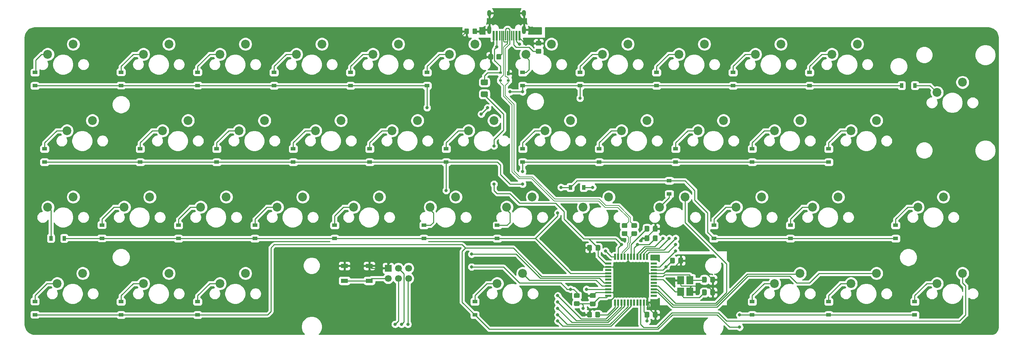
<source format=gbr>
G04 #@! TF.GenerationSoftware,KiCad,Pcbnew,(5.1.9)-1*
G04 #@! TF.CreationDate,2021-04-17T14:31:48+02:00*
G04 #@! TF.ProjectId,isio42_pcb,6973696f-3432-45f7-9063-622e6b696361,rev?*
G04 #@! TF.SameCoordinates,Original*
G04 #@! TF.FileFunction,Copper,L2,Bot*
G04 #@! TF.FilePolarity,Positive*
%FSLAX46Y46*%
G04 Gerber Fmt 4.6, Leading zero omitted, Abs format (unit mm)*
G04 Created by KiCad (PCBNEW (5.1.9)-1) date 2021-04-17 14:31:48*
%MOMM*%
%LPD*%
G01*
G04 APERTURE LIST*
G04 #@! TA.AperFunction,ComponentPad*
%ADD10C,2.200000*%
G04 #@! TD*
G04 #@! TA.AperFunction,SMDPad,CuDef*
%ADD11R,0.600000X2.450000*%
G04 #@! TD*
G04 #@! TA.AperFunction,SMDPad,CuDef*
%ADD12R,0.300000X2.450000*%
G04 #@! TD*
G04 #@! TA.AperFunction,ComponentPad*
%ADD13O,1.000000X2.100000*%
G04 #@! TD*
G04 #@! TA.AperFunction,ComponentPad*
%ADD14O,1.000000X1.600000*%
G04 #@! TD*
G04 #@! TA.AperFunction,SMDPad,CuDef*
%ADD15R,0.700000X1.000000*%
G04 #@! TD*
G04 #@! TA.AperFunction,SMDPad,CuDef*
%ADD16R,0.700000X0.600000*%
G04 #@! TD*
G04 #@! TA.AperFunction,SMDPad,CuDef*
%ADD17R,1.800000X1.100000*%
G04 #@! TD*
G04 #@! TA.AperFunction,ComponentPad*
%ADD18R,1.700000X1.700000*%
G04 #@! TD*
G04 #@! TA.AperFunction,ComponentPad*
%ADD19C,1.700000*%
G04 #@! TD*
G04 #@! TA.AperFunction,SMDPad,CuDef*
%ADD20R,1.800000X2.100000*%
G04 #@! TD*
G04 #@! TA.AperFunction,SMDPad,CuDef*
%ADD21R,1.500000X0.550000*%
G04 #@! TD*
G04 #@! TA.AperFunction,SMDPad,CuDef*
%ADD22R,0.550000X1.500000*%
G04 #@! TD*
G04 #@! TA.AperFunction,SMDPad,CuDef*
%ADD23R,1.200000X0.900000*%
G04 #@! TD*
G04 #@! TA.AperFunction,SMDPad,CuDef*
%ADD24R,0.900000X1.200000*%
G04 #@! TD*
G04 #@! TA.AperFunction,ViaPad*
%ADD25C,0.800000*%
G04 #@! TD*
G04 #@! TA.AperFunction,Conductor*
%ADD26C,0.250000*%
G04 #@! TD*
G04 #@! TA.AperFunction,Conductor*
%ADD27C,0.200000*%
G04 #@! TD*
G04 #@! TA.AperFunction,Conductor*
%ADD28C,0.254000*%
G04 #@! TD*
G04 #@! TA.AperFunction,Conductor*
%ADD29C,0.100000*%
G04 #@! TD*
G04 APERTURE END LIST*
D10*
X250825000Y-96202500D03*
X257175000Y-93662500D03*
X246062500Y-77152500D03*
X252412500Y-74612500D03*
X250825000Y-48577500D03*
X257175000Y-46037500D03*
X141287500Y-96202500D03*
X147637500Y-93662500D03*
X31750000Y-96202500D03*
X38100000Y-93662500D03*
X34131250Y-58102500D03*
X40481250Y-55562500D03*
X229393750Y-96202500D03*
X235743750Y-93662500D03*
X219868750Y-77152500D03*
X226218750Y-74612500D03*
X229393750Y-58102500D03*
X235743750Y-55562500D03*
X224631250Y-39052500D03*
X230981250Y-36512500D03*
X210343750Y-96202500D03*
X216693750Y-93662500D03*
X200818750Y-77152500D03*
X207168750Y-74612500D03*
X210343750Y-58102500D03*
X216693750Y-55562500D03*
X205581250Y-39052500D03*
X211931250Y-36512500D03*
X181768750Y-77152500D03*
X188118750Y-74612500D03*
X191293750Y-58102500D03*
X197643750Y-55562500D03*
X186531250Y-39052500D03*
X192881250Y-36512500D03*
X162718750Y-77152500D03*
X169068750Y-74612500D03*
X172243750Y-58102500D03*
X178593750Y-55562500D03*
X167481250Y-39052500D03*
X173831250Y-36512500D03*
X143668750Y-77152500D03*
X150018750Y-74612500D03*
X153193750Y-58102500D03*
X159543750Y-55562500D03*
X148431250Y-39052500D03*
X154781250Y-36512500D03*
X124618750Y-77152500D03*
X130968750Y-74612500D03*
X134143750Y-58102500D03*
X140493750Y-55562500D03*
X129381250Y-39052500D03*
X135731250Y-36512500D03*
X105568750Y-77152500D03*
X111918750Y-74612500D03*
X115093750Y-58102500D03*
X121443750Y-55562500D03*
X110331250Y-39052500D03*
X116681250Y-36512500D03*
X86518750Y-77152500D03*
X92868750Y-74612500D03*
X96043750Y-58102500D03*
X102393750Y-55562500D03*
X91281250Y-39052500D03*
X97631250Y-36512500D03*
X72231250Y-96202500D03*
X78581250Y-93662500D03*
X67468750Y-77152500D03*
X73818750Y-74612500D03*
X76993750Y-58102500D03*
X83343750Y-55562500D03*
X72231250Y-39052500D03*
X78581250Y-36512500D03*
X53181250Y-96202500D03*
X59531250Y-93662500D03*
X48418750Y-77152500D03*
X54768750Y-74612500D03*
X57943750Y-58102500D03*
X64293750Y-55562500D03*
X53181250Y-39052500D03*
X59531250Y-36512500D03*
X29368750Y-77152500D03*
X35718750Y-74612500D03*
X29368750Y-39052500D03*
X35718750Y-36512500D03*
G04 #@! TA.AperFunction,SMDPad,CuDef*
G36*
G01*
X135156250Y-33787501D02*
X135156250Y-32887499D01*
G75*
G02*
X135406249Y-32637500I249999J0D01*
G01*
X136056251Y-32637500D01*
G75*
G02*
X136306250Y-32887499I0J-249999D01*
G01*
X136306250Y-33787501D01*
G75*
G02*
X136056251Y-34037500I-249999J0D01*
G01*
X135406249Y-34037500D01*
G75*
G02*
X135156250Y-33787501I0J249999D01*
G01*
G37*
G04 #@! TD.AperFunction*
G04 #@! TA.AperFunction,SMDPad,CuDef*
G36*
G01*
X133106250Y-33787501D02*
X133106250Y-32887499D01*
G75*
G02*
X133356249Y-32637500I249999J0D01*
G01*
X134006251Y-32637500D01*
G75*
G02*
X134256250Y-32887499I0J-249999D01*
G01*
X134256250Y-33787501D01*
G75*
G02*
X134006251Y-34037500I-249999J0D01*
G01*
X133356249Y-34037500D01*
G75*
G02*
X133106250Y-33787501I0J249999D01*
G01*
G37*
G04 #@! TD.AperFunction*
D11*
X146893750Y-34388750D03*
X140443750Y-34388750D03*
X146118750Y-34388750D03*
X141218750Y-34388750D03*
D12*
X141918750Y-34388750D03*
X145418750Y-34388750D03*
X142418750Y-34388750D03*
X144918750Y-34388750D03*
X142918750Y-34388750D03*
X144418750Y-34388750D03*
X143918750Y-34388750D03*
X143418750Y-34388750D03*
D13*
X139348750Y-32973750D03*
X147988750Y-32973750D03*
D14*
X139348750Y-28793750D03*
X147988750Y-28793750D03*
D15*
X144081250Y-43856250D03*
D16*
X142081250Y-43656250D03*
X144081250Y-45556250D03*
X142081250Y-45556250D03*
D17*
X103262500Y-95512500D03*
X109462500Y-95512500D03*
X103262500Y-91812500D03*
X109462500Y-91812500D03*
G04 #@! TA.AperFunction,SMDPad,CuDef*
G36*
G01*
X140300000Y-39237499D02*
X140300000Y-40137501D01*
G75*
G02*
X140050001Y-40387500I-249999J0D01*
G01*
X139349999Y-40387500D01*
G75*
G02*
X139100000Y-40137501I0J249999D01*
G01*
X139100000Y-39237499D01*
G75*
G02*
X139349999Y-38987500I249999J0D01*
G01*
X140050001Y-38987500D01*
G75*
G02*
X140300000Y-39237499I0J-249999D01*
G01*
G37*
G04 #@! TD.AperFunction*
G04 #@! TA.AperFunction,SMDPad,CuDef*
G36*
G01*
X142300000Y-39237499D02*
X142300000Y-40137501D01*
G75*
G02*
X142050001Y-40387500I-249999J0D01*
G01*
X141349999Y-40387500D01*
G75*
G02*
X141100000Y-40137501I0J249999D01*
G01*
X141100000Y-39237499D01*
G75*
G02*
X141349999Y-38987500I249999J0D01*
G01*
X142050001Y-38987500D01*
G75*
G02*
X142300000Y-39237499I0J-249999D01*
G01*
G37*
G04 #@! TD.AperFunction*
G04 #@! TA.AperFunction,SMDPad,CuDef*
G36*
G01*
X152056251Y-36906250D02*
X151156249Y-36906250D01*
G75*
G02*
X150906250Y-36656251I0J249999D01*
G01*
X150906250Y-35956249D01*
G75*
G02*
X151156249Y-35706250I249999J0D01*
G01*
X152056251Y-35706250D01*
G75*
G02*
X152306250Y-35956249I0J-249999D01*
G01*
X152306250Y-36656251D01*
G75*
G02*
X152056251Y-36906250I-249999J0D01*
G01*
G37*
G04 #@! TD.AperFunction*
G04 #@! TA.AperFunction,SMDPad,CuDef*
G36*
G01*
X152056251Y-38906250D02*
X151156249Y-38906250D01*
G75*
G02*
X150906250Y-38656251I0J249999D01*
G01*
X150906250Y-37956249D01*
G75*
G02*
X151156249Y-37706250I249999J0D01*
G01*
X152056251Y-37706250D01*
G75*
G02*
X152306250Y-37956249I0J-249999D01*
G01*
X152306250Y-38656251D01*
G75*
G02*
X152056251Y-38906250I-249999J0D01*
G01*
G37*
G04 #@! TD.AperFunction*
G04 #@! TA.AperFunction,SMDPad,CuDef*
G36*
G01*
X164906250Y-103531249D02*
X164906250Y-104431251D01*
G75*
G02*
X164656251Y-104681250I-249999J0D01*
G01*
X163956249Y-104681250D01*
G75*
G02*
X163706250Y-104431251I0J249999D01*
G01*
X163706250Y-103531249D01*
G75*
G02*
X163956249Y-103281250I249999J0D01*
G01*
X164656251Y-103281250D01*
G75*
G02*
X164906250Y-103531249I0J-249999D01*
G01*
G37*
G04 #@! TD.AperFunction*
G04 #@! TA.AperFunction,SMDPad,CuDef*
G36*
G01*
X166906250Y-103531249D02*
X166906250Y-104431251D01*
G75*
G02*
X166656251Y-104681250I-249999J0D01*
G01*
X165956249Y-104681250D01*
G75*
G02*
X165706250Y-104431251I0J249999D01*
G01*
X165706250Y-103531249D01*
G75*
G02*
X165956249Y-103281250I249999J0D01*
G01*
X166656251Y-103281250D01*
G75*
G02*
X166906250Y-103531249I0J-249999D01*
G01*
G37*
G04 #@! TD.AperFunction*
G04 #@! TA.AperFunction,SMDPad,CuDef*
G36*
G01*
X161581251Y-99818750D02*
X160681249Y-99818750D01*
G75*
G02*
X160431250Y-99568751I0J249999D01*
G01*
X160431250Y-98868749D01*
G75*
G02*
X160681249Y-98618750I249999J0D01*
G01*
X161581251Y-98618750D01*
G75*
G02*
X161831250Y-98868749I0J-249999D01*
G01*
X161831250Y-99568751D01*
G75*
G02*
X161581251Y-99818750I-249999J0D01*
G01*
G37*
G04 #@! TD.AperFunction*
G04 #@! TA.AperFunction,SMDPad,CuDef*
G36*
G01*
X161581251Y-101818750D02*
X160681249Y-101818750D01*
G75*
G02*
X160431250Y-101568751I0J249999D01*
G01*
X160431250Y-100868749D01*
G75*
G02*
X160681249Y-100618750I249999J0D01*
G01*
X161581251Y-100618750D01*
G75*
G02*
X161831250Y-100868749I0J-249999D01*
G01*
X161831250Y-101568751D01*
G75*
G02*
X161581251Y-101818750I-249999J0D01*
G01*
G37*
G04 #@! TD.AperFunction*
G04 #@! TA.AperFunction,SMDPad,CuDef*
G36*
G01*
X175868751Y-82356250D02*
X174968749Y-82356250D01*
G75*
G02*
X174718750Y-82106251I0J249999D01*
G01*
X174718750Y-81406249D01*
G75*
G02*
X174968749Y-81156250I249999J0D01*
G01*
X175868751Y-81156250D01*
G75*
G02*
X176118750Y-81406249I0J-249999D01*
G01*
X176118750Y-82106251D01*
G75*
G02*
X175868751Y-82356250I-249999J0D01*
G01*
G37*
G04 #@! TD.AperFunction*
G04 #@! TA.AperFunction,SMDPad,CuDef*
G36*
G01*
X175868751Y-84356250D02*
X174968749Y-84356250D01*
G75*
G02*
X174718750Y-84106251I0J249999D01*
G01*
X174718750Y-83406249D01*
G75*
G02*
X174968749Y-83156250I249999J0D01*
G01*
X175868751Y-83156250D01*
G75*
G02*
X176118750Y-83406249I0J-249999D01*
G01*
X176118750Y-84106251D01*
G75*
G02*
X175868751Y-84356250I-249999J0D01*
G01*
G37*
G04 #@! TD.AperFunction*
G04 #@! TA.AperFunction,SMDPad,CuDef*
G36*
G01*
X173487501Y-82356250D02*
X172587499Y-82356250D01*
G75*
G02*
X172337500Y-82106251I0J249999D01*
G01*
X172337500Y-81406249D01*
G75*
G02*
X172587499Y-81156250I249999J0D01*
G01*
X173487501Y-81156250D01*
G75*
G02*
X173737500Y-81406249I0J-249999D01*
G01*
X173737500Y-82106251D01*
G75*
G02*
X173487501Y-82356250I-249999J0D01*
G01*
G37*
G04 #@! TD.AperFunction*
G04 #@! TA.AperFunction,SMDPad,CuDef*
G36*
G01*
X173487501Y-84356250D02*
X172587499Y-84356250D01*
G75*
G02*
X172337500Y-84106251I0J249999D01*
G01*
X172337500Y-83406249D01*
G75*
G02*
X172587499Y-83156250I249999J0D01*
G01*
X173487501Y-83156250D01*
G75*
G02*
X173737500Y-83406249I0J-249999D01*
G01*
X173737500Y-84106251D01*
G75*
G02*
X173487501Y-84356250I-249999J0D01*
G01*
G37*
G04 #@! TD.AperFunction*
D18*
X114141250Y-92392500D03*
D19*
X114141250Y-94932500D03*
X116681250Y-92392500D03*
X116681250Y-94932500D03*
X119221250Y-92392500D03*
X119221250Y-94932500D03*
G04 #@! TA.AperFunction,SMDPad,CuDef*
G36*
G01*
X179181250Y-84456250D02*
X179181250Y-85406250D01*
G75*
G02*
X178931250Y-85656250I-250000J0D01*
G01*
X178256250Y-85656250D01*
G75*
G02*
X178006250Y-85406250I0J250000D01*
G01*
X178006250Y-84456250D01*
G75*
G02*
X178256250Y-84206250I250000J0D01*
G01*
X178931250Y-84206250D01*
G75*
G02*
X179181250Y-84456250I0J-250000D01*
G01*
G37*
G04 #@! TD.AperFunction*
G04 #@! TA.AperFunction,SMDPad,CuDef*
G36*
G01*
X181256250Y-84456250D02*
X181256250Y-85406250D01*
G75*
G02*
X181006250Y-85656250I-250000J0D01*
G01*
X180331250Y-85656250D01*
G75*
G02*
X180081250Y-85406250I0J250000D01*
G01*
X180081250Y-84456250D01*
G75*
G02*
X180331250Y-84206250I250000J0D01*
G01*
X181006250Y-84206250D01*
G75*
G02*
X181256250Y-84456250I0J-250000D01*
G01*
G37*
G04 #@! TD.AperFunction*
D20*
X189268750Y-98287500D03*
X189268750Y-95387500D03*
X186968750Y-95387500D03*
X186968750Y-98287500D03*
D21*
X168925000Y-91250000D03*
X168925000Y-92050000D03*
X168925000Y-92850000D03*
X168925000Y-93650000D03*
X168925000Y-94450000D03*
X168925000Y-95250000D03*
X168925000Y-96050000D03*
X168925000Y-96850000D03*
X168925000Y-97650000D03*
X168925000Y-98450000D03*
X168925000Y-99250000D03*
D22*
X170625000Y-100950000D03*
X171425000Y-100950000D03*
X172225000Y-100950000D03*
X173025000Y-100950000D03*
X173825000Y-100950000D03*
X174625000Y-100950000D03*
X175425000Y-100950000D03*
X176225000Y-100950000D03*
X177025000Y-100950000D03*
X177825000Y-100950000D03*
X178625000Y-100950000D03*
D21*
X180325000Y-99250000D03*
X180325000Y-98450000D03*
X180325000Y-97650000D03*
X180325000Y-96850000D03*
X180325000Y-96050000D03*
X180325000Y-95250000D03*
X180325000Y-94450000D03*
X180325000Y-93650000D03*
X180325000Y-92850000D03*
X180325000Y-92050000D03*
X180325000Y-91250000D03*
D22*
X178625000Y-89550000D03*
X177825000Y-89550000D03*
X177025000Y-89550000D03*
X176225000Y-89550000D03*
X175425000Y-89550000D03*
X174625000Y-89550000D03*
X173825000Y-89550000D03*
X173025000Y-89550000D03*
X172225000Y-89550000D03*
X171425000Y-89550000D03*
X170625000Y-89550000D03*
G04 #@! TA.AperFunction,SMDPad,CuDef*
G36*
G01*
X138737500Y-46750000D02*
X137487500Y-46750000D01*
G75*
G02*
X137237500Y-46500000I0J250000D01*
G01*
X137237500Y-45575000D01*
G75*
G02*
X137487500Y-45325000I250000J0D01*
G01*
X138737500Y-45325000D01*
G75*
G02*
X138987500Y-45575000I0J-250000D01*
G01*
X138987500Y-46500000D01*
G75*
G02*
X138737500Y-46750000I-250000J0D01*
G01*
G37*
G04 #@! TD.AperFunction*
G04 #@! TA.AperFunction,SMDPad,CuDef*
G36*
G01*
X138737500Y-49725000D02*
X137487500Y-49725000D01*
G75*
G02*
X137237500Y-49475000I0J250000D01*
G01*
X137237500Y-48550000D01*
G75*
G02*
X137487500Y-48300000I250000J0D01*
G01*
X138737500Y-48300000D01*
G75*
G02*
X138987500Y-48550000I0J-250000D01*
G01*
X138987500Y-49475000D01*
G75*
G02*
X138737500Y-49725000I-250000J0D01*
G01*
G37*
G04 #@! TD.AperFunction*
G04 #@! TA.AperFunction,SMDPad,CuDef*
G36*
G01*
X180081250Y-83025000D02*
X180081250Y-82075000D01*
G75*
G02*
X180331250Y-81825000I250000J0D01*
G01*
X181006250Y-81825000D01*
G75*
G02*
X181256250Y-82075000I0J-250000D01*
G01*
X181256250Y-83025000D01*
G75*
G02*
X181006250Y-83275000I-250000J0D01*
G01*
X180331250Y-83275000D01*
G75*
G02*
X180081250Y-83025000I0J250000D01*
G01*
G37*
G04 #@! TD.AperFunction*
G04 #@! TA.AperFunction,SMDPad,CuDef*
G36*
G01*
X178006250Y-83025000D02*
X178006250Y-82075000D01*
G75*
G02*
X178256250Y-81825000I250000J0D01*
G01*
X178931250Y-81825000D01*
G75*
G02*
X179181250Y-82075000I0J-250000D01*
G01*
X179181250Y-83025000D01*
G75*
G02*
X178931250Y-83275000I-250000J0D01*
G01*
X178256250Y-83275000D01*
G75*
G02*
X178006250Y-83025000I0J250000D01*
G01*
G37*
G04 #@! TD.AperFunction*
G04 #@! TA.AperFunction,SMDPad,CuDef*
G36*
G01*
X164893750Y-86837500D02*
X164893750Y-87787500D01*
G75*
G02*
X164643750Y-88037500I-250000J0D01*
G01*
X163968750Y-88037500D01*
G75*
G02*
X163718750Y-87787500I0J250000D01*
G01*
X163718750Y-86837500D01*
G75*
G02*
X163968750Y-86587500I250000J0D01*
G01*
X164643750Y-86587500D01*
G75*
G02*
X164893750Y-86837500I0J-250000D01*
G01*
G37*
G04 #@! TD.AperFunction*
G04 #@! TA.AperFunction,SMDPad,CuDef*
G36*
G01*
X166968750Y-86837500D02*
X166968750Y-87787500D01*
G75*
G02*
X166718750Y-88037500I-250000J0D01*
G01*
X166043750Y-88037500D01*
G75*
G02*
X165793750Y-87787500I0J250000D01*
G01*
X165793750Y-86837500D01*
G75*
G02*
X166043750Y-86587500I250000J0D01*
G01*
X166718750Y-86587500D01*
G75*
G02*
X166968750Y-86837500I0J-250000D01*
G01*
G37*
G04 #@! TD.AperFunction*
G04 #@! TA.AperFunction,SMDPad,CuDef*
G36*
G01*
X193468750Y-94775000D02*
X193468750Y-95725000D01*
G75*
G02*
X193218750Y-95975000I-250000J0D01*
G01*
X192543750Y-95975000D01*
G75*
G02*
X192293750Y-95725000I0J250000D01*
G01*
X192293750Y-94775000D01*
G75*
G02*
X192543750Y-94525000I250000J0D01*
G01*
X193218750Y-94525000D01*
G75*
G02*
X193468750Y-94775000I0J-250000D01*
G01*
G37*
G04 #@! TD.AperFunction*
G04 #@! TA.AperFunction,SMDPad,CuDef*
G36*
G01*
X195543750Y-94775000D02*
X195543750Y-95725000D01*
G75*
G02*
X195293750Y-95975000I-250000J0D01*
G01*
X194618750Y-95975000D01*
G75*
G02*
X194368750Y-95725000I0J250000D01*
G01*
X194368750Y-94775000D01*
G75*
G02*
X194618750Y-94525000I250000J0D01*
G01*
X195293750Y-94525000D01*
G75*
G02*
X195543750Y-94775000I0J-250000D01*
G01*
G37*
G04 #@! TD.AperFunction*
G04 #@! TA.AperFunction,SMDPad,CuDef*
G36*
G01*
X194368750Y-98900000D02*
X194368750Y-97950000D01*
G75*
G02*
X194618750Y-97700000I250000J0D01*
G01*
X195293750Y-97700000D01*
G75*
G02*
X195543750Y-97950000I0J-250000D01*
G01*
X195543750Y-98900000D01*
G75*
G02*
X195293750Y-99150000I-250000J0D01*
G01*
X194618750Y-99150000D01*
G75*
G02*
X194368750Y-98900000I0J250000D01*
G01*
G37*
G04 #@! TD.AperFunction*
G04 #@! TA.AperFunction,SMDPad,CuDef*
G36*
G01*
X192293750Y-98900000D02*
X192293750Y-97950000D01*
G75*
G02*
X192543750Y-97700000I250000J0D01*
G01*
X193218750Y-97700000D01*
G75*
G02*
X193468750Y-97950000I0J-250000D01*
G01*
X193468750Y-98900000D01*
G75*
G02*
X193218750Y-99150000I-250000J0D01*
G01*
X192543750Y-99150000D01*
G75*
G02*
X192293750Y-98900000I0J250000D01*
G01*
G37*
G04 #@! TD.AperFunction*
G04 #@! TA.AperFunction,SMDPad,CuDef*
G36*
G01*
X165575000Y-99806250D02*
X164625000Y-99806250D01*
G75*
G02*
X164375000Y-99556250I0J250000D01*
G01*
X164375000Y-98881250D01*
G75*
G02*
X164625000Y-98631250I250000J0D01*
G01*
X165575000Y-98631250D01*
G75*
G02*
X165825000Y-98881250I0J-250000D01*
G01*
X165825000Y-99556250D01*
G75*
G02*
X165575000Y-99806250I-250000J0D01*
G01*
G37*
G04 #@! TD.AperFunction*
G04 #@! TA.AperFunction,SMDPad,CuDef*
G36*
G01*
X165575000Y-101881250D02*
X164625000Y-101881250D01*
G75*
G02*
X164375000Y-101631250I0J250000D01*
G01*
X164375000Y-100956250D01*
G75*
G02*
X164625000Y-100706250I250000J0D01*
G01*
X165575000Y-100706250D01*
G75*
G02*
X165825000Y-100956250I0J-250000D01*
G01*
X165825000Y-101631250D01*
G75*
G02*
X165575000Y-101881250I-250000J0D01*
G01*
G37*
G04 #@! TD.AperFunction*
G04 #@! TA.AperFunction,SMDPad,CuDef*
G36*
G01*
X186431250Y-90962500D02*
X186431250Y-90012500D01*
G75*
G02*
X186681250Y-89762500I250000J0D01*
G01*
X187356250Y-89762500D01*
G75*
G02*
X187606250Y-90012500I0J-250000D01*
G01*
X187606250Y-90962500D01*
G75*
G02*
X187356250Y-91212500I-250000J0D01*
G01*
X186681250Y-91212500D01*
G75*
G02*
X186431250Y-90962500I0J250000D01*
G01*
G37*
G04 #@! TD.AperFunction*
G04 #@! TA.AperFunction,SMDPad,CuDef*
G36*
G01*
X184356250Y-90962500D02*
X184356250Y-90012500D01*
G75*
G02*
X184606250Y-89762500I250000J0D01*
G01*
X185281250Y-89762500D01*
G75*
G02*
X185531250Y-90012500I0J-250000D01*
G01*
X185531250Y-90962500D01*
G75*
G02*
X185281250Y-91212500I-250000J0D01*
G01*
X184606250Y-91212500D01*
G75*
G02*
X184356250Y-90962500I0J250000D01*
G01*
G37*
G04 #@! TD.AperFunction*
G04 #@! TA.AperFunction,SMDPad,CuDef*
G36*
G01*
X180081250Y-104456250D02*
X180081250Y-103506250D01*
G75*
G02*
X180331250Y-103256250I250000J0D01*
G01*
X181006250Y-103256250D01*
G75*
G02*
X181256250Y-103506250I0J-250000D01*
G01*
X181256250Y-104456250D01*
G75*
G02*
X181006250Y-104706250I-250000J0D01*
G01*
X180331250Y-104706250D01*
G75*
G02*
X180081250Y-104456250I0J250000D01*
G01*
G37*
G04 #@! TD.AperFunction*
G04 #@! TA.AperFunction,SMDPad,CuDef*
G36*
G01*
X178006250Y-104456250D02*
X178006250Y-103506250D01*
G75*
G02*
X178256250Y-103256250I250000J0D01*
G01*
X178931250Y-103256250D01*
G75*
G02*
X179181250Y-103506250I0J-250000D01*
G01*
X179181250Y-104456250D01*
G75*
G02*
X178931250Y-104706250I-250000J0D01*
G01*
X178256250Y-104706250D01*
G75*
G02*
X178006250Y-104456250I0J250000D01*
G01*
G37*
G04 #@! TD.AperFunction*
D23*
X245268750Y-104043750D03*
X245268750Y-100743750D03*
X240506250Y-84993750D03*
X240506250Y-81693750D03*
D24*
X242031250Y-46831250D03*
X245331250Y-46831250D03*
D23*
X223837500Y-104043750D03*
X223837500Y-100743750D03*
X214312500Y-84993750D03*
X214312500Y-81693750D03*
X223837500Y-65943750D03*
X223837500Y-62643750D03*
X219075000Y-46893750D03*
X219075000Y-43593750D03*
X204787500Y-104043750D03*
X204787500Y-100743750D03*
X195262500Y-84993750D03*
X195262500Y-81693750D03*
X204787500Y-65943750D03*
X204787500Y-62643750D03*
X200025000Y-46893750D03*
X200025000Y-43593750D03*
X184150000Y-70581250D03*
X184150000Y-73881250D03*
X185737500Y-65943750D03*
X185737500Y-62643750D03*
X180975000Y-46893750D03*
X180975000Y-43593750D03*
D24*
X159543750Y-72231250D03*
X162843750Y-72231250D03*
D23*
X166687500Y-65943750D03*
X166687500Y-62643750D03*
X161925000Y-46893750D03*
X161925000Y-43593750D03*
X141287500Y-84993750D03*
X141287500Y-81693750D03*
X147637500Y-65943750D03*
X147637500Y-62643750D03*
X147637500Y-46893750D03*
X147637500Y-43593750D03*
X135731250Y-104043750D03*
X135731250Y-100743750D03*
X123031250Y-84993750D03*
X123031250Y-81693750D03*
X128587500Y-65943750D03*
X128587500Y-62643750D03*
X123825000Y-46893750D03*
X123825000Y-43593750D03*
X100806250Y-84993750D03*
X100806250Y-81693750D03*
X109537500Y-65943750D03*
X109537500Y-62643750D03*
X104775000Y-46893750D03*
X104775000Y-43593750D03*
X80962500Y-84993750D03*
X80962500Y-81693750D03*
X90487500Y-65943750D03*
X90487500Y-62643750D03*
X85725000Y-46893750D03*
X85725000Y-43593750D03*
X66675000Y-104043750D03*
X66675000Y-100743750D03*
X61912500Y-84993750D03*
X61912500Y-81693750D03*
X71437500Y-65943750D03*
X71437500Y-62643750D03*
X66675000Y-46831250D03*
X66675000Y-43531250D03*
X47625000Y-104043750D03*
X47625000Y-100743750D03*
X42862500Y-84931250D03*
X42862500Y-81631250D03*
X52387500Y-65943750D03*
X52387500Y-62643750D03*
X47625000Y-46831250D03*
X47625000Y-43531250D03*
X26193750Y-103981250D03*
X26193750Y-100681250D03*
D24*
X33462500Y-84931250D03*
X30162500Y-84931250D03*
D23*
X28575000Y-65943750D03*
X28575000Y-62643750D03*
X26193750Y-46893750D03*
X26193750Y-43593750D03*
D25*
X168275000Y-88106250D03*
X161925000Y-50006250D03*
X147637500Y-48418750D03*
X144462500Y-48418750D03*
X138906250Y-52387500D03*
X137318750Y-53975000D03*
X123825000Y-52387500D03*
X134937500Y-88900000D03*
X128587500Y-73025000D03*
X147637500Y-68262500D03*
X147637500Y-71437500D03*
X157162500Y-72231250D03*
X156368750Y-78581250D03*
X201675000Y-104043750D03*
X201675000Y-107093750D03*
X165100000Y-72231250D03*
X156368750Y-105568750D03*
X156368750Y-103981250D03*
X156368750Y-102393750D03*
X156368750Y-100806250D03*
X156368750Y-99218750D03*
X163512500Y-97631250D03*
X182562500Y-84931250D03*
X161131250Y-87312500D03*
X141287500Y-90487500D03*
X134937500Y-90487500D03*
X120650000Y-90487500D03*
X153193750Y-63500000D03*
X153193750Y-68262500D03*
X137318750Y-73025000D03*
X134937500Y-93662500D03*
X142081250Y-100012500D03*
X174625000Y-103981250D03*
X165893750Y-83343750D03*
X123825000Y-36512500D03*
X161925000Y-36512500D03*
X103187500Y-107156250D03*
X146050000Y-73818750D03*
X168275000Y-89693750D03*
X184150000Y-95250000D03*
X170656250Y-86518750D03*
X180975000Y-89693750D03*
X196850000Y-95250000D03*
X196850000Y-98425000D03*
X190346875Y-90640625D03*
X184943750Y-82550000D03*
X143668750Y-58737500D03*
X150812500Y-88900000D03*
X145256250Y-38893750D03*
X148431250Y-36512500D03*
X141218750Y-37237500D03*
X146843750Y-36512500D03*
X140493750Y-71437500D03*
X172243750Y-86518750D03*
X176212500Y-86518750D03*
X178593750Y-105568750D03*
X162718750Y-102393750D03*
X140493750Y-61912500D03*
X183356250Y-92075000D03*
X134937500Y-92075000D03*
X185699310Y-88106250D03*
X159543750Y-97631250D03*
X185737500Y-84931250D03*
X117475000Y-106362500D03*
X184150000Y-84931250D03*
X115887500Y-106362500D03*
X185737500Y-86518750D03*
X119062500Y-106362500D03*
X150018750Y-32543750D03*
D26*
X27813116Y-39052500D02*
X26384366Y-40481250D01*
X29368750Y-39052500D02*
X27813116Y-39052500D01*
X26384366Y-43403134D02*
X26193750Y-43593750D01*
X26384366Y-40481250D02*
X26384366Y-43403134D01*
X47562500Y-46893750D02*
X47625000Y-46831250D01*
X26193750Y-46893750D02*
X47562500Y-46893750D01*
X47625000Y-46831250D02*
X66675000Y-46831250D01*
X85662500Y-46831250D02*
X85725000Y-46893750D01*
X66675000Y-46831250D02*
X85662500Y-46831250D01*
X85725000Y-46893750D02*
X104775000Y-46893750D01*
X104775000Y-46893750D02*
X123825000Y-46893750D01*
X161925000Y-46893750D02*
X180975000Y-46893750D01*
X180975000Y-46893750D02*
X200025000Y-46893750D01*
X200025000Y-46893750D02*
X219075000Y-46893750D01*
X219075000Y-46893750D02*
X230125000Y-46893750D01*
X147637500Y-46893750D02*
X161925000Y-46893750D01*
X241968750Y-46893750D02*
X242031250Y-46831250D01*
X230125000Y-46893750D02*
X241968750Y-46893750D01*
X170625000Y-89550000D02*
X169718750Y-89550000D01*
X169718750Y-89550000D02*
X168275000Y-88106250D01*
X168275000Y-88106250D02*
X168275000Y-88106250D01*
X161925000Y-50006250D02*
X161925000Y-46893750D01*
X147637500Y-46893750D02*
X147637500Y-48418750D01*
X147637500Y-48418750D02*
X147637500Y-48418750D01*
X147637500Y-48418750D02*
X144462500Y-48418750D01*
X138906250Y-52387500D02*
X137318750Y-53975000D01*
X123825000Y-52387500D02*
X123825000Y-46893750D01*
X34131250Y-58102500D02*
X31591250Y-58102500D01*
X31591250Y-58102500D02*
X28575000Y-61118750D01*
X28575000Y-61118750D02*
X28575000Y-62643750D01*
X28575000Y-65943750D02*
X52387500Y-65943750D01*
X52387500Y-65943750D02*
X71437500Y-65943750D01*
X71437500Y-65943750D02*
X90487500Y-65943750D01*
X204787500Y-65943750D02*
X223837500Y-65943750D01*
X185737500Y-65943750D02*
X204787500Y-65943750D01*
X109537500Y-65943750D02*
X128587500Y-65943750D01*
X90487500Y-65943750D02*
X109537500Y-65943750D01*
X166687500Y-65943750D02*
X185737500Y-65943750D01*
X166687500Y-65943750D02*
X147637500Y-65943750D01*
X134937500Y-88900000D02*
X134937500Y-88900000D01*
X147637500Y-65943750D02*
X147637500Y-68262500D01*
X128587500Y-68262500D02*
X128587500Y-65943750D01*
X128587500Y-73025000D02*
X128587500Y-68262500D01*
X146050000Y-88900000D02*
X134937500Y-88900000D01*
X152050010Y-94900010D02*
X146050000Y-88900000D01*
X166775010Y-94900010D02*
X152050010Y-94900010D01*
X167925000Y-96050000D02*
X166775010Y-94900010D01*
X168925000Y-96050000D02*
X167925000Y-96050000D01*
X142081250Y-66675000D02*
X141350000Y-65943750D01*
X142081250Y-69056250D02*
X142081250Y-66675000D01*
X144462500Y-71437500D02*
X142081250Y-69056250D01*
X141350000Y-65943750D02*
X128587500Y-65943750D01*
X147637500Y-71437500D02*
X144462500Y-71437500D01*
X30162500Y-77946250D02*
X29368750Y-77152500D01*
X30162500Y-84931250D02*
X30162500Y-77946250D01*
X61850000Y-84931250D02*
X61912500Y-84993750D01*
X42862500Y-84931250D02*
X61850000Y-84931250D01*
X61912500Y-84993750D02*
X80962500Y-84993750D01*
X195262500Y-84993750D02*
X214312500Y-84993750D01*
X230125000Y-84993750D02*
X240506250Y-84993750D01*
X214312500Y-84993750D02*
X230125000Y-84993750D01*
X168925000Y-93650000D02*
X159531250Y-93650000D01*
X141287500Y-84993750D02*
X123031250Y-84993750D01*
X150875000Y-84993750D02*
X159531250Y-93650000D01*
X184150000Y-70581250D02*
X188056250Y-70581250D01*
X188056250Y-70581250D02*
X190500000Y-73025000D01*
X161193750Y-70581250D02*
X159543750Y-72231250D01*
X184150000Y-70581250D02*
X161193750Y-70581250D01*
X159543750Y-72231250D02*
X157162500Y-72231250D01*
X156368750Y-79375000D02*
X150750000Y-84993750D01*
X150750000Y-84993750D02*
X150875000Y-84993750D01*
X141287500Y-84993750D02*
X150750000Y-84993750D01*
X190500000Y-73025000D02*
X190500000Y-75406250D01*
X190500000Y-75406250D02*
X193675000Y-78581250D01*
X193675000Y-83406250D02*
X195262500Y-84993750D01*
X193675000Y-78581250D02*
X193675000Y-83406250D01*
X42862500Y-84931250D02*
X33462500Y-84931250D01*
X80962500Y-84993750D02*
X100806250Y-84993750D01*
X100806250Y-84993750D02*
X123031250Y-84993750D01*
X156368750Y-78581250D02*
X156368750Y-79375000D01*
X31750000Y-96202500D02*
X29210000Y-96202500D01*
X29210000Y-96202500D02*
X26193750Y-99218750D01*
X26193750Y-99218750D02*
X26193750Y-100743750D01*
X47562500Y-103981250D02*
X47625000Y-104043750D01*
X26193750Y-103981250D02*
X47562500Y-103981250D01*
X47625000Y-104043750D02*
X66675000Y-104043750D01*
X204787500Y-104043750D02*
X223837500Y-104043750D01*
X223837500Y-104043750D02*
X241237500Y-104043750D01*
X241237500Y-104043750D02*
X245268750Y-104043750D01*
X132556250Y-100868750D02*
X135731250Y-104043750D01*
X132556250Y-88193752D02*
X132556250Y-100868750D01*
X204787500Y-104043750D02*
X201675000Y-104043750D01*
X181318740Y-107606260D02*
X184943750Y-103981250D01*
X139293760Y-107606260D02*
X181318740Y-107606260D01*
X135731250Y-104043750D02*
X139293760Y-107606260D01*
X145300001Y-87356251D02*
X133393751Y-87356251D01*
X152393750Y-94450000D02*
X145300001Y-87356251D01*
X168925000Y-94450000D02*
X152393750Y-94450000D01*
X201675000Y-107093750D02*
X199168750Y-107093750D01*
X199168750Y-107093750D02*
X196056250Y-103981250D01*
X196056250Y-103981250D02*
X195262500Y-103981250D01*
X195262500Y-103981250D02*
X195537252Y-103981250D01*
X184943750Y-103981250D02*
X195262500Y-103981250D01*
X133393751Y-87356251D02*
X132556250Y-88193752D01*
X84931250Y-103187500D02*
X84137500Y-103981250D01*
X84931250Y-87312500D02*
X84931250Y-103187500D01*
X132556250Y-86518750D02*
X85725000Y-86518750D01*
X133393751Y-87356251D02*
X132556250Y-86518750D01*
X85725000Y-86518750D02*
X84931250Y-87312500D01*
X66737500Y-103981250D02*
X66675000Y-104043750D01*
X84137500Y-103981250D02*
X66737500Y-103981250D01*
X53181250Y-39052500D02*
X50641250Y-39052500D01*
X50641250Y-39052500D02*
X47625000Y-42068750D01*
X47625000Y-42068750D02*
X47625000Y-43593750D01*
X57943750Y-58102500D02*
X55403750Y-58102500D01*
X55403750Y-58102500D02*
X52387500Y-61118750D01*
X52387500Y-61118750D02*
X52387500Y-62643750D01*
X48418750Y-77152500D02*
X45878750Y-77152500D01*
X45878750Y-77152500D02*
X42862500Y-80168750D01*
X42862500Y-80168750D02*
X42862500Y-81693750D01*
X53181250Y-96202500D02*
X50641250Y-96202500D01*
X50641250Y-96202500D02*
X47625000Y-99218750D01*
X47625000Y-99218750D02*
X47625000Y-100743750D01*
X72231250Y-39052500D02*
X69691250Y-39052500D01*
X69691250Y-39052500D02*
X66675000Y-42068750D01*
X66675000Y-42068750D02*
X66675000Y-43593750D01*
X76993750Y-58102500D02*
X74453750Y-58102500D01*
X74453750Y-58102500D02*
X71437500Y-61118750D01*
X71437500Y-61118750D02*
X71437500Y-62643750D01*
X67468750Y-77152500D02*
X64928750Y-77152500D01*
X64928750Y-77152500D02*
X61912500Y-80168750D01*
X61912500Y-80168750D02*
X61912500Y-81693750D01*
X72231250Y-96202500D02*
X69691250Y-96202500D01*
X69691250Y-96202500D02*
X66675000Y-99218750D01*
X66675000Y-99218750D02*
X66675000Y-100743750D01*
X91281250Y-39052500D02*
X88741250Y-39052500D01*
X88741250Y-39052500D02*
X85725000Y-42068750D01*
X85725000Y-42068750D02*
X85725000Y-43593750D01*
X96043750Y-58102500D02*
X93503750Y-58102500D01*
X93503750Y-58102500D02*
X90487500Y-61118750D01*
X90487500Y-61118750D02*
X90487500Y-62643750D01*
X86518750Y-77152500D02*
X83978750Y-77152500D01*
X83978750Y-77152500D02*
X80962500Y-80168750D01*
X80962500Y-80168750D02*
X80962500Y-81693750D01*
X110331250Y-39052500D02*
X107791250Y-39052500D01*
X107791250Y-39052500D02*
X104775000Y-42068750D01*
X104775000Y-42068750D02*
X104775000Y-43593750D01*
X115093750Y-58102500D02*
X112553750Y-58102500D01*
X112553750Y-58102500D02*
X109537500Y-61118750D01*
X109537500Y-61118750D02*
X109537500Y-62643750D01*
X100806250Y-81693750D02*
X100806250Y-79375000D01*
X103028750Y-77152500D02*
X105568750Y-77152500D01*
X100806250Y-79375000D02*
X103028750Y-77152500D01*
X129381250Y-39052500D02*
X126841250Y-39052500D01*
X126841250Y-39052500D02*
X123825000Y-42068750D01*
X123825000Y-42068750D02*
X123825000Y-43593750D01*
X134143750Y-58102500D02*
X131603750Y-58102500D01*
X131603750Y-58102500D02*
X128587500Y-61118750D01*
X128587500Y-61118750D02*
X128587500Y-62643750D01*
X124618750Y-77152500D02*
X124618750Y-77787500D01*
X124618750Y-77787500D02*
X125412500Y-78581250D01*
X125412500Y-78581250D02*
X125412500Y-80962500D01*
X124681250Y-81693750D02*
X123031250Y-81693750D01*
X125412500Y-80962500D02*
X124681250Y-81693750D01*
X141287500Y-96202500D02*
X138747500Y-96202500D01*
X138747500Y-96202500D02*
X135731250Y-99218750D01*
X135731250Y-99218750D02*
X135731250Y-100743750D01*
X148431250Y-39052500D02*
X148431250Y-39687500D01*
X148431250Y-39687500D02*
X149225000Y-40481250D01*
X149225000Y-40481250D02*
X149225000Y-42862500D01*
X148493750Y-43593750D02*
X147637500Y-43593750D01*
X149225000Y-42862500D02*
X148493750Y-43593750D01*
X153193750Y-58102500D02*
X150653750Y-58102500D01*
X150653750Y-58102500D02*
X147637500Y-61118750D01*
X147637500Y-61118750D02*
X147637500Y-62643750D01*
X143668750Y-77152500D02*
X143668750Y-77787500D01*
X143668750Y-77787500D02*
X144462500Y-78581250D01*
X144462500Y-78581250D02*
X144462500Y-80962500D01*
X143731250Y-81693750D02*
X141287500Y-81693750D01*
X144462500Y-80962500D02*
X143731250Y-81693750D01*
X167481250Y-39052500D02*
X164941250Y-39052500D01*
X164941250Y-39052500D02*
X161925000Y-42068750D01*
X161925000Y-42068750D02*
X161925000Y-43593750D01*
X172243750Y-58102500D02*
X169703750Y-58102500D01*
X169703750Y-58102500D02*
X166687500Y-61118750D01*
X166687500Y-61118750D02*
X166687500Y-62643750D01*
X162843750Y-72231250D02*
X165100000Y-72231250D01*
X165100000Y-72231250D02*
X165100000Y-72231250D01*
X186531250Y-39052500D02*
X183991250Y-39052500D01*
X183991250Y-39052500D02*
X180975000Y-42068750D01*
X180975000Y-42068750D02*
X180975000Y-43593750D01*
X191293750Y-58102500D02*
X188753750Y-58102500D01*
X188753750Y-58102500D02*
X185737500Y-61118750D01*
X185737500Y-61118750D02*
X185737500Y-62643750D01*
X181831250Y-77090000D02*
X181768750Y-77152500D01*
X184150000Y-74771250D02*
X184150000Y-73881250D01*
X181768750Y-77152500D02*
X184150000Y-74771250D01*
X205581250Y-39052500D02*
X203041250Y-39052500D01*
X203041250Y-39052500D02*
X200025000Y-42068750D01*
X200025000Y-42068750D02*
X200025000Y-43593750D01*
X210343750Y-58102500D02*
X207803750Y-58102500D01*
X207803750Y-58102500D02*
X204787500Y-61118750D01*
X204787500Y-61118750D02*
X204787500Y-62643750D01*
X200818750Y-77152500D02*
X198278750Y-77152500D01*
X198278750Y-77152500D02*
X195262500Y-80168750D01*
X195262500Y-80168750D02*
X195262500Y-81693750D01*
X210343750Y-96202500D02*
X207803750Y-96202500D01*
X207803750Y-96202500D02*
X204787500Y-99218750D01*
X204787500Y-99218750D02*
X204787500Y-100743750D01*
X224631250Y-39052500D02*
X222091250Y-39052500D01*
X222091250Y-39052500D02*
X219075000Y-42068750D01*
X219075000Y-42068750D02*
X219075000Y-43593750D01*
X229393750Y-58102500D02*
X226853750Y-58102500D01*
X226853750Y-58102500D02*
X223837500Y-61118750D01*
X223837500Y-61118750D02*
X223837500Y-62643750D01*
X219868750Y-77152500D02*
X217328750Y-77152500D01*
X217328750Y-77152500D02*
X214312500Y-80168750D01*
X214312500Y-80168750D02*
X214312500Y-81693750D01*
X229393750Y-96202500D02*
X226853750Y-96202500D01*
X226853750Y-96202500D02*
X223837500Y-99218750D01*
X223837500Y-99218750D02*
X223837500Y-100743750D01*
X249078750Y-46831250D02*
X250825000Y-48577500D01*
X245331250Y-46831250D02*
X249078750Y-46831250D01*
X246062500Y-77152500D02*
X243522500Y-77152500D01*
X243522500Y-77152500D02*
X240506250Y-80168750D01*
X240506250Y-80168750D02*
X240506250Y-81693750D01*
X250825000Y-96202500D02*
X248285000Y-96202500D01*
X248285000Y-96202500D02*
X245268750Y-99218750D01*
X245268750Y-99218750D02*
X245268750Y-100743750D01*
X169605112Y-106806298D02*
X157606298Y-106806298D01*
X174625000Y-101786410D02*
X169605112Y-106806298D01*
X174625000Y-100950000D02*
X174625000Y-101786410D01*
X157606298Y-106806298D02*
X156368750Y-105568750D01*
X156368750Y-105568750D02*
X156368750Y-105568750D01*
X173825000Y-101950000D02*
X169418712Y-106356288D01*
X169418712Y-106356288D02*
X158743788Y-106356288D01*
X173825000Y-100950000D02*
X173825000Y-101950000D01*
X158743788Y-106356288D02*
X156368750Y-103981250D01*
X156368750Y-103981250D02*
X156368750Y-103981250D01*
X173025000Y-101786410D02*
X168905131Y-105906279D01*
X168905131Y-105906279D02*
X159881279Y-105906279D01*
X173025000Y-100950000D02*
X173025000Y-101786410D01*
X159881279Y-105906279D02*
X156368750Y-102393750D01*
X156368750Y-102393750D02*
X156368750Y-102393750D01*
X172225000Y-100950000D02*
X172225000Y-101786410D01*
X172225000Y-100950000D02*
X172225000Y-101950000D01*
X168718731Y-105456269D02*
X161018769Y-105456269D01*
X172225000Y-101950000D02*
X168718731Y-105456269D01*
X161018769Y-105456269D02*
X156368750Y-100806250D01*
X156368750Y-100806250D02*
X156368750Y-100806250D01*
X121443750Y-55562500D02*
X122237500Y-55562500D01*
X171425000Y-100950000D02*
X171425000Y-101950000D01*
X168368740Y-105006260D02*
X162156260Y-105006260D01*
X171425000Y-101950000D02*
X168368740Y-105006260D01*
X162156260Y-105006260D02*
X156368750Y-99218750D01*
X156368750Y-99218750D02*
X156368750Y-99218750D01*
X168925000Y-96850000D02*
X167393730Y-96850000D01*
X149325020Y-95350020D02*
X147637500Y-93662500D01*
X165893750Y-95350020D02*
X149325020Y-95350020D01*
X167393730Y-96850000D02*
X165893750Y-95350020D01*
X168925000Y-97650000D02*
X163531250Y-97650000D01*
X163531250Y-97650000D02*
X163512500Y-97631250D01*
X163512500Y-97631250D02*
X163512500Y-97631250D01*
X177996238Y-86968760D02*
X180524990Y-86968760D01*
X176225000Y-88739998D02*
X177996238Y-86968760D01*
X176225000Y-89550000D02*
X176225000Y-88739998D01*
X180524990Y-86968760D02*
X182562500Y-84931250D01*
X182562500Y-84931250D02*
X182562500Y-84931250D01*
X188118750Y-80962500D02*
X188118750Y-74612500D01*
X188118750Y-80962500D02*
X198437500Y-91281250D01*
X198437500Y-98425000D02*
X198437500Y-91281250D01*
X180325000Y-96850000D02*
X181437510Y-96850000D01*
X181437510Y-96850000D02*
X185737500Y-101149990D01*
X195712510Y-101149990D02*
X198437500Y-98425000D01*
X185737500Y-101149990D02*
X195712510Y-101149990D01*
X216057340Y-94298910D02*
X216693750Y-93662500D01*
X216459758Y-93896492D02*
X216693750Y-93662500D01*
X203602418Y-93896492D02*
X216459758Y-93896492D01*
X195898910Y-101600000D02*
X203602418Y-93896492D01*
X185111410Y-101600000D02*
X195898910Y-101600000D01*
X181161410Y-97650000D02*
X185111410Y-101600000D01*
X180325000Y-97650000D02*
X181161410Y-97650000D01*
X225425000Y-93662500D02*
X235743750Y-93662500D01*
X221456250Y-93662500D02*
X225425000Y-93662500D01*
X219075000Y-96043750D02*
X221456250Y-93662500D01*
X215900000Y-96043750D02*
X219075000Y-96043750D01*
X203788819Y-94346501D02*
X214202751Y-94346501D01*
X214202751Y-94346501D02*
X215900000Y-96043750D01*
X181325000Y-98450000D02*
X184925010Y-102050010D01*
X184925010Y-102050010D02*
X196085311Y-102050009D01*
X180325000Y-98450000D02*
X181325000Y-98450000D01*
X196085311Y-102050009D02*
X203788819Y-94346501D01*
X177025000Y-103962500D02*
X177025000Y-104038190D01*
X177025000Y-100950000D02*
X177025000Y-103962500D01*
X257175000Y-96043750D02*
X257175000Y-93662500D01*
X257968750Y-96837500D02*
X257175000Y-96043750D01*
X198437500Y-105568750D02*
X256381250Y-105568750D01*
X184757350Y-103531240D02*
X196399990Y-103531240D01*
X181132340Y-107156250D02*
X184757350Y-103531240D01*
X256381250Y-105568750D02*
X257968750Y-103981250D01*
X177800000Y-107156250D02*
X181132340Y-107156250D01*
X196399990Y-103531240D02*
X198437500Y-105568750D01*
X177025000Y-106381250D02*
X177800000Y-107156250D01*
X257968750Y-103981250D02*
X257968750Y-96837500D01*
X177025000Y-103962500D02*
X177025000Y-106381250D01*
X187018750Y-95337500D02*
X186968750Y-95387500D01*
X186968750Y-95387500D02*
X186668750Y-95387500D01*
X186968750Y-95837500D02*
X186968750Y-95387500D01*
X189268750Y-98287500D02*
X189268750Y-98137500D01*
X194956250Y-95250000D02*
X194956250Y-98425000D01*
X176925000Y-93650000D02*
X173825000Y-90550000D01*
X180325000Y-93650000D02*
X176925000Y-93650000D01*
X172325000Y-92050000D02*
X168925000Y-92050000D01*
X173825000Y-90550000D02*
X172325000Y-92050000D01*
X173825000Y-89550000D02*
X173825000Y-90550000D01*
X178625000Y-99950000D02*
X178625000Y-100950000D01*
X177125000Y-98450000D02*
X178625000Y-99950000D01*
X177125000Y-93850000D02*
X176925000Y-93650000D01*
X177125000Y-98450000D02*
X177125000Y-93850000D01*
X165868750Y-98450000D02*
X165100000Y-99218750D01*
X168925000Y-98450000D02*
X165868750Y-98450000D01*
X169925000Y-98450000D02*
X168925000Y-98450000D01*
X180668750Y-103981250D02*
X179081250Y-102393750D01*
X179081250Y-101406250D02*
X178625000Y-100950000D01*
X179081250Y-102393750D02*
X179081250Y-101406250D01*
X180668750Y-82550000D02*
X184943750Y-82550000D01*
X178593750Y-84625000D02*
X180668750Y-82550000D01*
X178593750Y-84931250D02*
X178593750Y-84625000D01*
X161131250Y-87312500D02*
X164306250Y-87312500D01*
X164306250Y-88431250D02*
X164306250Y-87312500D01*
X167925000Y-92050000D02*
X164306250Y-88431250D01*
X168925000Y-92050000D02*
X167925000Y-92050000D01*
X110042500Y-92392500D02*
X109462500Y-91812500D01*
X114141250Y-92392500D02*
X110042500Y-92392500D01*
X109462500Y-91812500D02*
X103262500Y-91812500D01*
X141287500Y-90487500D02*
X134937500Y-90487500D01*
X134937500Y-90487500D02*
X134937500Y-90487500D01*
X120650000Y-90487500D02*
X115093750Y-90487500D01*
X114141250Y-91440000D02*
X114141250Y-92392500D01*
X115093750Y-90487500D02*
X114141250Y-91440000D01*
X180412511Y-93562489D02*
X180325000Y-93650000D01*
X190193750Y-90487500D02*
X190346875Y-90640625D01*
X187018750Y-90487500D02*
X190193750Y-90487500D01*
X193521875Y-93815625D02*
X193268739Y-93562489D01*
X194956250Y-95250000D02*
X193521875Y-93815625D01*
X184287500Y-95387500D02*
X184150000Y-95250000D01*
X186968750Y-95387500D02*
X184287500Y-95387500D01*
X194956250Y-95250000D02*
X196850000Y-95250000D01*
X194956250Y-98425000D02*
X196850000Y-98425000D01*
X190346875Y-90640625D02*
X193521875Y-93815625D01*
X184943750Y-82550000D02*
X184943750Y-82550000D01*
X184706249Y-92800001D02*
X187018750Y-90487500D01*
X183582339Y-92800001D02*
X184706249Y-92800001D01*
X182732340Y-93650000D02*
X183582339Y-92800001D01*
X180325000Y-93650000D02*
X182732340Y-93650000D01*
X194956250Y-98425000D02*
X194956250Y-98118750D01*
X194956250Y-98118750D02*
X193675000Y-96837500D01*
X186968750Y-96687500D02*
X186968750Y-95387500D01*
X187118750Y-96837500D02*
X186968750Y-96687500D01*
X189268750Y-97275000D02*
X189706250Y-96837500D01*
X189268750Y-98287500D02*
X189268750Y-97275000D01*
X189706250Y-96837500D02*
X187118750Y-96837500D01*
X193675000Y-96837500D02*
X189706250Y-96837500D01*
X164306250Y-103981250D02*
X164306250Y-103187500D01*
X164306250Y-103187500D02*
X165100000Y-102393750D01*
X171475000Y-98489998D02*
X171475000Y-98450000D01*
X167571248Y-102393750D02*
X171475000Y-98489998D01*
X165100000Y-102393750D02*
X167571248Y-102393750D01*
X171475000Y-98450000D02*
X177125000Y-98450000D01*
X168925000Y-98450000D02*
X171475000Y-98450000D01*
X140443750Y-34388750D02*
X140443750Y-35768750D01*
X139700000Y-36512500D02*
X139700000Y-39687500D01*
X140443750Y-35768750D02*
X139700000Y-36512500D01*
X132556250Y-34462500D02*
X133681250Y-33337500D01*
X132556250Y-37306250D02*
X132556250Y-34462500D01*
X134937500Y-39687500D02*
X132556250Y-37306250D01*
X139700000Y-39687500D02*
X134937500Y-39687500D01*
X144081250Y-43856250D02*
X144081250Y-40068750D01*
X144081250Y-40068750D02*
X145256250Y-38893750D01*
X148431250Y-36512500D02*
X148225000Y-36306250D01*
X148637500Y-36306250D02*
X148431250Y-36512500D01*
X151606250Y-36306250D02*
X148637500Y-36306250D01*
X146893750Y-34975000D02*
X146893750Y-34388750D01*
X148431250Y-36512500D02*
X146893750Y-34975000D01*
X141218750Y-34388750D02*
X141218750Y-37237500D01*
X146118750Y-35863750D02*
X146118750Y-34388750D01*
X146767500Y-36512500D02*
X146118750Y-35863750D01*
X140625010Y-37831240D02*
X140625010Y-40612510D01*
X141218750Y-37237500D02*
X140625010Y-37831240D01*
X142081250Y-42068750D02*
X142081250Y-43656250D01*
X140625010Y-40612510D02*
X142081250Y-42068750D01*
X138112500Y-46037500D02*
X138112500Y-44450000D01*
X138906250Y-43656250D02*
X142081250Y-43656250D01*
X138112500Y-44450000D02*
X138906250Y-43656250D01*
X140493750Y-71437500D02*
X140493750Y-71437500D01*
X165100000Y-101293750D02*
X166687500Y-99706250D01*
X168468750Y-99706250D02*
X168925000Y-99250000D01*
X166687500Y-99706250D02*
X168468750Y-99706250D01*
X165025000Y-101218750D02*
X165100000Y-101293750D01*
X177825000Y-103212500D02*
X177825000Y-100950000D01*
X178593750Y-103981250D02*
X177825000Y-103212500D01*
X180668750Y-84931250D02*
X179081250Y-86518750D01*
X175425000Y-88739998D02*
X175425000Y-89550000D01*
X168925000Y-91250000D02*
X168243750Y-91250000D01*
X166381250Y-89387500D02*
X166381250Y-87312500D01*
X168243750Y-91250000D02*
X166381250Y-89387500D01*
X164153125Y-85084375D02*
X170809375Y-85084375D01*
X166381250Y-87312500D02*
X164153125Y-85084375D01*
X170809375Y-85084375D02*
X172243750Y-86518750D01*
X172243750Y-86518750D02*
X172243750Y-86518750D01*
X179081250Y-86518750D02*
X176212500Y-86518750D01*
X175425000Y-87306250D02*
X175425000Y-89550000D01*
X176212500Y-86518750D02*
X176212500Y-86518750D01*
X176212500Y-86518750D02*
X175425000Y-87306250D01*
X178593750Y-105568750D02*
X178593750Y-103981250D01*
X162718750Y-102393750D02*
X162718750Y-101600000D01*
X162337500Y-101218750D02*
X165025000Y-101218750D01*
X162718750Y-101600000D02*
X162337500Y-101218750D01*
X161131250Y-101218750D02*
X162337500Y-101218750D01*
X140493750Y-61912500D02*
X140493750Y-61912500D01*
X182581250Y-92850000D02*
X180325000Y-92850000D01*
X184943750Y-90487500D02*
X183356250Y-92075000D01*
X183356250Y-92075000D02*
X182581250Y-92850000D01*
X140493750Y-73025000D02*
X140493750Y-71437500D01*
X141287500Y-73818750D02*
X140493750Y-73025000D01*
X144462500Y-73818750D02*
X141287500Y-73818750D01*
X146843750Y-76200000D02*
X144462500Y-73818750D01*
X155854252Y-76200000D02*
X146843750Y-76200000D01*
X157956250Y-78301998D02*
X155854252Y-76200000D01*
X162871875Y-85084375D02*
X157956250Y-80168750D01*
X157956250Y-80168750D02*
X157956250Y-78301998D01*
X164153125Y-85084375D02*
X162871875Y-85084375D01*
X171425000Y-87337500D02*
X172243750Y-86518750D01*
X171425000Y-89550000D02*
X171425000Y-87337500D01*
X138112500Y-49212500D02*
X138112500Y-49012500D01*
X142875000Y-53975000D02*
X138112500Y-49212500D01*
X142875000Y-57943750D02*
X142875000Y-53975000D01*
X140493750Y-60325000D02*
X142875000Y-57943750D01*
X140493750Y-61912500D02*
X140493750Y-60325000D01*
X174625000Y-86518750D02*
X174625000Y-89550000D01*
X178593750Y-82550000D02*
X174625000Y-86518750D01*
D27*
X145031250Y-51686950D02*
X142856250Y-49511950D01*
X146750550Y-70075000D02*
X145031250Y-68355700D01*
X145031250Y-68355700D02*
X145031250Y-51686950D01*
X168181800Y-77218750D02*
X166594300Y-75631250D01*
X171356800Y-77218750D02*
X168181800Y-77218750D01*
X155481800Y-75631250D02*
X149925550Y-70075000D01*
X174003125Y-79865075D02*
X171356800Y-77218750D01*
X173037500Y-81756250D02*
X174003125Y-80790625D01*
X174003125Y-80790625D02*
X174003125Y-79865075D01*
X149925550Y-70075000D02*
X146750550Y-70075000D01*
X166594300Y-75631250D02*
X155481800Y-75631250D01*
D26*
X142918750Y-35848752D02*
X143008749Y-35938751D01*
X143918750Y-35863750D02*
X143918750Y-34388750D01*
X143843749Y-35938751D02*
X143918750Y-35863750D01*
X143008749Y-35938751D02*
X143843749Y-35938751D01*
X142918750Y-34388750D02*
X142918750Y-35675000D01*
X142918750Y-35675000D02*
X142918750Y-35848752D01*
X143843749Y-35938751D02*
X143843749Y-36337501D01*
X143843749Y-36337501D02*
X143668750Y-36512500D01*
D27*
X142081250Y-45031249D02*
X142081250Y-45556250D01*
X143668750Y-36512500D02*
X142856250Y-37325000D01*
X142856250Y-44256249D02*
X142081250Y-45031249D01*
X142856250Y-37325000D02*
X142856250Y-44256249D01*
X142856250Y-46856251D02*
X142856250Y-49511950D01*
X142081250Y-46081251D02*
X142856250Y-46856251D01*
X142081250Y-45556250D02*
X142081250Y-46081251D01*
X172400000Y-88900000D02*
X172400000Y-88425550D01*
X172225000Y-89075000D02*
X172400000Y-88900000D01*
X172225000Y-89550000D02*
X172225000Y-89075000D01*
X174003125Y-84721875D02*
X173037500Y-83756250D01*
X174003125Y-85903188D02*
X174003125Y-84721875D01*
X173749999Y-86156314D02*
X174003125Y-85903188D01*
X173749999Y-87075551D02*
X173749999Y-86156314D01*
X172400000Y-88425550D02*
X173749999Y-87075551D01*
X145481250Y-68169300D02*
X145481250Y-51500550D01*
X155668200Y-75181250D02*
X150111950Y-69625000D01*
X150111950Y-69625000D02*
X146936950Y-69625000D01*
X166780700Y-75181250D02*
X155668200Y-75181250D01*
X175418750Y-81756250D02*
X174453125Y-80790625D01*
X174453125Y-80790625D02*
X174453125Y-79678675D01*
X146936950Y-69625000D02*
X145481250Y-68169300D01*
X174453125Y-79678675D02*
X171543200Y-76768750D01*
X145481250Y-51500550D02*
X143306250Y-49325550D01*
X171543200Y-76768750D02*
X168368200Y-76768750D01*
X168368200Y-76768750D02*
X166780700Y-75181250D01*
D26*
X143418750Y-34388750D02*
X143418750Y-32793750D01*
X143418750Y-32793750D02*
X143668750Y-32543750D01*
X144418750Y-32928748D02*
X144418750Y-34388750D01*
X144033752Y-32543750D02*
X144418750Y-32928748D01*
X143668750Y-32543750D02*
X144033752Y-32543750D01*
X144418750Y-34388750D02*
X144418750Y-36556250D01*
D27*
X143706252Y-44656251D02*
X144081250Y-45031249D01*
X143491249Y-44656251D02*
X143706252Y-44656251D01*
X143306250Y-44471252D02*
X143491249Y-44656251D01*
X143306250Y-37668750D02*
X143306250Y-44471252D01*
X144081250Y-45031249D02*
X144081250Y-45556250D01*
X144418750Y-36556250D02*
X143306250Y-37668750D01*
X143306250Y-46856251D02*
X143306250Y-49325550D01*
X144081250Y-46081251D02*
X143306250Y-46856251D01*
X144081250Y-45556250D02*
X144081250Y-46081251D01*
X173025000Y-89550000D02*
X173025000Y-89386397D01*
X172850000Y-88900000D02*
X172850000Y-88611950D01*
X173025000Y-89075000D02*
X172850000Y-88900000D01*
X173025000Y-89550000D02*
X173025000Y-89075000D01*
X174453125Y-84721875D02*
X175418750Y-83756250D01*
X174453125Y-86089571D02*
X174453125Y-84721875D01*
X174199990Y-86342706D02*
X174453125Y-86089571D01*
X174199990Y-87261960D02*
X174199990Y-86342706D01*
X172850000Y-88611950D02*
X174199990Y-87261960D01*
D26*
X170625000Y-100950000D02*
X170625000Y-102113590D01*
X168757340Y-103981250D02*
X166306250Y-103981250D01*
X170625000Y-102113590D02*
X168757340Y-103981250D01*
X186968750Y-98287500D02*
X185600000Y-98287500D01*
X182562500Y-95250000D02*
X180325000Y-95250000D01*
X185600000Y-98287500D02*
X182562500Y-95250000D01*
X191643749Y-99662501D02*
X187768751Y-99662501D01*
X192881250Y-98425000D02*
X191643749Y-99662501D01*
X186968750Y-98862500D02*
X186968750Y-98287500D01*
X187768751Y-99662501D02*
X186968750Y-98862500D01*
X189193749Y-94012499D02*
X183006251Y-94012499D01*
X189268750Y-94087500D02*
X189193749Y-94012499D01*
X189268750Y-95387500D02*
X189268750Y-94087500D01*
X182568750Y-94450000D02*
X180325000Y-94450000D01*
X183006251Y-94012499D02*
X182568750Y-94450000D01*
X192743750Y-95387500D02*
X192881250Y-95250000D01*
X189268750Y-95387500D02*
X192743750Y-95387500D01*
X110042500Y-94932500D02*
X109462500Y-95512500D01*
X114141250Y-94932500D02*
X110042500Y-94932500D01*
X109462500Y-95512500D02*
X103262500Y-95512500D01*
X185699310Y-88106250D02*
X185699310Y-88106250D01*
X180325000Y-92050000D02*
X181755560Y-92050000D01*
X181755560Y-92050000D02*
X185699310Y-88106250D01*
X160337500Y-97631250D02*
X158750000Y-97631250D01*
X161131250Y-98425000D02*
X160337500Y-97631250D01*
X157162500Y-96043750D02*
X146843750Y-96043750D01*
X158750000Y-97631250D02*
X157162500Y-96043750D01*
X161131250Y-99218750D02*
X161131250Y-98425000D01*
X146843750Y-96043750D02*
X142875000Y-92075000D01*
X142875000Y-92075000D02*
X134937500Y-92075000D01*
X178696218Y-87868780D02*
X182799970Y-87868780D01*
X177825000Y-88739998D02*
X178696218Y-87868780D01*
X177825000Y-89550000D02*
X177825000Y-88739998D01*
X182799970Y-87868780D02*
X185737500Y-84931250D01*
X185737500Y-84931250D02*
X185737500Y-84931250D01*
X118046249Y-93757499D02*
X116681250Y-92392500D01*
X118046249Y-105791251D02*
X118046249Y-93757499D01*
X117475000Y-106362500D02*
X118046249Y-105791251D01*
X178346228Y-87418770D02*
X181662480Y-87418770D01*
X177025000Y-88739998D02*
X178346228Y-87418770D01*
X177025000Y-89550000D02*
X177025000Y-88739998D01*
X181662480Y-87418770D02*
X184150000Y-84931250D01*
X184150000Y-84931250D02*
X184150000Y-84931250D01*
X116681250Y-94932500D02*
X116681250Y-105568750D01*
X116681250Y-105568750D02*
X115887500Y-106362500D01*
X178625000Y-89550000D02*
X178737510Y-89437490D01*
X185737500Y-86518750D02*
X185737500Y-86518750D01*
X119062500Y-95091250D02*
X119221250Y-94932500D01*
X119062500Y-106362500D02*
X119062500Y-95091250D01*
X178625000Y-89550000D02*
X178625000Y-88931250D01*
X178625000Y-88931250D02*
X179237460Y-88318790D01*
X183937460Y-88318790D02*
X185737500Y-86518750D01*
X179237460Y-88318790D02*
X183937460Y-88318790D01*
X151606250Y-38306250D02*
X150225000Y-38306250D01*
X149225000Y-37306250D02*
X150225000Y-38306250D01*
X145418750Y-34388750D02*
X145418750Y-36675000D01*
X146050000Y-37306250D02*
X149225000Y-37306250D01*
X145418750Y-36675000D02*
X146050000Y-37306250D01*
X142418750Y-38968750D02*
X142418750Y-34388750D01*
X141700000Y-39687500D02*
X142418750Y-38968750D01*
D28*
X147115589Y-27757581D02*
X146988747Y-27942072D01*
X146900335Y-28147763D01*
X146853750Y-28366750D01*
X146853750Y-28666750D01*
X147861750Y-28666750D01*
X147861750Y-28646750D01*
X148115750Y-28646750D01*
X148115750Y-28666750D01*
X148135750Y-28666750D01*
X148135750Y-28920750D01*
X148115750Y-28920750D01*
X148115750Y-30061704D01*
X148290624Y-30187869D01*
X148513726Y-30108026D01*
X148565001Y-30074740D01*
X148565001Y-30988669D01*
X148567769Y-31016771D01*
X148567735Y-31021609D01*
X148568635Y-31030780D01*
X148584828Y-31184846D01*
X148596854Y-31243432D01*
X148608065Y-31302203D01*
X148610729Y-31311024D01*
X148656538Y-31459008D01*
X148679713Y-31514140D01*
X148681405Y-31518327D01*
X148513726Y-31409474D01*
X148290624Y-31329631D01*
X148115750Y-31455796D01*
X148115750Y-32846750D01*
X149123750Y-32846750D01*
X149123750Y-32296750D01*
X149077165Y-32077763D01*
X149064988Y-32049433D01*
X149162355Y-32128844D01*
X149212182Y-32161949D01*
X149261538Y-32195744D01*
X149269644Y-32200127D01*
X149406425Y-32272854D01*
X149461727Y-32295648D01*
X149516710Y-32319214D01*
X149525513Y-32321939D01*
X149673814Y-32366714D01*
X149732517Y-32378337D01*
X149791006Y-32390770D01*
X149800171Y-32391733D01*
X149954344Y-32406850D01*
X149954348Y-32406850D01*
X149986331Y-32410000D01*
X152273000Y-32410000D01*
X152273000Y-34004250D01*
X149019347Y-34004250D01*
X149077165Y-33869737D01*
X149123750Y-33650750D01*
X149123750Y-33100750D01*
X148115750Y-33100750D01*
X148115750Y-33120750D01*
X147861750Y-33120750D01*
X147861750Y-33100750D01*
X147841750Y-33100750D01*
X147841750Y-32846750D01*
X147861750Y-32846750D01*
X147861750Y-31455796D01*
X147686876Y-31329631D01*
X147463774Y-31409474D01*
X147275986Y-31531381D01*
X147131634Y-31671956D01*
X147013481Y-31593009D01*
X146838772Y-31520642D01*
X146653302Y-31483750D01*
X146464198Y-31483750D01*
X146278728Y-31520642D01*
X146104019Y-31593009D01*
X145946786Y-31698069D01*
X145813069Y-31831786D01*
X145708009Y-31989019D01*
X145635642Y-32163728D01*
X145598750Y-32349198D01*
X145598750Y-32528633D01*
X145568750Y-32525678D01*
X145268750Y-32525678D01*
X145168750Y-32535527D01*
X145068750Y-32525678D01*
X145065059Y-32525678D01*
X145053724Y-32504472D01*
X144958751Y-32388747D01*
X144929753Y-32364949D01*
X144597555Y-32032752D01*
X144573753Y-32003749D01*
X144458028Y-31908776D01*
X144325999Y-31838204D01*
X144182738Y-31794747D01*
X144071085Y-31783750D01*
X144071074Y-31783750D01*
X144033752Y-31780074D01*
X143996430Y-31783750D01*
X143706072Y-31783750D01*
X143668749Y-31780074D01*
X143631426Y-31783750D01*
X143631417Y-31783750D01*
X143519764Y-31794747D01*
X143376503Y-31838204D01*
X143244474Y-31908776D01*
X143128749Y-32003749D01*
X143104950Y-32032748D01*
X142907747Y-32229952D01*
X142878750Y-32253749D01*
X142854952Y-32282747D01*
X142854951Y-32282748D01*
X142783776Y-32369474D01*
X142713204Y-32501504D01*
X142703935Y-32532062D01*
X142668750Y-32535527D01*
X142568750Y-32525678D01*
X142268750Y-32525678D01*
X142168750Y-32535527D01*
X142068750Y-32525678D01*
X141768750Y-32525678D01*
X141738750Y-32528633D01*
X141738750Y-32349198D01*
X141701858Y-32163728D01*
X141629491Y-31989019D01*
X141524431Y-31831786D01*
X141390714Y-31698069D01*
X141233481Y-31593009D01*
X141058772Y-31520642D01*
X140873302Y-31483750D01*
X140684198Y-31483750D01*
X140498728Y-31520642D01*
X140324019Y-31593009D01*
X140205866Y-31671956D01*
X140061514Y-31531381D01*
X139873726Y-31409474D01*
X139650624Y-31329631D01*
X139475750Y-31455796D01*
X139475750Y-32846750D01*
X139495750Y-32846750D01*
X139495750Y-33100750D01*
X139475750Y-33100750D01*
X139475750Y-33120750D01*
X139221750Y-33120750D01*
X139221750Y-33100750D01*
X138213750Y-33100750D01*
X138213750Y-33650750D01*
X138260335Y-33869737D01*
X138318153Y-34004250D01*
X136944075Y-34004250D01*
X136941250Y-33623250D01*
X136782500Y-33464500D01*
X135858250Y-33464500D01*
X135858250Y-33484500D01*
X135604250Y-33484500D01*
X135604250Y-33464500D01*
X135584250Y-33464500D01*
X135584250Y-33210500D01*
X135604250Y-33210500D01*
X135604250Y-33190500D01*
X135858250Y-33190500D01*
X135858250Y-33210500D01*
X136782500Y-33210500D01*
X136941250Y-33051750D01*
X136944322Y-32637500D01*
X136932062Y-32513018D01*
X136900812Y-32410000D01*
X137351169Y-32410000D01*
X137379281Y-32407231D01*
X137384109Y-32407265D01*
X137393280Y-32406365D01*
X137547346Y-32390172D01*
X137605932Y-32378146D01*
X137664703Y-32366935D01*
X137673524Y-32364271D01*
X137821508Y-32318462D01*
X137876640Y-32295287D01*
X137932114Y-32272874D01*
X137940251Y-32268548D01*
X138076520Y-32194868D01*
X138126088Y-32161433D01*
X138176169Y-32128662D01*
X138183310Y-32122837D01*
X138272773Y-32048827D01*
X138260335Y-32077763D01*
X138213750Y-32296750D01*
X138213750Y-32846750D01*
X139221750Y-32846750D01*
X139221750Y-31455796D01*
X139046876Y-31329631D01*
X138823774Y-31409474D01*
X138656054Y-31518354D01*
X138658148Y-31513273D01*
X138681714Y-31458290D01*
X138684439Y-31449487D01*
X138729214Y-31301186D01*
X138740837Y-31242483D01*
X138753270Y-31183994D01*
X138754233Y-31174829D01*
X138769350Y-31020656D01*
X138769350Y-31020652D01*
X138772500Y-30988669D01*
X138772500Y-30074740D01*
X138823774Y-30108026D01*
X139046876Y-30187869D01*
X139221750Y-30061704D01*
X139221750Y-28920750D01*
X139475750Y-28920750D01*
X139475750Y-30061704D01*
X139650624Y-30187869D01*
X139873726Y-30108026D01*
X140061514Y-29986119D01*
X140221911Y-29829919D01*
X140348753Y-29645428D01*
X140437165Y-29439737D01*
X140483750Y-29220750D01*
X140483750Y-28920750D01*
X146853750Y-28920750D01*
X146853750Y-29220750D01*
X146900335Y-29439737D01*
X146988747Y-29645428D01*
X147115589Y-29829919D01*
X147275986Y-29986119D01*
X147463774Y-30108026D01*
X147686876Y-30187869D01*
X147861750Y-30061704D01*
X147861750Y-28920750D01*
X146853750Y-28920750D01*
X140483750Y-28920750D01*
X139475750Y-28920750D01*
X139221750Y-28920750D01*
X139201750Y-28920750D01*
X139201750Y-28666750D01*
X139221750Y-28666750D01*
X139221750Y-28646750D01*
X139475750Y-28646750D01*
X139475750Y-28666750D01*
X140483750Y-28666750D01*
X140483750Y-28366750D01*
X140437165Y-28147763D01*
X140348753Y-27942072D01*
X140221911Y-27757581D01*
X140108872Y-27647500D01*
X147228628Y-27647500D01*
X147115589Y-27757581D01*
G04 #@! TA.AperFunction,Conductor*
D29*
G36*
X147115589Y-27757581D02*
G01*
X146988747Y-27942072D01*
X146900335Y-28147763D01*
X146853750Y-28366750D01*
X146853750Y-28666750D01*
X147861750Y-28666750D01*
X147861750Y-28646750D01*
X148115750Y-28646750D01*
X148115750Y-28666750D01*
X148135750Y-28666750D01*
X148135750Y-28920750D01*
X148115750Y-28920750D01*
X148115750Y-30061704D01*
X148290624Y-30187869D01*
X148513726Y-30108026D01*
X148565001Y-30074740D01*
X148565001Y-30988669D01*
X148567769Y-31016771D01*
X148567735Y-31021609D01*
X148568635Y-31030780D01*
X148584828Y-31184846D01*
X148596854Y-31243432D01*
X148608065Y-31302203D01*
X148610729Y-31311024D01*
X148656538Y-31459008D01*
X148679713Y-31514140D01*
X148681405Y-31518327D01*
X148513726Y-31409474D01*
X148290624Y-31329631D01*
X148115750Y-31455796D01*
X148115750Y-32846750D01*
X149123750Y-32846750D01*
X149123750Y-32296750D01*
X149077165Y-32077763D01*
X149064988Y-32049433D01*
X149162355Y-32128844D01*
X149212182Y-32161949D01*
X149261538Y-32195744D01*
X149269644Y-32200127D01*
X149406425Y-32272854D01*
X149461727Y-32295648D01*
X149516710Y-32319214D01*
X149525513Y-32321939D01*
X149673814Y-32366714D01*
X149732517Y-32378337D01*
X149791006Y-32390770D01*
X149800171Y-32391733D01*
X149954344Y-32406850D01*
X149954348Y-32406850D01*
X149986331Y-32410000D01*
X152273000Y-32410000D01*
X152273000Y-34004250D01*
X149019347Y-34004250D01*
X149077165Y-33869737D01*
X149123750Y-33650750D01*
X149123750Y-33100750D01*
X148115750Y-33100750D01*
X148115750Y-33120750D01*
X147861750Y-33120750D01*
X147861750Y-33100750D01*
X147841750Y-33100750D01*
X147841750Y-32846750D01*
X147861750Y-32846750D01*
X147861750Y-31455796D01*
X147686876Y-31329631D01*
X147463774Y-31409474D01*
X147275986Y-31531381D01*
X147131634Y-31671956D01*
X147013481Y-31593009D01*
X146838772Y-31520642D01*
X146653302Y-31483750D01*
X146464198Y-31483750D01*
X146278728Y-31520642D01*
X146104019Y-31593009D01*
X145946786Y-31698069D01*
X145813069Y-31831786D01*
X145708009Y-31989019D01*
X145635642Y-32163728D01*
X145598750Y-32349198D01*
X145598750Y-32528633D01*
X145568750Y-32525678D01*
X145268750Y-32525678D01*
X145168750Y-32535527D01*
X145068750Y-32525678D01*
X145065059Y-32525678D01*
X145053724Y-32504472D01*
X144958751Y-32388747D01*
X144929753Y-32364949D01*
X144597555Y-32032752D01*
X144573753Y-32003749D01*
X144458028Y-31908776D01*
X144325999Y-31838204D01*
X144182738Y-31794747D01*
X144071085Y-31783750D01*
X144071074Y-31783750D01*
X144033752Y-31780074D01*
X143996430Y-31783750D01*
X143706072Y-31783750D01*
X143668749Y-31780074D01*
X143631426Y-31783750D01*
X143631417Y-31783750D01*
X143519764Y-31794747D01*
X143376503Y-31838204D01*
X143244474Y-31908776D01*
X143128749Y-32003749D01*
X143104950Y-32032748D01*
X142907747Y-32229952D01*
X142878750Y-32253749D01*
X142854952Y-32282747D01*
X142854951Y-32282748D01*
X142783776Y-32369474D01*
X142713204Y-32501504D01*
X142703935Y-32532062D01*
X142668750Y-32535527D01*
X142568750Y-32525678D01*
X142268750Y-32525678D01*
X142168750Y-32535527D01*
X142068750Y-32525678D01*
X141768750Y-32525678D01*
X141738750Y-32528633D01*
X141738750Y-32349198D01*
X141701858Y-32163728D01*
X141629491Y-31989019D01*
X141524431Y-31831786D01*
X141390714Y-31698069D01*
X141233481Y-31593009D01*
X141058772Y-31520642D01*
X140873302Y-31483750D01*
X140684198Y-31483750D01*
X140498728Y-31520642D01*
X140324019Y-31593009D01*
X140205866Y-31671956D01*
X140061514Y-31531381D01*
X139873726Y-31409474D01*
X139650624Y-31329631D01*
X139475750Y-31455796D01*
X139475750Y-32846750D01*
X139495750Y-32846750D01*
X139495750Y-33100750D01*
X139475750Y-33100750D01*
X139475750Y-33120750D01*
X139221750Y-33120750D01*
X139221750Y-33100750D01*
X138213750Y-33100750D01*
X138213750Y-33650750D01*
X138260335Y-33869737D01*
X138318153Y-34004250D01*
X136944075Y-34004250D01*
X136941250Y-33623250D01*
X136782500Y-33464500D01*
X135858250Y-33464500D01*
X135858250Y-33484500D01*
X135604250Y-33484500D01*
X135604250Y-33464500D01*
X135584250Y-33464500D01*
X135584250Y-33210500D01*
X135604250Y-33210500D01*
X135604250Y-33190500D01*
X135858250Y-33190500D01*
X135858250Y-33210500D01*
X136782500Y-33210500D01*
X136941250Y-33051750D01*
X136944322Y-32637500D01*
X136932062Y-32513018D01*
X136900812Y-32410000D01*
X137351169Y-32410000D01*
X137379281Y-32407231D01*
X137384109Y-32407265D01*
X137393280Y-32406365D01*
X137547346Y-32390172D01*
X137605932Y-32378146D01*
X137664703Y-32366935D01*
X137673524Y-32364271D01*
X137821508Y-32318462D01*
X137876640Y-32295287D01*
X137932114Y-32272874D01*
X137940251Y-32268548D01*
X138076520Y-32194868D01*
X138126088Y-32161433D01*
X138176169Y-32128662D01*
X138183310Y-32122837D01*
X138272773Y-32048827D01*
X138260335Y-32077763D01*
X138213750Y-32296750D01*
X138213750Y-32846750D01*
X139221750Y-32846750D01*
X139221750Y-31455796D01*
X139046876Y-31329631D01*
X138823774Y-31409474D01*
X138656054Y-31518354D01*
X138658148Y-31513273D01*
X138681714Y-31458290D01*
X138684439Y-31449487D01*
X138729214Y-31301186D01*
X138740837Y-31242483D01*
X138753270Y-31183994D01*
X138754233Y-31174829D01*
X138769350Y-31020656D01*
X138769350Y-31020652D01*
X138772500Y-30988669D01*
X138772500Y-30074740D01*
X138823774Y-30108026D01*
X139046876Y-30187869D01*
X139221750Y-30061704D01*
X139221750Y-28920750D01*
X139475750Y-28920750D01*
X139475750Y-30061704D01*
X139650624Y-30187869D01*
X139873726Y-30108026D01*
X140061514Y-29986119D01*
X140221911Y-29829919D01*
X140348753Y-29645428D01*
X140437165Y-29439737D01*
X140483750Y-29220750D01*
X140483750Y-28920750D01*
X146853750Y-28920750D01*
X146853750Y-29220750D01*
X146900335Y-29439737D01*
X146988747Y-29645428D01*
X147115589Y-29829919D01*
X147275986Y-29986119D01*
X147463774Y-30108026D01*
X147686876Y-30187869D01*
X147861750Y-30061704D01*
X147861750Y-28920750D01*
X146853750Y-28920750D01*
X140483750Y-28920750D01*
X139475750Y-28920750D01*
X139221750Y-28920750D01*
X139201750Y-28920750D01*
X139201750Y-28666750D01*
X139221750Y-28666750D01*
X139221750Y-28646750D01*
X139475750Y-28646750D01*
X139475750Y-28666750D01*
X140483750Y-28666750D01*
X140483750Y-28366750D01*
X140437165Y-28147763D01*
X140348753Y-27942072D01*
X140221911Y-27757581D01*
X140108872Y-27647500D01*
X147228628Y-27647500D01*
X147115589Y-27757581D01*
G37*
G04 #@! TD.AperFunction*
D28*
X264012884Y-32461002D02*
X264482188Y-32602694D01*
X264915025Y-32832837D01*
X265294927Y-33142678D01*
X265607403Y-33520397D01*
X265840569Y-33951627D01*
X265985532Y-34419928D01*
X266040001Y-34938163D01*
X266040000Y-107123971D01*
X266004114Y-107489960D01*
X265907198Y-107810962D01*
X265749779Y-108107025D01*
X265537851Y-108366873D01*
X265279492Y-108580606D01*
X264984536Y-108740088D01*
X264664219Y-108839243D01*
X264300229Y-108877500D01*
X196928953Y-108877500D01*
X197144238Y-108662215D01*
X197432607Y-108230641D01*
X197631239Y-107751101D01*
X197732500Y-107242025D01*
X197732500Y-106732302D01*
X198604951Y-107604753D01*
X198628749Y-107633751D01*
X198744474Y-107728724D01*
X198876503Y-107799296D01*
X199019764Y-107842753D01*
X199131417Y-107853750D01*
X199131425Y-107853750D01*
X199168750Y-107857426D01*
X199206075Y-107853750D01*
X200971289Y-107853750D01*
X201015226Y-107897687D01*
X201184744Y-108010955D01*
X201373102Y-108088976D01*
X201573061Y-108128750D01*
X201776939Y-108128750D01*
X201976898Y-108088976D01*
X202165256Y-108010955D01*
X202334774Y-107897687D01*
X202478937Y-107753524D01*
X202592205Y-107584006D01*
X202670226Y-107395648D01*
X202710000Y-107195689D01*
X202710000Y-106991811D01*
X202670226Y-106791852D01*
X202592205Y-106603494D01*
X202478937Y-106433976D01*
X202373711Y-106328750D01*
X256343928Y-106328750D01*
X256381250Y-106332426D01*
X256418572Y-106328750D01*
X256418583Y-106328750D01*
X256530236Y-106317753D01*
X256673497Y-106274296D01*
X256805526Y-106203724D01*
X256921251Y-106108751D01*
X256945054Y-106079747D01*
X258479754Y-104545048D01*
X258508751Y-104521251D01*
X258552432Y-104468026D01*
X258603724Y-104405527D01*
X258674296Y-104273497D01*
X258698794Y-104192735D01*
X258717753Y-104130236D01*
X258728750Y-104018583D01*
X258728750Y-104018574D01*
X258732426Y-103981251D01*
X258728750Y-103943928D01*
X258728750Y-99856357D01*
X258768368Y-99895975D01*
X259011589Y-100058490D01*
X259281842Y-100170432D01*
X259568740Y-100227500D01*
X259861260Y-100227500D01*
X260148158Y-100170432D01*
X260418411Y-100058490D01*
X260661632Y-99895975D01*
X260868475Y-99689132D01*
X261030990Y-99445911D01*
X261142932Y-99175658D01*
X261200000Y-98888760D01*
X261200000Y-98596240D01*
X261142932Y-98309342D01*
X261030990Y-98039089D01*
X260868475Y-97795868D01*
X260661632Y-97589025D01*
X260418411Y-97426510D01*
X260148158Y-97314568D01*
X259861260Y-97257500D01*
X259568740Y-97257500D01*
X259281842Y-97314568D01*
X259011589Y-97426510D01*
X258768368Y-97589025D01*
X258728750Y-97628643D01*
X258728750Y-96874822D01*
X258732426Y-96837499D01*
X258728750Y-96800177D01*
X258728750Y-96800167D01*
X258717753Y-96688514D01*
X258674296Y-96545253D01*
X258647300Y-96494747D01*
X258603724Y-96413223D01*
X258532549Y-96326497D01*
X258508751Y-96297499D01*
X258479752Y-96273701D01*
X257935000Y-95728949D01*
X257935000Y-95225648D01*
X257996831Y-95200037D01*
X258280998Y-95010163D01*
X258522663Y-94768498D01*
X258712537Y-94484331D01*
X258843325Y-94168581D01*
X258910000Y-93833383D01*
X258910000Y-93491617D01*
X258843325Y-93156419D01*
X258712537Y-92840669D01*
X258522663Y-92556502D01*
X258280998Y-92314837D01*
X257996831Y-92124963D01*
X257681081Y-91994175D01*
X257345883Y-91927500D01*
X257004117Y-91927500D01*
X256668919Y-91994175D01*
X256353169Y-92124963D01*
X256069002Y-92314837D01*
X255827337Y-92556502D01*
X255637463Y-92840669D01*
X255506675Y-93156419D01*
X255440000Y-93491617D01*
X255440000Y-93833383D01*
X255506675Y-94168581D01*
X255637463Y-94484331D01*
X255827337Y-94768498D01*
X256069002Y-95010163D01*
X256353169Y-95200037D01*
X256415000Y-95225648D01*
X256415000Y-96006427D01*
X256411324Y-96043750D01*
X256415000Y-96081072D01*
X256415000Y-96081082D01*
X256425997Y-96192735D01*
X256466573Y-96326497D01*
X256469454Y-96335996D01*
X256540026Y-96468026D01*
X256561956Y-96494747D01*
X256634999Y-96583751D01*
X256664002Y-96607553D01*
X257208751Y-97152303D01*
X257208751Y-98175053D01*
X257168739Y-97973899D01*
X256970107Y-97494359D01*
X256681738Y-97062785D01*
X256314715Y-96695762D01*
X255883141Y-96407393D01*
X255403601Y-96208761D01*
X254894525Y-96107500D01*
X254375475Y-96107500D01*
X253866399Y-96208761D01*
X253386859Y-96407393D01*
X252955285Y-96695762D01*
X252588262Y-97062785D01*
X252299893Y-97494359D01*
X252101261Y-97973899D01*
X252000000Y-98482975D01*
X252000000Y-99002025D01*
X252101261Y-99511101D01*
X252299893Y-99990641D01*
X252588262Y-100422215D01*
X252955285Y-100789238D01*
X253386859Y-101077607D01*
X253866399Y-101276239D01*
X254375475Y-101377500D01*
X254894525Y-101377500D01*
X255403601Y-101276239D01*
X255883141Y-101077607D01*
X256314715Y-100789238D01*
X256681738Y-100422215D01*
X256970107Y-99990641D01*
X257168739Y-99511101D01*
X257208751Y-99309948D01*
X257208750Y-103666448D01*
X256066449Y-104808750D01*
X246420397Y-104808750D01*
X246458252Y-104737930D01*
X246494562Y-104618232D01*
X246506822Y-104493750D01*
X246506822Y-103593750D01*
X246494562Y-103469268D01*
X246458252Y-103349570D01*
X246399287Y-103239256D01*
X246319935Y-103142565D01*
X246223244Y-103063213D01*
X246112930Y-103004248D01*
X245993232Y-102967938D01*
X245868750Y-102955678D01*
X244668750Y-102955678D01*
X244544268Y-102967938D01*
X244424570Y-103004248D01*
X244314256Y-103063213D01*
X244217565Y-103142565D01*
X244138213Y-103239256D01*
X244114430Y-103283750D01*
X224991820Y-103283750D01*
X224968037Y-103239256D01*
X224888685Y-103142565D01*
X224791994Y-103063213D01*
X224681680Y-103004248D01*
X224561982Y-102967938D01*
X224437500Y-102955678D01*
X223237500Y-102955678D01*
X223113018Y-102967938D01*
X222993320Y-103004248D01*
X222883006Y-103063213D01*
X222786315Y-103142565D01*
X222706963Y-103239256D01*
X222683180Y-103283750D01*
X205941820Y-103283750D01*
X205918037Y-103239256D01*
X205838685Y-103142565D01*
X205741994Y-103063213D01*
X205631680Y-103004248D01*
X205511982Y-102967938D01*
X205387500Y-102955678D01*
X204187500Y-102955678D01*
X204063018Y-102967938D01*
X203943320Y-103004248D01*
X203833006Y-103063213D01*
X203736315Y-103142565D01*
X203656963Y-103239256D01*
X203633180Y-103283750D01*
X202378711Y-103283750D01*
X202334774Y-103239813D01*
X202165256Y-103126545D01*
X201976898Y-103048524D01*
X201776939Y-103008750D01*
X201573061Y-103008750D01*
X201373102Y-103048524D01*
X201184744Y-103126545D01*
X201015226Y-103239813D01*
X200871063Y-103383976D01*
X200757795Y-103553494D01*
X200679774Y-103741852D01*
X200640000Y-103941811D01*
X200640000Y-104145689D01*
X200679774Y-104345648D01*
X200757795Y-104534006D01*
X200871063Y-104703524D01*
X200976289Y-104808750D01*
X198752302Y-104808750D01*
X196963794Y-103020243D01*
X196939991Y-102991239D01*
X196824266Y-102896266D01*
X196692237Y-102825694D01*
X196548976Y-102782237D01*
X196437323Y-102771240D01*
X196437312Y-102771240D01*
X196399990Y-102767564D01*
X196362668Y-102771240D01*
X196325848Y-102771240D01*
X196377557Y-102755555D01*
X196509587Y-102684983D01*
X196596313Y-102613808D01*
X196596314Y-102613807D01*
X196625312Y-102590009D01*
X196649110Y-102561011D01*
X197483121Y-101727000D01*
X198437500Y-101727000D01*
X198462276Y-101724560D01*
X198486101Y-101717333D01*
X198508057Y-101705597D01*
X198527303Y-101689803D01*
X198543097Y-101670557D01*
X198554833Y-101648601D01*
X198562060Y-101624776D01*
X198564500Y-101600000D01*
X198564500Y-100645622D01*
X204103622Y-95106501D01*
X208989406Y-95106501D01*
X208806213Y-95380669D01*
X208780602Y-95442500D01*
X207841075Y-95442500D01*
X207803750Y-95438824D01*
X207766425Y-95442500D01*
X207766417Y-95442500D01*
X207654764Y-95453497D01*
X207511503Y-95496954D01*
X207379474Y-95567526D01*
X207263749Y-95662499D01*
X207239951Y-95691497D01*
X204276503Y-98654946D01*
X204247499Y-98678749D01*
X204221237Y-98710750D01*
X204152526Y-98794474D01*
X204116165Y-98862500D01*
X204081954Y-98926504D01*
X204038497Y-99069765D01*
X204027500Y-99181418D01*
X204027500Y-99181428D01*
X204023824Y-99218750D01*
X204027500Y-99256073D01*
X204027500Y-99678712D01*
X203943320Y-99704248D01*
X203833006Y-99763213D01*
X203736315Y-99842565D01*
X203656963Y-99939256D01*
X203597998Y-100049570D01*
X203561688Y-100169268D01*
X203549428Y-100293750D01*
X203549428Y-101193750D01*
X203561688Y-101318232D01*
X203597998Y-101437930D01*
X203656963Y-101548244D01*
X203736315Y-101644935D01*
X203833006Y-101724287D01*
X203943320Y-101783252D01*
X204063018Y-101819562D01*
X204187500Y-101831822D01*
X205387500Y-101831822D01*
X205511982Y-101819562D01*
X205631680Y-101783252D01*
X205741994Y-101724287D01*
X205838685Y-101644935D01*
X205918037Y-101548244D01*
X205977002Y-101437930D01*
X206013312Y-101318232D01*
X206025572Y-101193750D01*
X206025572Y-100293750D01*
X206013312Y-100169268D01*
X205977002Y-100049570D01*
X205918037Y-99939256D01*
X205838685Y-99842565D01*
X205741994Y-99763213D01*
X205631680Y-99704248D01*
X205547500Y-99678712D01*
X205547500Y-99533551D01*
X208118552Y-96962500D01*
X208780602Y-96962500D01*
X208806213Y-97024331D01*
X208962011Y-97257500D01*
X208927490Y-97257500D01*
X208640592Y-97314568D01*
X208370339Y-97426510D01*
X208127118Y-97589025D01*
X207920275Y-97795868D01*
X207757760Y-98039089D01*
X207645818Y-98309342D01*
X207588750Y-98596240D01*
X207588750Y-98888760D01*
X207645818Y-99175658D01*
X207757760Y-99445911D01*
X207920275Y-99689132D01*
X208127118Y-99895975D01*
X208370339Y-100058490D01*
X208640592Y-100170432D01*
X208927490Y-100227500D01*
X209220010Y-100227500D01*
X209506908Y-100170432D01*
X209777161Y-100058490D01*
X210020382Y-99895975D01*
X210227225Y-99689132D01*
X210389740Y-99445911D01*
X210501682Y-99175658D01*
X210558750Y-98888760D01*
X210558750Y-98596240D01*
X210501682Y-98309342D01*
X210389740Y-98039089D01*
X210321860Y-97937500D01*
X210514633Y-97937500D01*
X210849831Y-97870825D01*
X211165581Y-97740037D01*
X211449748Y-97550163D01*
X211691413Y-97308498D01*
X211881287Y-97024331D01*
X212012075Y-96708581D01*
X212078750Y-96373383D01*
X212078750Y-96031617D01*
X212012075Y-95696419D01*
X211881287Y-95380669D01*
X211698094Y-95106501D01*
X213887950Y-95106501D01*
X215038192Y-96256744D01*
X214922351Y-96208761D01*
X214413275Y-96107500D01*
X213894225Y-96107500D01*
X213385149Y-96208761D01*
X212905609Y-96407393D01*
X212474035Y-96695762D01*
X212107012Y-97062785D01*
X211818643Y-97494359D01*
X211620011Y-97973899D01*
X211518750Y-98482975D01*
X211518750Y-99002025D01*
X211620011Y-99511101D01*
X211818643Y-99990641D01*
X212107012Y-100422215D01*
X212474035Y-100789238D01*
X212905609Y-101077607D01*
X213385149Y-101276239D01*
X213894225Y-101377500D01*
X214413275Y-101377500D01*
X214922351Y-101276239D01*
X215401891Y-101077607D01*
X215833465Y-100789238D01*
X216200488Y-100422215D01*
X216286325Y-100293750D01*
X222599428Y-100293750D01*
X222599428Y-101193750D01*
X222611688Y-101318232D01*
X222647998Y-101437930D01*
X222706963Y-101548244D01*
X222786315Y-101644935D01*
X222883006Y-101724287D01*
X222993320Y-101783252D01*
X223113018Y-101819562D01*
X223237500Y-101831822D01*
X224437500Y-101831822D01*
X224561982Y-101819562D01*
X224681680Y-101783252D01*
X224791994Y-101724287D01*
X224888685Y-101644935D01*
X224968037Y-101548244D01*
X225027002Y-101437930D01*
X225063312Y-101318232D01*
X225075572Y-101193750D01*
X225075572Y-100293750D01*
X225063312Y-100169268D01*
X225027002Y-100049570D01*
X224968037Y-99939256D01*
X224888685Y-99842565D01*
X224791994Y-99763213D01*
X224681680Y-99704248D01*
X224597500Y-99678712D01*
X224597500Y-99533551D01*
X227168552Y-96962500D01*
X227830602Y-96962500D01*
X227856213Y-97024331D01*
X228012011Y-97257500D01*
X227977490Y-97257500D01*
X227690592Y-97314568D01*
X227420339Y-97426510D01*
X227177118Y-97589025D01*
X226970275Y-97795868D01*
X226807760Y-98039089D01*
X226695818Y-98309342D01*
X226638750Y-98596240D01*
X226638750Y-98888760D01*
X226695818Y-99175658D01*
X226807760Y-99445911D01*
X226970275Y-99689132D01*
X227177118Y-99895975D01*
X227420339Y-100058490D01*
X227690592Y-100170432D01*
X227977490Y-100227500D01*
X228270010Y-100227500D01*
X228556908Y-100170432D01*
X228827161Y-100058490D01*
X229070382Y-99895975D01*
X229277225Y-99689132D01*
X229439740Y-99445911D01*
X229551682Y-99175658D01*
X229608750Y-98888760D01*
X229608750Y-98596240D01*
X229586221Y-98482975D01*
X230568750Y-98482975D01*
X230568750Y-99002025D01*
X230670011Y-99511101D01*
X230868643Y-99990641D01*
X231157012Y-100422215D01*
X231524035Y-100789238D01*
X231955609Y-101077607D01*
X232435149Y-101276239D01*
X232944225Y-101377500D01*
X233463275Y-101377500D01*
X233972351Y-101276239D01*
X234451891Y-101077607D01*
X234883465Y-100789238D01*
X235250488Y-100422215D01*
X235336325Y-100293750D01*
X244030678Y-100293750D01*
X244030678Y-101193750D01*
X244042938Y-101318232D01*
X244079248Y-101437930D01*
X244138213Y-101548244D01*
X244217565Y-101644935D01*
X244314256Y-101724287D01*
X244424570Y-101783252D01*
X244544268Y-101819562D01*
X244668750Y-101831822D01*
X245868750Y-101831822D01*
X245993232Y-101819562D01*
X246112930Y-101783252D01*
X246223244Y-101724287D01*
X246319935Y-101644935D01*
X246399287Y-101548244D01*
X246458252Y-101437930D01*
X246494562Y-101318232D01*
X246506822Y-101193750D01*
X246506822Y-100293750D01*
X246494562Y-100169268D01*
X246458252Y-100049570D01*
X246399287Y-99939256D01*
X246319935Y-99842565D01*
X246223244Y-99763213D01*
X246112930Y-99704248D01*
X246028750Y-99678712D01*
X246028750Y-99533551D01*
X248599802Y-96962500D01*
X249261852Y-96962500D01*
X249287463Y-97024331D01*
X249443261Y-97257500D01*
X249408740Y-97257500D01*
X249121842Y-97314568D01*
X248851589Y-97426510D01*
X248608368Y-97589025D01*
X248401525Y-97795868D01*
X248239010Y-98039089D01*
X248127068Y-98309342D01*
X248070000Y-98596240D01*
X248070000Y-98888760D01*
X248127068Y-99175658D01*
X248239010Y-99445911D01*
X248401525Y-99689132D01*
X248608368Y-99895975D01*
X248851589Y-100058490D01*
X249121842Y-100170432D01*
X249408740Y-100227500D01*
X249701260Y-100227500D01*
X249988158Y-100170432D01*
X250258411Y-100058490D01*
X250501632Y-99895975D01*
X250708475Y-99689132D01*
X250870990Y-99445911D01*
X250982932Y-99175658D01*
X251040000Y-98888760D01*
X251040000Y-98596240D01*
X250982932Y-98309342D01*
X250870990Y-98039089D01*
X250803110Y-97937500D01*
X250995883Y-97937500D01*
X251331081Y-97870825D01*
X251646831Y-97740037D01*
X251930998Y-97550163D01*
X252172663Y-97308498D01*
X252362537Y-97024331D01*
X252493325Y-96708581D01*
X252560000Y-96373383D01*
X252560000Y-96031617D01*
X252493325Y-95696419D01*
X252362537Y-95380669D01*
X252172663Y-95096502D01*
X251930998Y-94854837D01*
X251646831Y-94664963D01*
X251331081Y-94534175D01*
X250995883Y-94467500D01*
X250654117Y-94467500D01*
X250318919Y-94534175D01*
X250003169Y-94664963D01*
X249719002Y-94854837D01*
X249477337Y-95096502D01*
X249287463Y-95380669D01*
X249261852Y-95442500D01*
X248322325Y-95442500D01*
X248285000Y-95438824D01*
X248247675Y-95442500D01*
X248247667Y-95442500D01*
X248136014Y-95453497D01*
X247992753Y-95496954D01*
X247860724Y-95567526D01*
X247744999Y-95662499D01*
X247721201Y-95691497D01*
X244757753Y-98654946D01*
X244728749Y-98678749D01*
X244702487Y-98710750D01*
X244633776Y-98794474D01*
X244597415Y-98862500D01*
X244563204Y-98926504D01*
X244519747Y-99069765D01*
X244508750Y-99181418D01*
X244508750Y-99181428D01*
X244505074Y-99218750D01*
X244508750Y-99256073D01*
X244508750Y-99678712D01*
X244424570Y-99704248D01*
X244314256Y-99763213D01*
X244217565Y-99842565D01*
X244138213Y-99939256D01*
X244079248Y-100049570D01*
X244042938Y-100169268D01*
X244030678Y-100293750D01*
X235336325Y-100293750D01*
X235538857Y-99990641D01*
X235737489Y-99511101D01*
X235838750Y-99002025D01*
X235838750Y-98596240D01*
X236798750Y-98596240D01*
X236798750Y-98888760D01*
X236855818Y-99175658D01*
X236967760Y-99445911D01*
X237130275Y-99689132D01*
X237337118Y-99895975D01*
X237580339Y-100058490D01*
X237850592Y-100170432D01*
X238137490Y-100227500D01*
X238430010Y-100227500D01*
X238716908Y-100170432D01*
X238987161Y-100058490D01*
X239230382Y-99895975D01*
X239437225Y-99689132D01*
X239599740Y-99445911D01*
X239711682Y-99175658D01*
X239768750Y-98888760D01*
X239768750Y-98596240D01*
X239711682Y-98309342D01*
X239599740Y-98039089D01*
X239437225Y-97795868D01*
X239230382Y-97589025D01*
X238987161Y-97426510D01*
X238716908Y-97314568D01*
X238430010Y-97257500D01*
X238137490Y-97257500D01*
X237850592Y-97314568D01*
X237580339Y-97426510D01*
X237337118Y-97589025D01*
X237130275Y-97795868D01*
X236967760Y-98039089D01*
X236855818Y-98309342D01*
X236798750Y-98596240D01*
X235838750Y-98596240D01*
X235838750Y-98482975D01*
X235737489Y-97973899D01*
X235538857Y-97494359D01*
X235250488Y-97062785D01*
X234883465Y-96695762D01*
X234451891Y-96407393D01*
X233972351Y-96208761D01*
X233463275Y-96107500D01*
X232944225Y-96107500D01*
X232435149Y-96208761D01*
X231955609Y-96407393D01*
X231524035Y-96695762D01*
X231157012Y-97062785D01*
X230868643Y-97494359D01*
X230670011Y-97973899D01*
X230568750Y-98482975D01*
X229586221Y-98482975D01*
X229551682Y-98309342D01*
X229439740Y-98039089D01*
X229371860Y-97937500D01*
X229564633Y-97937500D01*
X229899831Y-97870825D01*
X230215581Y-97740037D01*
X230499748Y-97550163D01*
X230741413Y-97308498D01*
X230931287Y-97024331D01*
X231062075Y-96708581D01*
X231128750Y-96373383D01*
X231128750Y-96031617D01*
X231062075Y-95696419D01*
X230931287Y-95380669D01*
X230741413Y-95096502D01*
X230499748Y-94854837D01*
X230215581Y-94664963D01*
X229899831Y-94534175D01*
X229564633Y-94467500D01*
X229222867Y-94467500D01*
X228887669Y-94534175D01*
X228571919Y-94664963D01*
X228287752Y-94854837D01*
X228046087Y-95096502D01*
X227856213Y-95380669D01*
X227830602Y-95442500D01*
X226891075Y-95442500D01*
X226853750Y-95438824D01*
X226816425Y-95442500D01*
X226816417Y-95442500D01*
X226704764Y-95453497D01*
X226561503Y-95496954D01*
X226429474Y-95567526D01*
X226313749Y-95662499D01*
X226289951Y-95691497D01*
X223326503Y-98654946D01*
X223297499Y-98678749D01*
X223271237Y-98710750D01*
X223202526Y-98794474D01*
X223166165Y-98862500D01*
X223131954Y-98926504D01*
X223088497Y-99069765D01*
X223077500Y-99181418D01*
X223077500Y-99181428D01*
X223073824Y-99218750D01*
X223077500Y-99256073D01*
X223077500Y-99678712D01*
X222993320Y-99704248D01*
X222883006Y-99763213D01*
X222786315Y-99842565D01*
X222706963Y-99939256D01*
X222647998Y-100049570D01*
X222611688Y-100169268D01*
X222599428Y-100293750D01*
X216286325Y-100293750D01*
X216488857Y-99990641D01*
X216687489Y-99511101D01*
X216788750Y-99002025D01*
X216788750Y-98596240D01*
X217748750Y-98596240D01*
X217748750Y-98888760D01*
X217805818Y-99175658D01*
X217917760Y-99445911D01*
X218080275Y-99689132D01*
X218287118Y-99895975D01*
X218530339Y-100058490D01*
X218800592Y-100170432D01*
X219087490Y-100227500D01*
X219380010Y-100227500D01*
X219666908Y-100170432D01*
X219937161Y-100058490D01*
X220180382Y-99895975D01*
X220387225Y-99689132D01*
X220549740Y-99445911D01*
X220661682Y-99175658D01*
X220718750Y-98888760D01*
X220718750Y-98596240D01*
X220661682Y-98309342D01*
X220549740Y-98039089D01*
X220387225Y-97795868D01*
X220180382Y-97589025D01*
X219937161Y-97426510D01*
X219666908Y-97314568D01*
X219380010Y-97257500D01*
X219087490Y-97257500D01*
X218800592Y-97314568D01*
X218530339Y-97426510D01*
X218287118Y-97589025D01*
X218080275Y-97795868D01*
X217917760Y-98039089D01*
X217805818Y-98309342D01*
X217748750Y-98596240D01*
X216788750Y-98596240D01*
X216788750Y-98482975D01*
X216687489Y-97973899D01*
X216488857Y-97494359D01*
X216200488Y-97062785D01*
X215941453Y-96803750D01*
X219037678Y-96803750D01*
X219075000Y-96807426D01*
X219112322Y-96803750D01*
X219112333Y-96803750D01*
X219223986Y-96792753D01*
X219367247Y-96749296D01*
X219499276Y-96678724D01*
X219615001Y-96583751D01*
X219638804Y-96554747D01*
X221771052Y-94422500D01*
X234180602Y-94422500D01*
X234206213Y-94484331D01*
X234396087Y-94768498D01*
X234637752Y-95010163D01*
X234921919Y-95200037D01*
X235237669Y-95330825D01*
X235572867Y-95397500D01*
X235914633Y-95397500D01*
X236249831Y-95330825D01*
X236565581Y-95200037D01*
X236849748Y-95010163D01*
X237091413Y-94768498D01*
X237281287Y-94484331D01*
X237412075Y-94168581D01*
X237478750Y-93833383D01*
X237478750Y-93491617D01*
X237412075Y-93156419D01*
X237281287Y-92840669D01*
X237091413Y-92556502D01*
X236849748Y-92314837D01*
X236565581Y-92124963D01*
X236249831Y-91994175D01*
X235914633Y-91927500D01*
X235572867Y-91927500D01*
X235237669Y-91994175D01*
X234921919Y-92124963D01*
X234637752Y-92314837D01*
X234396087Y-92556502D01*
X234206213Y-92840669D01*
X234180602Y-92902500D01*
X221493572Y-92902500D01*
X221456249Y-92898824D01*
X221418926Y-92902500D01*
X221418917Y-92902500D01*
X221307264Y-92913497D01*
X221205211Y-92944454D01*
X221164003Y-92956954D01*
X221031973Y-93027526D01*
X220948647Y-93095911D01*
X220916249Y-93122499D01*
X220892451Y-93151497D01*
X218760199Y-95283750D01*
X217313480Y-95283750D01*
X217515581Y-95200037D01*
X217799748Y-95010163D01*
X218041413Y-94768498D01*
X218231287Y-94484331D01*
X218362075Y-94168581D01*
X218428750Y-93833383D01*
X218428750Y-93491617D01*
X218362075Y-93156419D01*
X218231287Y-92840669D01*
X218041413Y-92556502D01*
X217799748Y-92314837D01*
X217515581Y-92124963D01*
X217199831Y-91994175D01*
X216864633Y-91927500D01*
X216522867Y-91927500D01*
X216187669Y-91994175D01*
X215871919Y-92124963D01*
X215587752Y-92314837D01*
X215346087Y-92556502D01*
X215156213Y-92840669D01*
X215033679Y-93136492D01*
X203639740Y-93136492D01*
X203602417Y-93132816D01*
X203565094Y-93136492D01*
X203565085Y-93136492D01*
X203453432Y-93147489D01*
X203310171Y-93190946D01*
X203178142Y-93261518D01*
X203178140Y-93261519D01*
X203178141Y-93261519D01*
X203091414Y-93332693D01*
X203091410Y-93332697D01*
X203062417Y-93356491D01*
X203038623Y-93385484D01*
X199197500Y-97226608D01*
X199197500Y-91318572D01*
X199201176Y-91281249D01*
X199197500Y-91243926D01*
X199197500Y-91243917D01*
X199186503Y-91132264D01*
X199143046Y-90989003D01*
X199072474Y-90856974D01*
X198977501Y-90741249D01*
X198948503Y-90717451D01*
X198564500Y-90333448D01*
X198564500Y-89471496D01*
X241424669Y-89471496D01*
X241424669Y-89916004D01*
X241511388Y-90351971D01*
X241681494Y-90762642D01*
X241928449Y-91132237D01*
X242242763Y-91446551D01*
X242612358Y-91693506D01*
X243023029Y-91863612D01*
X243458996Y-91950331D01*
X243903504Y-91950331D01*
X244339471Y-91863612D01*
X244750142Y-91693506D01*
X245119737Y-91446551D01*
X245434051Y-91132237D01*
X245681006Y-90762642D01*
X245851112Y-90351971D01*
X245937831Y-89916004D01*
X245937831Y-89471496D01*
X245851112Y-89035529D01*
X245681006Y-88624858D01*
X245434051Y-88255263D01*
X245119737Y-87940949D01*
X244750142Y-87693994D01*
X244339471Y-87523888D01*
X243903504Y-87437169D01*
X243458996Y-87437169D01*
X243023029Y-87523888D01*
X242612358Y-87693994D01*
X242242763Y-87940949D01*
X241928449Y-88255263D01*
X241681494Y-88624858D01*
X241511388Y-89035529D01*
X241424669Y-89471496D01*
X198564500Y-89471496D01*
X198564500Y-88106250D01*
X198562060Y-88081474D01*
X198554833Y-88057649D01*
X198543097Y-88035693D01*
X198527303Y-88016447D01*
X198508057Y-88000653D01*
X198486101Y-87988917D01*
X198462276Y-87981690D01*
X198437500Y-87979250D01*
X196210302Y-87979250D01*
X188878750Y-80647699D01*
X188878750Y-79546240D01*
X189173750Y-79546240D01*
X189173750Y-79838760D01*
X189230818Y-80125658D01*
X189342760Y-80395911D01*
X189505275Y-80639132D01*
X189712118Y-80845975D01*
X189955339Y-81008490D01*
X190225592Y-81120432D01*
X190512490Y-81177500D01*
X190805010Y-81177500D01*
X191091908Y-81120432D01*
X191362161Y-81008490D01*
X191605382Y-80845975D01*
X191812225Y-80639132D01*
X191974740Y-80395911D01*
X192086682Y-80125658D01*
X192143750Y-79838760D01*
X192143750Y-79546240D01*
X192086682Y-79259342D01*
X191974740Y-78989089D01*
X191812225Y-78745868D01*
X191605382Y-78539025D01*
X191362161Y-78376510D01*
X191091908Y-78264568D01*
X190805010Y-78207500D01*
X190512490Y-78207500D01*
X190225592Y-78264568D01*
X189955339Y-78376510D01*
X189712118Y-78539025D01*
X189505275Y-78745868D01*
X189342760Y-78989089D01*
X189230818Y-79259342D01*
X189173750Y-79546240D01*
X188878750Y-79546240D01*
X188878750Y-76175648D01*
X188940581Y-76150037D01*
X189224748Y-75960163D01*
X189466413Y-75718498D01*
X189656287Y-75434331D01*
X189740001Y-75232228D01*
X189740001Y-75368918D01*
X189736324Y-75406250D01*
X189740001Y-75443583D01*
X189747553Y-75520253D01*
X189750998Y-75555235D01*
X189794454Y-75698496D01*
X189865026Y-75830526D01*
X189928406Y-75907754D01*
X189960000Y-75946251D01*
X189988998Y-75970049D01*
X192915000Y-78896052D01*
X192915001Y-83368918D01*
X192911324Y-83406250D01*
X192925998Y-83555235D01*
X192969454Y-83698496D01*
X193040026Y-83830526D01*
X193107771Y-83913072D01*
X193135000Y-83946251D01*
X193163998Y-83970049D01*
X194024428Y-84830480D01*
X194024428Y-85443750D01*
X194036688Y-85568232D01*
X194072998Y-85687930D01*
X194131963Y-85798244D01*
X194211315Y-85894935D01*
X194308006Y-85974287D01*
X194418320Y-86033252D01*
X194538018Y-86069562D01*
X194662500Y-86081822D01*
X195862500Y-86081822D01*
X195986982Y-86069562D01*
X196106680Y-86033252D01*
X196216994Y-85974287D01*
X196313685Y-85894935D01*
X196393037Y-85798244D01*
X196416820Y-85753750D01*
X213158180Y-85753750D01*
X213181963Y-85798244D01*
X213261315Y-85894935D01*
X213358006Y-85974287D01*
X213468320Y-86033252D01*
X213588018Y-86069562D01*
X213712500Y-86081822D01*
X214912500Y-86081822D01*
X215036982Y-86069562D01*
X215156680Y-86033252D01*
X215266994Y-85974287D01*
X215363685Y-85894935D01*
X215443037Y-85798244D01*
X215466820Y-85753750D01*
X239351930Y-85753750D01*
X239375713Y-85798244D01*
X239455065Y-85894935D01*
X239551756Y-85974287D01*
X239662070Y-86033252D01*
X239781768Y-86069562D01*
X239906250Y-86081822D01*
X241106250Y-86081822D01*
X241230732Y-86069562D01*
X241350430Y-86033252D01*
X241460744Y-85974287D01*
X241557435Y-85894935D01*
X241636787Y-85798244D01*
X241695752Y-85687930D01*
X241732062Y-85568232D01*
X241744322Y-85443750D01*
X241744322Y-84543750D01*
X241732062Y-84419268D01*
X241695752Y-84299570D01*
X241636787Y-84189256D01*
X241557435Y-84092565D01*
X241460744Y-84013213D01*
X241350430Y-83954248D01*
X241230732Y-83917938D01*
X241106250Y-83905678D01*
X239906250Y-83905678D01*
X239781768Y-83917938D01*
X239662070Y-83954248D01*
X239551756Y-84013213D01*
X239455065Y-84092565D01*
X239375713Y-84189256D01*
X239351930Y-84233750D01*
X215466820Y-84233750D01*
X215443037Y-84189256D01*
X215363685Y-84092565D01*
X215266994Y-84013213D01*
X215156680Y-83954248D01*
X215036982Y-83917938D01*
X214912500Y-83905678D01*
X213712500Y-83905678D01*
X213588018Y-83917938D01*
X213468320Y-83954248D01*
X213358006Y-84013213D01*
X213261315Y-84092565D01*
X213181963Y-84189256D01*
X213158180Y-84233750D01*
X196416820Y-84233750D01*
X196393037Y-84189256D01*
X196313685Y-84092565D01*
X196216994Y-84013213D01*
X196106680Y-83954248D01*
X195986982Y-83917938D01*
X195862500Y-83905678D01*
X195249230Y-83905678D01*
X194435000Y-83091449D01*
X194435000Y-82738312D01*
X194538018Y-82769562D01*
X194662500Y-82781822D01*
X195862500Y-82781822D01*
X195986982Y-82769562D01*
X196106680Y-82733252D01*
X196216994Y-82674287D01*
X196313685Y-82594935D01*
X196393037Y-82498244D01*
X196452002Y-82387930D01*
X196488312Y-82268232D01*
X196500572Y-82143750D01*
X196500572Y-81243750D01*
X196488312Y-81119268D01*
X196452002Y-80999570D01*
X196393037Y-80889256D01*
X196313685Y-80792565D01*
X196216994Y-80713213D01*
X196106680Y-80654248D01*
X196022500Y-80628712D01*
X196022500Y-80483551D01*
X198593552Y-77912500D01*
X199255602Y-77912500D01*
X199281213Y-77974331D01*
X199437011Y-78207500D01*
X199402490Y-78207500D01*
X199115592Y-78264568D01*
X198845339Y-78376510D01*
X198602118Y-78539025D01*
X198395275Y-78745868D01*
X198232760Y-78989089D01*
X198120818Y-79259342D01*
X198063750Y-79546240D01*
X198063750Y-79838760D01*
X198120818Y-80125658D01*
X198232760Y-80395911D01*
X198395275Y-80639132D01*
X198602118Y-80845975D01*
X198845339Y-81008490D01*
X199115592Y-81120432D01*
X199402490Y-81177500D01*
X199695010Y-81177500D01*
X199981908Y-81120432D01*
X200252161Y-81008490D01*
X200495382Y-80845975D01*
X200702225Y-80639132D01*
X200864740Y-80395911D01*
X200976682Y-80125658D01*
X201033750Y-79838760D01*
X201033750Y-79546240D01*
X201011221Y-79432975D01*
X201993750Y-79432975D01*
X201993750Y-79952025D01*
X202095011Y-80461101D01*
X202293643Y-80940641D01*
X202582012Y-81372215D01*
X202949035Y-81739238D01*
X203380609Y-82027607D01*
X203860149Y-82226239D01*
X204369225Y-82327500D01*
X204888275Y-82327500D01*
X205397351Y-82226239D01*
X205876891Y-82027607D01*
X206308465Y-81739238D01*
X206675488Y-81372215D01*
X206761325Y-81243750D01*
X213074428Y-81243750D01*
X213074428Y-82143750D01*
X213086688Y-82268232D01*
X213122998Y-82387930D01*
X213181963Y-82498244D01*
X213261315Y-82594935D01*
X213358006Y-82674287D01*
X213468320Y-82733252D01*
X213588018Y-82769562D01*
X213712500Y-82781822D01*
X214912500Y-82781822D01*
X215036982Y-82769562D01*
X215156680Y-82733252D01*
X215266994Y-82674287D01*
X215363685Y-82594935D01*
X215443037Y-82498244D01*
X215502002Y-82387930D01*
X215538312Y-82268232D01*
X215550572Y-82143750D01*
X215550572Y-81243750D01*
X215538312Y-81119268D01*
X215502002Y-80999570D01*
X215443037Y-80889256D01*
X215363685Y-80792565D01*
X215266994Y-80713213D01*
X215156680Y-80654248D01*
X215072500Y-80628712D01*
X215072500Y-80483551D01*
X217643552Y-77912500D01*
X218305602Y-77912500D01*
X218331213Y-77974331D01*
X218487011Y-78207500D01*
X218452490Y-78207500D01*
X218165592Y-78264568D01*
X217895339Y-78376510D01*
X217652118Y-78539025D01*
X217445275Y-78745868D01*
X217282760Y-78989089D01*
X217170818Y-79259342D01*
X217113750Y-79546240D01*
X217113750Y-79838760D01*
X217170818Y-80125658D01*
X217282760Y-80395911D01*
X217445275Y-80639132D01*
X217652118Y-80845975D01*
X217895339Y-81008490D01*
X218165592Y-81120432D01*
X218452490Y-81177500D01*
X218745010Y-81177500D01*
X219031908Y-81120432D01*
X219302161Y-81008490D01*
X219545382Y-80845975D01*
X219752225Y-80639132D01*
X219914740Y-80395911D01*
X220026682Y-80125658D01*
X220083750Y-79838760D01*
X220083750Y-79546240D01*
X220061221Y-79432975D01*
X221043750Y-79432975D01*
X221043750Y-79952025D01*
X221145011Y-80461101D01*
X221343643Y-80940641D01*
X221632012Y-81372215D01*
X221999035Y-81739238D01*
X222430609Y-82027607D01*
X222910149Y-82226239D01*
X223419225Y-82327500D01*
X223938275Y-82327500D01*
X224447351Y-82226239D01*
X224926891Y-82027607D01*
X225358465Y-81739238D01*
X225725488Y-81372215D01*
X225811325Y-81243750D01*
X239268178Y-81243750D01*
X239268178Y-82143750D01*
X239280438Y-82268232D01*
X239316748Y-82387930D01*
X239375713Y-82498244D01*
X239455065Y-82594935D01*
X239551756Y-82674287D01*
X239662070Y-82733252D01*
X239781768Y-82769562D01*
X239906250Y-82781822D01*
X241106250Y-82781822D01*
X241230732Y-82769562D01*
X241350430Y-82733252D01*
X241460744Y-82674287D01*
X241557435Y-82594935D01*
X241636787Y-82498244D01*
X241695752Y-82387930D01*
X241732062Y-82268232D01*
X241744322Y-82143750D01*
X241744322Y-81243750D01*
X241732062Y-81119268D01*
X241695752Y-80999570D01*
X241636787Y-80889256D01*
X241557435Y-80792565D01*
X241460744Y-80713213D01*
X241350430Y-80654248D01*
X241266250Y-80628712D01*
X241266250Y-80483551D01*
X243837302Y-77912500D01*
X244499352Y-77912500D01*
X244524963Y-77974331D01*
X244680761Y-78207500D01*
X244646240Y-78207500D01*
X244359342Y-78264568D01*
X244089089Y-78376510D01*
X243845868Y-78539025D01*
X243639025Y-78745868D01*
X243476510Y-78989089D01*
X243364568Y-79259342D01*
X243307500Y-79546240D01*
X243307500Y-79838760D01*
X243364568Y-80125658D01*
X243476510Y-80395911D01*
X243639025Y-80639132D01*
X243845868Y-80845975D01*
X244089089Y-81008490D01*
X244359342Y-81120432D01*
X244646240Y-81177500D01*
X244938760Y-81177500D01*
X245225658Y-81120432D01*
X245495911Y-81008490D01*
X245739132Y-80845975D01*
X245945975Y-80639132D01*
X246108490Y-80395911D01*
X246220432Y-80125658D01*
X246277500Y-79838760D01*
X246277500Y-79546240D01*
X246254971Y-79432975D01*
X247237500Y-79432975D01*
X247237500Y-79952025D01*
X247338761Y-80461101D01*
X247537393Y-80940641D01*
X247825762Y-81372215D01*
X248192785Y-81739238D01*
X248624359Y-82027607D01*
X249103899Y-82226239D01*
X249612975Y-82327500D01*
X250132025Y-82327500D01*
X250641101Y-82226239D01*
X251120641Y-82027607D01*
X251552215Y-81739238D01*
X251919238Y-81372215D01*
X252207607Y-80940641D01*
X252406239Y-80461101D01*
X252507500Y-79952025D01*
X252507500Y-79546240D01*
X253467500Y-79546240D01*
X253467500Y-79838760D01*
X253524568Y-80125658D01*
X253636510Y-80395911D01*
X253799025Y-80639132D01*
X254005868Y-80845975D01*
X254249089Y-81008490D01*
X254519342Y-81120432D01*
X254806240Y-81177500D01*
X255098760Y-81177500D01*
X255385658Y-81120432D01*
X255655911Y-81008490D01*
X255899132Y-80845975D01*
X256105975Y-80639132D01*
X256268490Y-80395911D01*
X256380432Y-80125658D01*
X256437500Y-79838760D01*
X256437500Y-79546240D01*
X256380432Y-79259342D01*
X256268490Y-78989089D01*
X256105975Y-78745868D01*
X255899132Y-78539025D01*
X255655911Y-78376510D01*
X255385658Y-78264568D01*
X255098760Y-78207500D01*
X254806240Y-78207500D01*
X254519342Y-78264568D01*
X254249089Y-78376510D01*
X254005868Y-78539025D01*
X253799025Y-78745868D01*
X253636510Y-78989089D01*
X253524568Y-79259342D01*
X253467500Y-79546240D01*
X252507500Y-79546240D01*
X252507500Y-79432975D01*
X252406239Y-78923899D01*
X252207607Y-78444359D01*
X251919238Y-78012785D01*
X251552215Y-77645762D01*
X251120641Y-77357393D01*
X250641101Y-77158761D01*
X250132025Y-77057500D01*
X249612975Y-77057500D01*
X249103899Y-77158761D01*
X248624359Y-77357393D01*
X248192785Y-77645762D01*
X247825762Y-78012785D01*
X247537393Y-78444359D01*
X247338761Y-78923899D01*
X247237500Y-79432975D01*
X246254971Y-79432975D01*
X246220432Y-79259342D01*
X246108490Y-78989089D01*
X246040610Y-78887500D01*
X246233383Y-78887500D01*
X246568581Y-78820825D01*
X246884331Y-78690037D01*
X247168498Y-78500163D01*
X247410163Y-78258498D01*
X247600037Y-77974331D01*
X247730825Y-77658581D01*
X247797500Y-77323383D01*
X247797500Y-76981617D01*
X247730825Y-76646419D01*
X247600037Y-76330669D01*
X247410163Y-76046502D01*
X247168498Y-75804837D01*
X246884331Y-75614963D01*
X246568581Y-75484175D01*
X246233383Y-75417500D01*
X245891617Y-75417500D01*
X245556419Y-75484175D01*
X245240669Y-75614963D01*
X244956502Y-75804837D01*
X244714837Y-76046502D01*
X244524963Y-76330669D01*
X244499352Y-76392500D01*
X243559825Y-76392500D01*
X243522500Y-76388824D01*
X243485175Y-76392500D01*
X243485167Y-76392500D01*
X243373514Y-76403497D01*
X243230253Y-76446954D01*
X243098224Y-76517526D01*
X242982499Y-76612499D01*
X242958701Y-76641497D01*
X239995253Y-79604946D01*
X239966249Y-79628749D01*
X239934656Y-79667246D01*
X239871276Y-79744474D01*
X239841984Y-79799276D01*
X239800704Y-79876504D01*
X239757247Y-80019765D01*
X239746250Y-80131418D01*
X239746250Y-80131428D01*
X239742574Y-80168750D01*
X239746250Y-80206073D01*
X239746250Y-80628712D01*
X239662070Y-80654248D01*
X239551756Y-80713213D01*
X239455065Y-80792565D01*
X239375713Y-80889256D01*
X239316748Y-80999570D01*
X239280438Y-81119268D01*
X239268178Y-81243750D01*
X225811325Y-81243750D01*
X226013857Y-80940641D01*
X226212489Y-80461101D01*
X226313750Y-79952025D01*
X226313750Y-79546240D01*
X227273750Y-79546240D01*
X227273750Y-79838760D01*
X227330818Y-80125658D01*
X227442760Y-80395911D01*
X227605275Y-80639132D01*
X227812118Y-80845975D01*
X228055339Y-81008490D01*
X228325592Y-81120432D01*
X228612490Y-81177500D01*
X228905010Y-81177500D01*
X229191908Y-81120432D01*
X229462161Y-81008490D01*
X229705382Y-80845975D01*
X229912225Y-80639132D01*
X230074740Y-80395911D01*
X230186682Y-80125658D01*
X230243750Y-79838760D01*
X230243750Y-79546240D01*
X230186682Y-79259342D01*
X230074740Y-78989089D01*
X229912225Y-78745868D01*
X229705382Y-78539025D01*
X229462161Y-78376510D01*
X229191908Y-78264568D01*
X228905010Y-78207500D01*
X228612490Y-78207500D01*
X228325592Y-78264568D01*
X228055339Y-78376510D01*
X227812118Y-78539025D01*
X227605275Y-78745868D01*
X227442760Y-78989089D01*
X227330818Y-79259342D01*
X227273750Y-79546240D01*
X226313750Y-79546240D01*
X226313750Y-79432975D01*
X226212489Y-78923899D01*
X226013857Y-78444359D01*
X225725488Y-78012785D01*
X225358465Y-77645762D01*
X224926891Y-77357393D01*
X224447351Y-77158761D01*
X223938275Y-77057500D01*
X223419225Y-77057500D01*
X222910149Y-77158761D01*
X222430609Y-77357393D01*
X221999035Y-77645762D01*
X221632012Y-78012785D01*
X221343643Y-78444359D01*
X221145011Y-78923899D01*
X221043750Y-79432975D01*
X220061221Y-79432975D01*
X220026682Y-79259342D01*
X219914740Y-78989089D01*
X219846860Y-78887500D01*
X220039633Y-78887500D01*
X220374831Y-78820825D01*
X220690581Y-78690037D01*
X220974748Y-78500163D01*
X221216413Y-78258498D01*
X221406287Y-77974331D01*
X221537075Y-77658581D01*
X221603750Y-77323383D01*
X221603750Y-76981617D01*
X221537075Y-76646419D01*
X221406287Y-76330669D01*
X221216413Y-76046502D01*
X220974748Y-75804837D01*
X220690581Y-75614963D01*
X220374831Y-75484175D01*
X220039633Y-75417500D01*
X219697867Y-75417500D01*
X219362669Y-75484175D01*
X219046919Y-75614963D01*
X218762752Y-75804837D01*
X218521087Y-76046502D01*
X218331213Y-76330669D01*
X218305602Y-76392500D01*
X217366075Y-76392500D01*
X217328750Y-76388824D01*
X217291425Y-76392500D01*
X217291417Y-76392500D01*
X217179764Y-76403497D01*
X217036503Y-76446954D01*
X216904474Y-76517526D01*
X216788749Y-76612499D01*
X216764951Y-76641497D01*
X213801503Y-79604946D01*
X213772499Y-79628749D01*
X213740906Y-79667246D01*
X213677526Y-79744474D01*
X213648234Y-79799276D01*
X213606954Y-79876504D01*
X213563497Y-80019765D01*
X213552500Y-80131418D01*
X213552500Y-80131428D01*
X213548824Y-80168750D01*
X213552500Y-80206073D01*
X213552500Y-80628712D01*
X213468320Y-80654248D01*
X213358006Y-80713213D01*
X213261315Y-80792565D01*
X213181963Y-80889256D01*
X213122998Y-80999570D01*
X213086688Y-81119268D01*
X213074428Y-81243750D01*
X206761325Y-81243750D01*
X206963857Y-80940641D01*
X207162489Y-80461101D01*
X207263750Y-79952025D01*
X207263750Y-79546240D01*
X208223750Y-79546240D01*
X208223750Y-79838760D01*
X208280818Y-80125658D01*
X208392760Y-80395911D01*
X208555275Y-80639132D01*
X208762118Y-80845975D01*
X209005339Y-81008490D01*
X209275592Y-81120432D01*
X209562490Y-81177500D01*
X209855010Y-81177500D01*
X210141908Y-81120432D01*
X210412161Y-81008490D01*
X210655382Y-80845975D01*
X210862225Y-80639132D01*
X211024740Y-80395911D01*
X211136682Y-80125658D01*
X211193750Y-79838760D01*
X211193750Y-79546240D01*
X211136682Y-79259342D01*
X211024740Y-78989089D01*
X210862225Y-78745868D01*
X210655382Y-78539025D01*
X210412161Y-78376510D01*
X210141908Y-78264568D01*
X209855010Y-78207500D01*
X209562490Y-78207500D01*
X209275592Y-78264568D01*
X209005339Y-78376510D01*
X208762118Y-78539025D01*
X208555275Y-78745868D01*
X208392760Y-78989089D01*
X208280818Y-79259342D01*
X208223750Y-79546240D01*
X207263750Y-79546240D01*
X207263750Y-79432975D01*
X207162489Y-78923899D01*
X206963857Y-78444359D01*
X206675488Y-78012785D01*
X206308465Y-77645762D01*
X205876891Y-77357393D01*
X205397351Y-77158761D01*
X204888275Y-77057500D01*
X204369225Y-77057500D01*
X203860149Y-77158761D01*
X203380609Y-77357393D01*
X202949035Y-77645762D01*
X202582012Y-78012785D01*
X202293643Y-78444359D01*
X202095011Y-78923899D01*
X201993750Y-79432975D01*
X201011221Y-79432975D01*
X200976682Y-79259342D01*
X200864740Y-78989089D01*
X200796860Y-78887500D01*
X200989633Y-78887500D01*
X201324831Y-78820825D01*
X201640581Y-78690037D01*
X201924748Y-78500163D01*
X202166413Y-78258498D01*
X202356287Y-77974331D01*
X202487075Y-77658581D01*
X202553750Y-77323383D01*
X202553750Y-76981617D01*
X202487075Y-76646419D01*
X202356287Y-76330669D01*
X202166413Y-76046502D01*
X201924748Y-75804837D01*
X201640581Y-75614963D01*
X201324831Y-75484175D01*
X200989633Y-75417500D01*
X200647867Y-75417500D01*
X200312669Y-75484175D01*
X199996919Y-75614963D01*
X199712752Y-75804837D01*
X199471087Y-76046502D01*
X199281213Y-76330669D01*
X199255602Y-76392500D01*
X198316075Y-76392500D01*
X198278750Y-76388824D01*
X198241425Y-76392500D01*
X198241417Y-76392500D01*
X198129764Y-76403497D01*
X197986503Y-76446954D01*
X197854474Y-76517526D01*
X197738749Y-76612499D01*
X197714951Y-76641497D01*
X194751503Y-79604946D01*
X194722499Y-79628749D01*
X194690906Y-79667246D01*
X194627526Y-79744474D01*
X194598234Y-79799276D01*
X194556954Y-79876504D01*
X194513497Y-80019765D01*
X194502500Y-80131418D01*
X194502500Y-80131428D01*
X194498824Y-80168750D01*
X194502500Y-80206073D01*
X194502500Y-80628712D01*
X194435000Y-80649188D01*
X194435000Y-78618572D01*
X194438676Y-78581249D01*
X194435000Y-78543926D01*
X194435000Y-78543917D01*
X194424003Y-78432264D01*
X194380546Y-78289003D01*
X194367485Y-78264568D01*
X194309974Y-78156973D01*
X194238799Y-78070247D01*
X194215001Y-78041249D01*
X194186004Y-78017452D01*
X191260000Y-75091449D01*
X191260000Y-74441617D01*
X205433750Y-74441617D01*
X205433750Y-74783383D01*
X205500425Y-75118581D01*
X205631213Y-75434331D01*
X205821087Y-75718498D01*
X206062752Y-75960163D01*
X206346919Y-76150037D01*
X206662669Y-76280825D01*
X206997867Y-76347500D01*
X207339633Y-76347500D01*
X207674831Y-76280825D01*
X207990581Y-76150037D01*
X208274748Y-75960163D01*
X208516413Y-75718498D01*
X208706287Y-75434331D01*
X208837075Y-75118581D01*
X208903750Y-74783383D01*
X208903750Y-74441617D01*
X224483750Y-74441617D01*
X224483750Y-74783383D01*
X224550425Y-75118581D01*
X224681213Y-75434331D01*
X224871087Y-75718498D01*
X225112752Y-75960163D01*
X225396919Y-76150037D01*
X225712669Y-76280825D01*
X226047867Y-76347500D01*
X226389633Y-76347500D01*
X226724831Y-76280825D01*
X227040581Y-76150037D01*
X227324748Y-75960163D01*
X227566413Y-75718498D01*
X227756287Y-75434331D01*
X227887075Y-75118581D01*
X227953750Y-74783383D01*
X227953750Y-74441617D01*
X250677500Y-74441617D01*
X250677500Y-74783383D01*
X250744175Y-75118581D01*
X250874963Y-75434331D01*
X251064837Y-75718498D01*
X251306502Y-75960163D01*
X251590669Y-76150037D01*
X251906419Y-76280825D01*
X252241617Y-76347500D01*
X252583383Y-76347500D01*
X252918581Y-76280825D01*
X253234331Y-76150037D01*
X253518498Y-75960163D01*
X253760163Y-75718498D01*
X253950037Y-75434331D01*
X254080825Y-75118581D01*
X254147500Y-74783383D01*
X254147500Y-74441617D01*
X254080825Y-74106419D01*
X253950037Y-73790669D01*
X253760163Y-73506502D01*
X253518498Y-73264837D01*
X253234331Y-73074963D01*
X252918581Y-72944175D01*
X252583383Y-72877500D01*
X252241617Y-72877500D01*
X251906419Y-72944175D01*
X251590669Y-73074963D01*
X251306502Y-73264837D01*
X251064837Y-73506502D01*
X250874963Y-73790669D01*
X250744175Y-74106419D01*
X250677500Y-74441617D01*
X227953750Y-74441617D01*
X227887075Y-74106419D01*
X227756287Y-73790669D01*
X227566413Y-73506502D01*
X227324748Y-73264837D01*
X227040581Y-73074963D01*
X226724831Y-72944175D01*
X226389633Y-72877500D01*
X226047867Y-72877500D01*
X225712669Y-72944175D01*
X225396919Y-73074963D01*
X225112752Y-73264837D01*
X224871087Y-73506502D01*
X224681213Y-73790669D01*
X224550425Y-74106419D01*
X224483750Y-74441617D01*
X208903750Y-74441617D01*
X208837075Y-74106419D01*
X208706287Y-73790669D01*
X208516413Y-73506502D01*
X208274748Y-73264837D01*
X207990581Y-73074963D01*
X207674831Y-72944175D01*
X207339633Y-72877500D01*
X206997867Y-72877500D01*
X206662669Y-72944175D01*
X206346919Y-73074963D01*
X206062752Y-73264837D01*
X205821087Y-73506502D01*
X205631213Y-73790669D01*
X205500425Y-74106419D01*
X205433750Y-74441617D01*
X191260000Y-74441617D01*
X191260000Y-73062322D01*
X191263676Y-73024999D01*
X191260000Y-72987676D01*
X191260000Y-72987667D01*
X191249003Y-72876014D01*
X191205546Y-72732753D01*
X191134974Y-72600724D01*
X191079516Y-72533148D01*
X191063799Y-72513996D01*
X191063795Y-72513992D01*
X191040001Y-72484999D01*
X191011009Y-72461206D01*
X188620054Y-70070253D01*
X188596251Y-70041249D01*
X188480526Y-69946276D01*
X188348497Y-69875704D01*
X188205236Y-69832247D01*
X188093583Y-69821250D01*
X188093572Y-69821250D01*
X188056250Y-69817574D01*
X188018928Y-69821250D01*
X185304320Y-69821250D01*
X185280537Y-69776756D01*
X185201185Y-69680065D01*
X185104494Y-69600713D01*
X184994180Y-69541748D01*
X184874482Y-69505438D01*
X184750000Y-69493178D01*
X183550000Y-69493178D01*
X183425518Y-69505438D01*
X183305820Y-69541748D01*
X183195506Y-69600713D01*
X183098815Y-69680065D01*
X183019463Y-69776756D01*
X182995680Y-69821250D01*
X161231072Y-69821250D01*
X161193749Y-69817574D01*
X161156426Y-69821250D01*
X161156417Y-69821250D01*
X161044764Y-69832247D01*
X160901503Y-69875704D01*
X160769474Y-69946276D01*
X160769472Y-69946277D01*
X160769473Y-69946277D01*
X160682746Y-70017451D01*
X160682742Y-70017455D01*
X160653749Y-70041249D01*
X160629955Y-70070242D01*
X159707020Y-70993178D01*
X159093750Y-70993178D01*
X158969268Y-71005438D01*
X158849570Y-71041748D01*
X158739256Y-71100713D01*
X158642565Y-71180065D01*
X158563213Y-71276756D01*
X158504248Y-71387070D01*
X158478712Y-71471250D01*
X157866211Y-71471250D01*
X157822274Y-71427313D01*
X157652756Y-71314045D01*
X157464398Y-71236024D01*
X157264439Y-71196250D01*
X157060561Y-71196250D01*
X156860602Y-71236024D01*
X156672244Y-71314045D01*
X156502726Y-71427313D01*
X156358563Y-71571476D01*
X156245295Y-71740994D01*
X156167274Y-71929352D01*
X156127500Y-72129311D01*
X156127500Y-72333189D01*
X156167274Y-72533148D01*
X156245295Y-72721506D01*
X156358563Y-72891024D01*
X156502726Y-73035187D01*
X156672244Y-73148455D01*
X156860602Y-73226476D01*
X157060561Y-73266250D01*
X157264439Y-73266250D01*
X157464398Y-73226476D01*
X157652756Y-73148455D01*
X157822274Y-73035187D01*
X157866211Y-72991250D01*
X158478712Y-72991250D01*
X158504248Y-73075430D01*
X158563213Y-73185744D01*
X158642565Y-73282435D01*
X158739256Y-73361787D01*
X158849570Y-73420752D01*
X158969268Y-73457062D01*
X159093750Y-73469322D01*
X159993750Y-73469322D01*
X160118232Y-73457062D01*
X160237930Y-73420752D01*
X160348244Y-73361787D01*
X160444935Y-73282435D01*
X160524287Y-73185744D01*
X160583252Y-73075430D01*
X160619562Y-72955732D01*
X160631822Y-72831250D01*
X160631822Y-72217980D01*
X161508553Y-71341250D01*
X161828740Y-71341250D01*
X161804248Y-71387070D01*
X161767938Y-71506768D01*
X161755678Y-71631250D01*
X161755678Y-72831250D01*
X161767938Y-72955732D01*
X161804248Y-73075430D01*
X161863213Y-73185744D01*
X161942565Y-73282435D01*
X162039256Y-73361787D01*
X162149570Y-73420752D01*
X162269268Y-73457062D01*
X162393750Y-73469322D01*
X163293750Y-73469322D01*
X163418232Y-73457062D01*
X163537930Y-73420752D01*
X163648244Y-73361787D01*
X163744935Y-73282435D01*
X163824287Y-73185744D01*
X163883252Y-73075430D01*
X163908788Y-72991250D01*
X164396289Y-72991250D01*
X164440226Y-73035187D01*
X164609744Y-73148455D01*
X164798102Y-73226476D01*
X164998061Y-73266250D01*
X165201939Y-73266250D01*
X165401898Y-73226476D01*
X165590256Y-73148455D01*
X165759774Y-73035187D01*
X165903937Y-72891024D01*
X166017205Y-72721506D01*
X166095226Y-72533148D01*
X166135000Y-72333189D01*
X166135000Y-72129311D01*
X166095226Y-71929352D01*
X166017205Y-71740994D01*
X165903937Y-71571476D01*
X165759774Y-71427313D01*
X165630971Y-71341250D01*
X182995680Y-71341250D01*
X183019463Y-71385744D01*
X183098815Y-71482435D01*
X183195506Y-71561787D01*
X183305820Y-71620752D01*
X183425518Y-71657062D01*
X183550000Y-71669322D01*
X184750000Y-71669322D01*
X184874482Y-71657062D01*
X184994180Y-71620752D01*
X185104494Y-71561787D01*
X185201185Y-71482435D01*
X185280537Y-71385744D01*
X185304320Y-71341250D01*
X187741449Y-71341250D01*
X189740000Y-73339803D01*
X189740000Y-73992771D01*
X189656287Y-73790669D01*
X189466413Y-73506502D01*
X189224748Y-73264837D01*
X188940581Y-73074963D01*
X188624831Y-72944175D01*
X188289633Y-72877500D01*
X187947867Y-72877500D01*
X187612669Y-72944175D01*
X187296919Y-73074963D01*
X187012752Y-73264837D01*
X186771087Y-73506502D01*
X186581213Y-73790669D01*
X186450425Y-74106419D01*
X186383750Y-74441617D01*
X186383750Y-74783383D01*
X186450425Y-75118581D01*
X186581213Y-75434331D01*
X186771087Y-75718498D01*
X187012752Y-75960163D01*
X187296919Y-76150037D01*
X187358751Y-76175649D01*
X187358751Y-77746048D01*
X187258465Y-77645762D01*
X186826891Y-77357393D01*
X186347351Y-77158761D01*
X185838275Y-77057500D01*
X185319225Y-77057500D01*
X184810149Y-77158761D01*
X184330609Y-77357393D01*
X183899035Y-77645762D01*
X183532012Y-78012785D01*
X183243643Y-78444359D01*
X183045011Y-78923899D01*
X182943750Y-79432975D01*
X182943750Y-79952025D01*
X183045011Y-80461101D01*
X183243643Y-80940641D01*
X183532012Y-81372215D01*
X183899035Y-81739238D01*
X184330609Y-82027607D01*
X184810149Y-82226239D01*
X185319225Y-82327500D01*
X185838275Y-82327500D01*
X186347351Y-82226239D01*
X186826891Y-82027607D01*
X187258465Y-81739238D01*
X187541090Y-81456613D01*
X187578749Y-81502501D01*
X187607753Y-81526304D01*
X194060698Y-87979250D01*
X186729325Y-87979250D01*
X186694536Y-87804352D01*
X186616515Y-87615994D01*
X186503247Y-87446476D01*
X186386594Y-87329823D01*
X186397274Y-87322687D01*
X186541437Y-87178524D01*
X186654705Y-87009006D01*
X186732726Y-86820648D01*
X186772500Y-86620689D01*
X186772500Y-86416811D01*
X186732726Y-86216852D01*
X186654705Y-86028494D01*
X186541437Y-85858976D01*
X186407461Y-85725000D01*
X186541437Y-85591024D01*
X186654705Y-85421506D01*
X186732726Y-85233148D01*
X186772500Y-85033189D01*
X186772500Y-84829311D01*
X186732726Y-84629352D01*
X186654705Y-84440994D01*
X186541437Y-84271476D01*
X186397274Y-84127313D01*
X186227756Y-84014045D01*
X186039398Y-83936024D01*
X185839439Y-83896250D01*
X185635561Y-83896250D01*
X185435602Y-83936024D01*
X185247244Y-84014045D01*
X185077726Y-84127313D01*
X184943750Y-84261289D01*
X184809774Y-84127313D01*
X184640256Y-84014045D01*
X184451898Y-83936024D01*
X184251939Y-83896250D01*
X184048061Y-83896250D01*
X183848102Y-83936024D01*
X183659744Y-84014045D01*
X183490226Y-84127313D01*
X183356250Y-84261289D01*
X183222274Y-84127313D01*
X183052756Y-84014045D01*
X182864398Y-83936024D01*
X182664439Y-83896250D01*
X182460561Y-83896250D01*
X182260602Y-83936024D01*
X182072244Y-84014045D01*
X181902726Y-84127313D01*
X181846951Y-84183088D01*
X181826722Y-84116400D01*
X181744655Y-83962864D01*
X181634212Y-83828288D01*
X181608168Y-83806914D01*
X181610744Y-83805537D01*
X181707435Y-83726185D01*
X181786787Y-83629494D01*
X181845752Y-83519180D01*
X181882062Y-83399482D01*
X181894322Y-83275000D01*
X181891250Y-82835750D01*
X181732500Y-82677000D01*
X180795750Y-82677000D01*
X180795750Y-82697000D01*
X180541750Y-82697000D01*
X180541750Y-82677000D01*
X180521750Y-82677000D01*
X180521750Y-82423000D01*
X180541750Y-82423000D01*
X180541750Y-81348750D01*
X180795750Y-81348750D01*
X180795750Y-82423000D01*
X181732500Y-82423000D01*
X181891250Y-82264250D01*
X181894322Y-81825000D01*
X181882062Y-81700518D01*
X181845752Y-81580820D01*
X181786787Y-81470506D01*
X181707435Y-81373815D01*
X181610744Y-81294463D01*
X181500430Y-81235498D01*
X181380732Y-81199188D01*
X181256250Y-81186928D01*
X180954500Y-81190000D01*
X180795750Y-81348750D01*
X180541750Y-81348750D01*
X180383000Y-81190000D01*
X180081250Y-81186928D01*
X179956768Y-81199188D01*
X179837070Y-81235498D01*
X179726756Y-81294463D01*
X179630065Y-81373815D01*
X179564592Y-81453594D01*
X179559212Y-81447038D01*
X179424636Y-81336595D01*
X179271100Y-81254528D01*
X179104504Y-81203992D01*
X178931250Y-81186928D01*
X178256250Y-81186928D01*
X178082996Y-81203992D01*
X177916400Y-81254528D01*
X177762864Y-81336595D01*
X177628288Y-81447038D01*
X177517845Y-81581614D01*
X177435778Y-81735150D01*
X177385242Y-81901746D01*
X177368178Y-82075000D01*
X177368178Y-82700770D01*
X176748383Y-83320565D01*
X176739758Y-83232995D01*
X176689222Y-83066399D01*
X176607155Y-82912863D01*
X176496712Y-82778288D01*
X176469859Y-82756250D01*
X176496712Y-82734212D01*
X176607155Y-82599637D01*
X176689222Y-82446101D01*
X176739758Y-82279505D01*
X176756822Y-82106251D01*
X176756822Y-81406249D01*
X176739758Y-81232995D01*
X176689222Y-81066399D01*
X176607155Y-80912863D01*
X176496712Y-80778288D01*
X176362137Y-80667845D01*
X176208601Y-80585778D01*
X176042005Y-80535242D01*
X175868751Y-80518178D01*
X175220124Y-80518178D01*
X175188125Y-80486179D01*
X175188125Y-79714769D01*
X175191680Y-79678674D01*
X175188125Y-79642579D01*
X175188125Y-79642570D01*
X175178638Y-79546240D01*
X179013750Y-79546240D01*
X179013750Y-79838760D01*
X179070818Y-80125658D01*
X179182760Y-80395911D01*
X179345275Y-80639132D01*
X179552118Y-80845975D01*
X179795339Y-81008490D01*
X180065592Y-81120432D01*
X180352490Y-81177500D01*
X180645010Y-81177500D01*
X180931908Y-81120432D01*
X181202161Y-81008490D01*
X181445382Y-80845975D01*
X181652225Y-80639132D01*
X181814740Y-80395911D01*
X181926682Y-80125658D01*
X181983750Y-79838760D01*
X181983750Y-79546240D01*
X181926682Y-79259342D01*
X181814740Y-78989089D01*
X181746860Y-78887500D01*
X181939633Y-78887500D01*
X182274831Y-78820825D01*
X182590581Y-78690037D01*
X182874748Y-78500163D01*
X183116413Y-78258498D01*
X183306287Y-77974331D01*
X183437075Y-77658581D01*
X183503750Y-77323383D01*
X183503750Y-76981617D01*
X183437075Y-76646419D01*
X183411464Y-76584588D01*
X184661004Y-75335048D01*
X184690001Y-75311251D01*
X184764125Y-75220931D01*
X184784974Y-75195527D01*
X184855546Y-75063497D01*
X184855546Y-75063496D01*
X184889185Y-74952602D01*
X184994180Y-74920752D01*
X185104494Y-74861787D01*
X185201185Y-74782435D01*
X185280537Y-74685744D01*
X185339502Y-74575430D01*
X185375812Y-74455732D01*
X185388072Y-74331250D01*
X185388072Y-73431250D01*
X185375812Y-73306768D01*
X185339502Y-73187070D01*
X185280537Y-73076756D01*
X185201185Y-72980065D01*
X185104494Y-72900713D01*
X184994180Y-72841748D01*
X184874482Y-72805438D01*
X184750000Y-72793178D01*
X183550000Y-72793178D01*
X183425518Y-72805438D01*
X183305820Y-72841748D01*
X183195506Y-72900713D01*
X183098815Y-72980065D01*
X183019463Y-73076756D01*
X182960498Y-73187070D01*
X182924188Y-73306768D01*
X182911928Y-73431250D01*
X182911928Y-74331250D01*
X182924188Y-74455732D01*
X182960498Y-74575430D01*
X183019463Y-74685744D01*
X183083128Y-74763320D01*
X182336662Y-75509786D01*
X182274831Y-75484175D01*
X181939633Y-75417500D01*
X181597867Y-75417500D01*
X181262669Y-75484175D01*
X180946919Y-75614963D01*
X180662752Y-75804837D01*
X180421087Y-76046502D01*
X180231213Y-76330669D01*
X180100425Y-76646419D01*
X180033750Y-76981617D01*
X180033750Y-77323383D01*
X180100425Y-77658581D01*
X180231213Y-77974331D01*
X180387011Y-78207500D01*
X180352490Y-78207500D01*
X180065592Y-78264568D01*
X179795339Y-78376510D01*
X179552118Y-78539025D01*
X179345275Y-78745868D01*
X179182760Y-78989089D01*
X179070818Y-79259342D01*
X179013750Y-79546240D01*
X175178638Y-79546240D01*
X175177490Y-79534590D01*
X175135462Y-79396042D01*
X175067212Y-79268355D01*
X174975363Y-79156437D01*
X174947318Y-79133421D01*
X172088459Y-76274563D01*
X172065438Y-76246512D01*
X171953520Y-76154663D01*
X171825833Y-76086413D01*
X171687285Y-76044385D01*
X171579305Y-76033750D01*
X171543200Y-76030194D01*
X171507095Y-76033750D01*
X170064617Y-76033750D01*
X170174748Y-75960163D01*
X170416413Y-75718498D01*
X170606287Y-75434331D01*
X170737075Y-75118581D01*
X170803750Y-74783383D01*
X170803750Y-74441617D01*
X170737075Y-74106419D01*
X170606287Y-73790669D01*
X170416413Y-73506502D01*
X170174748Y-73264837D01*
X169890581Y-73074963D01*
X169574831Y-72944175D01*
X169239633Y-72877500D01*
X168897867Y-72877500D01*
X168562669Y-72944175D01*
X168246919Y-73074963D01*
X167962752Y-73264837D01*
X167721087Y-73506502D01*
X167531213Y-73790669D01*
X167400425Y-74106419D01*
X167333750Y-74441617D01*
X167333750Y-74694854D01*
X167325958Y-74687062D01*
X167302938Y-74659012D01*
X167191020Y-74567163D01*
X167063333Y-74498913D01*
X166924785Y-74456885D01*
X166816805Y-74446250D01*
X166780700Y-74442694D01*
X166744595Y-74446250D01*
X155972647Y-74446250D01*
X150657209Y-69130813D01*
X150634188Y-69102762D01*
X150522270Y-69010913D01*
X150394583Y-68942663D01*
X150256035Y-68900635D01*
X150148055Y-68890000D01*
X150111950Y-68886444D01*
X150075845Y-68890000D01*
X148463002Y-68890000D01*
X148554705Y-68752756D01*
X148632726Y-68564398D01*
X148672500Y-68364439D01*
X148672500Y-68160561D01*
X148632726Y-67960602D01*
X148554705Y-67772244D01*
X148441437Y-67602726D01*
X148397500Y-67558789D01*
X148397500Y-67008788D01*
X148481680Y-66983252D01*
X148591994Y-66924287D01*
X148688685Y-66844935D01*
X148768037Y-66748244D01*
X148791820Y-66703750D01*
X165533180Y-66703750D01*
X165556963Y-66748244D01*
X165636315Y-66844935D01*
X165733006Y-66924287D01*
X165843320Y-66983252D01*
X165963018Y-67019562D01*
X166087500Y-67031822D01*
X167287500Y-67031822D01*
X167411982Y-67019562D01*
X167531680Y-66983252D01*
X167641994Y-66924287D01*
X167738685Y-66844935D01*
X167818037Y-66748244D01*
X167841820Y-66703750D01*
X184583180Y-66703750D01*
X184606963Y-66748244D01*
X184686315Y-66844935D01*
X184783006Y-66924287D01*
X184893320Y-66983252D01*
X185013018Y-67019562D01*
X185137500Y-67031822D01*
X186337500Y-67031822D01*
X186461982Y-67019562D01*
X186581680Y-66983252D01*
X186691994Y-66924287D01*
X186788685Y-66844935D01*
X186868037Y-66748244D01*
X186891820Y-66703750D01*
X203633180Y-66703750D01*
X203656963Y-66748244D01*
X203736315Y-66844935D01*
X203833006Y-66924287D01*
X203943320Y-66983252D01*
X204063018Y-67019562D01*
X204187500Y-67031822D01*
X205387500Y-67031822D01*
X205511982Y-67019562D01*
X205631680Y-66983252D01*
X205741994Y-66924287D01*
X205838685Y-66844935D01*
X205918037Y-66748244D01*
X205941820Y-66703750D01*
X222683180Y-66703750D01*
X222706963Y-66748244D01*
X222786315Y-66844935D01*
X222883006Y-66924287D01*
X222993320Y-66983252D01*
X223113018Y-67019562D01*
X223237500Y-67031822D01*
X224437500Y-67031822D01*
X224561982Y-67019562D01*
X224681680Y-66983252D01*
X224791994Y-66924287D01*
X224888685Y-66844935D01*
X224968037Y-66748244D01*
X225027002Y-66637930D01*
X225063312Y-66518232D01*
X225075572Y-66393750D01*
X225075572Y-65493750D01*
X225063312Y-65369268D01*
X225027002Y-65249570D01*
X224968037Y-65139256D01*
X224888685Y-65042565D01*
X224791994Y-64963213D01*
X224681680Y-64904248D01*
X224561982Y-64867938D01*
X224437500Y-64855678D01*
X223237500Y-64855678D01*
X223113018Y-64867938D01*
X222993320Y-64904248D01*
X222883006Y-64963213D01*
X222786315Y-65042565D01*
X222706963Y-65139256D01*
X222683180Y-65183750D01*
X205941820Y-65183750D01*
X205918037Y-65139256D01*
X205838685Y-65042565D01*
X205741994Y-64963213D01*
X205631680Y-64904248D01*
X205511982Y-64867938D01*
X205387500Y-64855678D01*
X204187500Y-64855678D01*
X204063018Y-64867938D01*
X203943320Y-64904248D01*
X203833006Y-64963213D01*
X203736315Y-65042565D01*
X203656963Y-65139256D01*
X203633180Y-65183750D01*
X186891820Y-65183750D01*
X186868037Y-65139256D01*
X186788685Y-65042565D01*
X186691994Y-64963213D01*
X186581680Y-64904248D01*
X186461982Y-64867938D01*
X186337500Y-64855678D01*
X185137500Y-64855678D01*
X185013018Y-64867938D01*
X184893320Y-64904248D01*
X184783006Y-64963213D01*
X184686315Y-65042565D01*
X184606963Y-65139256D01*
X184583180Y-65183750D01*
X167841820Y-65183750D01*
X167818037Y-65139256D01*
X167738685Y-65042565D01*
X167641994Y-64963213D01*
X167531680Y-64904248D01*
X167411982Y-64867938D01*
X167287500Y-64855678D01*
X166087500Y-64855678D01*
X165963018Y-64867938D01*
X165843320Y-64904248D01*
X165733006Y-64963213D01*
X165636315Y-65042565D01*
X165556963Y-65139256D01*
X165533180Y-65183750D01*
X148791820Y-65183750D01*
X148768037Y-65139256D01*
X148688685Y-65042565D01*
X148591994Y-64963213D01*
X148481680Y-64904248D01*
X148361982Y-64867938D01*
X148237500Y-64855678D01*
X147037500Y-64855678D01*
X146913018Y-64867938D01*
X146793320Y-64904248D01*
X146683006Y-64963213D01*
X146586315Y-65042565D01*
X146506963Y-65139256D01*
X146447998Y-65249570D01*
X146411688Y-65369268D01*
X146399428Y-65493750D01*
X146399428Y-66393750D01*
X146411688Y-66518232D01*
X146447998Y-66637930D01*
X146506963Y-66748244D01*
X146586315Y-66844935D01*
X146683006Y-66924287D01*
X146793320Y-66983252D01*
X146877500Y-67008788D01*
X146877501Y-67558788D01*
X146833563Y-67602726D01*
X146720295Y-67772244D01*
X146642274Y-67960602D01*
X146602500Y-68160561D01*
X146602500Y-68251104D01*
X146216250Y-67864854D01*
X146216250Y-62193750D01*
X146399428Y-62193750D01*
X146399428Y-63093750D01*
X146411688Y-63218232D01*
X146447998Y-63337930D01*
X146506963Y-63448244D01*
X146586315Y-63544935D01*
X146683006Y-63624287D01*
X146793320Y-63683252D01*
X146913018Y-63719562D01*
X147037500Y-63731822D01*
X148237500Y-63731822D01*
X148361982Y-63719562D01*
X148481680Y-63683252D01*
X148591994Y-63624287D01*
X148688685Y-63544935D01*
X148768037Y-63448244D01*
X148827002Y-63337930D01*
X148863312Y-63218232D01*
X148875572Y-63093750D01*
X148875572Y-62193750D01*
X148863312Y-62069268D01*
X148827002Y-61949570D01*
X148768037Y-61839256D01*
X148688685Y-61742565D01*
X148591994Y-61663213D01*
X148481680Y-61604248D01*
X148397500Y-61578712D01*
X148397500Y-61433551D01*
X150968552Y-58862500D01*
X151630602Y-58862500D01*
X151656213Y-58924331D01*
X151812011Y-59157500D01*
X151777490Y-59157500D01*
X151490592Y-59214568D01*
X151220339Y-59326510D01*
X150977118Y-59489025D01*
X150770275Y-59695868D01*
X150607760Y-59939089D01*
X150495818Y-60209342D01*
X150438750Y-60496240D01*
X150438750Y-60788760D01*
X150495818Y-61075658D01*
X150607760Y-61345911D01*
X150770275Y-61589132D01*
X150977118Y-61795975D01*
X151220339Y-61958490D01*
X151490592Y-62070432D01*
X151777490Y-62127500D01*
X152070010Y-62127500D01*
X152356908Y-62070432D01*
X152627161Y-61958490D01*
X152870382Y-61795975D01*
X153077225Y-61589132D01*
X153239740Y-61345911D01*
X153351682Y-61075658D01*
X153408750Y-60788760D01*
X153408750Y-60496240D01*
X153386221Y-60382975D01*
X154368750Y-60382975D01*
X154368750Y-60902025D01*
X154470011Y-61411101D01*
X154668643Y-61890641D01*
X154957012Y-62322215D01*
X155324035Y-62689238D01*
X155755609Y-62977607D01*
X156235149Y-63176239D01*
X156744225Y-63277500D01*
X157263275Y-63277500D01*
X157772351Y-63176239D01*
X158251891Y-62977607D01*
X158683465Y-62689238D01*
X159050488Y-62322215D01*
X159136325Y-62193750D01*
X165449428Y-62193750D01*
X165449428Y-63093750D01*
X165461688Y-63218232D01*
X165497998Y-63337930D01*
X165556963Y-63448244D01*
X165636315Y-63544935D01*
X165733006Y-63624287D01*
X165843320Y-63683252D01*
X165963018Y-63719562D01*
X166087500Y-63731822D01*
X167287500Y-63731822D01*
X167411982Y-63719562D01*
X167531680Y-63683252D01*
X167641994Y-63624287D01*
X167738685Y-63544935D01*
X167818037Y-63448244D01*
X167877002Y-63337930D01*
X167913312Y-63218232D01*
X167925572Y-63093750D01*
X167925572Y-62193750D01*
X167913312Y-62069268D01*
X167877002Y-61949570D01*
X167818037Y-61839256D01*
X167738685Y-61742565D01*
X167641994Y-61663213D01*
X167531680Y-61604248D01*
X167447500Y-61578712D01*
X167447500Y-61433551D01*
X170018552Y-58862500D01*
X170680602Y-58862500D01*
X170706213Y-58924331D01*
X170862011Y-59157500D01*
X170827490Y-59157500D01*
X170540592Y-59214568D01*
X170270339Y-59326510D01*
X170027118Y-59489025D01*
X169820275Y-59695868D01*
X169657760Y-59939089D01*
X169545818Y-60209342D01*
X169488750Y-60496240D01*
X169488750Y-60788760D01*
X169545818Y-61075658D01*
X169657760Y-61345911D01*
X169820275Y-61589132D01*
X170027118Y-61795975D01*
X170270339Y-61958490D01*
X170540592Y-62070432D01*
X170827490Y-62127500D01*
X171120010Y-62127500D01*
X171406908Y-62070432D01*
X171677161Y-61958490D01*
X171920382Y-61795975D01*
X172127225Y-61589132D01*
X172289740Y-61345911D01*
X172401682Y-61075658D01*
X172458750Y-60788760D01*
X172458750Y-60496240D01*
X172436221Y-60382975D01*
X173418750Y-60382975D01*
X173418750Y-60902025D01*
X173520011Y-61411101D01*
X173718643Y-61890641D01*
X174007012Y-62322215D01*
X174374035Y-62689238D01*
X174805609Y-62977607D01*
X175285149Y-63176239D01*
X175794225Y-63277500D01*
X176313275Y-63277500D01*
X176822351Y-63176239D01*
X177301891Y-62977607D01*
X177733465Y-62689238D01*
X178100488Y-62322215D01*
X178186325Y-62193750D01*
X184499428Y-62193750D01*
X184499428Y-63093750D01*
X184511688Y-63218232D01*
X184547998Y-63337930D01*
X184606963Y-63448244D01*
X184686315Y-63544935D01*
X184783006Y-63624287D01*
X184893320Y-63683252D01*
X185013018Y-63719562D01*
X185137500Y-63731822D01*
X186337500Y-63731822D01*
X186461982Y-63719562D01*
X186581680Y-63683252D01*
X186691994Y-63624287D01*
X186788685Y-63544935D01*
X186868037Y-63448244D01*
X186927002Y-63337930D01*
X186963312Y-63218232D01*
X186975572Y-63093750D01*
X186975572Y-62193750D01*
X186963312Y-62069268D01*
X186927002Y-61949570D01*
X186868037Y-61839256D01*
X186788685Y-61742565D01*
X186691994Y-61663213D01*
X186581680Y-61604248D01*
X186497500Y-61578712D01*
X186497500Y-61433551D01*
X189068552Y-58862500D01*
X189730602Y-58862500D01*
X189756213Y-58924331D01*
X189912011Y-59157500D01*
X189877490Y-59157500D01*
X189590592Y-59214568D01*
X189320339Y-59326510D01*
X189077118Y-59489025D01*
X188870275Y-59695868D01*
X188707760Y-59939089D01*
X188595818Y-60209342D01*
X188538750Y-60496240D01*
X188538750Y-60788760D01*
X188595818Y-61075658D01*
X188707760Y-61345911D01*
X188870275Y-61589132D01*
X189077118Y-61795975D01*
X189320339Y-61958490D01*
X189590592Y-62070432D01*
X189877490Y-62127500D01*
X190170010Y-62127500D01*
X190456908Y-62070432D01*
X190727161Y-61958490D01*
X190970382Y-61795975D01*
X191177225Y-61589132D01*
X191339740Y-61345911D01*
X191451682Y-61075658D01*
X191508750Y-60788760D01*
X191508750Y-60496240D01*
X191486221Y-60382975D01*
X192468750Y-60382975D01*
X192468750Y-60902025D01*
X192570011Y-61411101D01*
X192768643Y-61890641D01*
X193057012Y-62322215D01*
X193424035Y-62689238D01*
X193855609Y-62977607D01*
X194335149Y-63176239D01*
X194844225Y-63277500D01*
X195363275Y-63277500D01*
X195872351Y-63176239D01*
X196351891Y-62977607D01*
X196783465Y-62689238D01*
X197150488Y-62322215D01*
X197236325Y-62193750D01*
X203549428Y-62193750D01*
X203549428Y-63093750D01*
X203561688Y-63218232D01*
X203597998Y-63337930D01*
X203656963Y-63448244D01*
X203736315Y-63544935D01*
X203833006Y-63624287D01*
X203943320Y-63683252D01*
X204063018Y-63719562D01*
X204187500Y-63731822D01*
X205387500Y-63731822D01*
X205511982Y-63719562D01*
X205631680Y-63683252D01*
X205741994Y-63624287D01*
X205838685Y-63544935D01*
X205918037Y-63448244D01*
X205977002Y-63337930D01*
X206013312Y-63218232D01*
X206025572Y-63093750D01*
X206025572Y-62193750D01*
X206013312Y-62069268D01*
X205977002Y-61949570D01*
X205918037Y-61839256D01*
X205838685Y-61742565D01*
X205741994Y-61663213D01*
X205631680Y-61604248D01*
X205547500Y-61578712D01*
X205547500Y-61433551D01*
X208118552Y-58862500D01*
X208780602Y-58862500D01*
X208806213Y-58924331D01*
X208962011Y-59157500D01*
X208927490Y-59157500D01*
X208640592Y-59214568D01*
X208370339Y-59326510D01*
X208127118Y-59489025D01*
X207920275Y-59695868D01*
X207757760Y-59939089D01*
X207645818Y-60209342D01*
X207588750Y-60496240D01*
X207588750Y-60788760D01*
X207645818Y-61075658D01*
X207757760Y-61345911D01*
X207920275Y-61589132D01*
X208127118Y-61795975D01*
X208370339Y-61958490D01*
X208640592Y-62070432D01*
X208927490Y-62127500D01*
X209220010Y-62127500D01*
X209506908Y-62070432D01*
X209777161Y-61958490D01*
X210020382Y-61795975D01*
X210227225Y-61589132D01*
X210389740Y-61345911D01*
X210501682Y-61075658D01*
X210558750Y-60788760D01*
X210558750Y-60496240D01*
X210536221Y-60382975D01*
X211518750Y-60382975D01*
X211518750Y-60902025D01*
X211620011Y-61411101D01*
X211818643Y-61890641D01*
X212107012Y-62322215D01*
X212474035Y-62689238D01*
X212905609Y-62977607D01*
X213385149Y-63176239D01*
X213894225Y-63277500D01*
X214413275Y-63277500D01*
X214922351Y-63176239D01*
X215401891Y-62977607D01*
X215833465Y-62689238D01*
X216200488Y-62322215D01*
X216286325Y-62193750D01*
X222599428Y-62193750D01*
X222599428Y-63093750D01*
X222611688Y-63218232D01*
X222647998Y-63337930D01*
X222706963Y-63448244D01*
X222786315Y-63544935D01*
X222883006Y-63624287D01*
X222993320Y-63683252D01*
X223113018Y-63719562D01*
X223237500Y-63731822D01*
X224437500Y-63731822D01*
X224561982Y-63719562D01*
X224681680Y-63683252D01*
X224791994Y-63624287D01*
X224888685Y-63544935D01*
X224968037Y-63448244D01*
X225027002Y-63337930D01*
X225063312Y-63218232D01*
X225075572Y-63093750D01*
X225075572Y-62193750D01*
X225063312Y-62069268D01*
X225027002Y-61949570D01*
X224968037Y-61839256D01*
X224888685Y-61742565D01*
X224791994Y-61663213D01*
X224681680Y-61604248D01*
X224597500Y-61578712D01*
X224597500Y-61433551D01*
X227168552Y-58862500D01*
X227830602Y-58862500D01*
X227856213Y-58924331D01*
X228012011Y-59157500D01*
X227977490Y-59157500D01*
X227690592Y-59214568D01*
X227420339Y-59326510D01*
X227177118Y-59489025D01*
X226970275Y-59695868D01*
X226807760Y-59939089D01*
X226695818Y-60209342D01*
X226638750Y-60496240D01*
X226638750Y-60788760D01*
X226695818Y-61075658D01*
X226807760Y-61345911D01*
X226970275Y-61589132D01*
X227177118Y-61795975D01*
X227420339Y-61958490D01*
X227690592Y-62070432D01*
X227977490Y-62127500D01*
X228270010Y-62127500D01*
X228556908Y-62070432D01*
X228827161Y-61958490D01*
X229070382Y-61795975D01*
X229277225Y-61589132D01*
X229439740Y-61345911D01*
X229551682Y-61075658D01*
X229608750Y-60788760D01*
X229608750Y-60496240D01*
X229586221Y-60382975D01*
X230568750Y-60382975D01*
X230568750Y-60902025D01*
X230670011Y-61411101D01*
X230868643Y-61890641D01*
X231157012Y-62322215D01*
X231524035Y-62689238D01*
X231955609Y-62977607D01*
X232435149Y-63176239D01*
X232944225Y-63277500D01*
X233463275Y-63277500D01*
X233972351Y-63176239D01*
X234451891Y-62977607D01*
X234710575Y-62804759D01*
X245475000Y-62804759D01*
X245475000Y-63230241D01*
X245558008Y-63647549D01*
X245720833Y-64040644D01*
X245957219Y-64394420D01*
X246258080Y-64695281D01*
X246611856Y-64931667D01*
X247004951Y-65094492D01*
X247422259Y-65177500D01*
X247847741Y-65177500D01*
X248265049Y-65094492D01*
X248658144Y-64931667D01*
X249011920Y-64695281D01*
X249312781Y-64394420D01*
X249549167Y-64040644D01*
X249711992Y-63647549D01*
X249795000Y-63230241D01*
X249795000Y-62804759D01*
X249785695Y-62757975D01*
X260240000Y-62757975D01*
X260240000Y-63277025D01*
X260341261Y-63786101D01*
X260539893Y-64265641D01*
X260828262Y-64697215D01*
X261195285Y-65064238D01*
X261626859Y-65352607D01*
X262106399Y-65551239D01*
X262615475Y-65652500D01*
X263134525Y-65652500D01*
X263643601Y-65551239D01*
X264123141Y-65352607D01*
X264554715Y-65064238D01*
X264921738Y-64697215D01*
X265210107Y-64265641D01*
X265408739Y-63786101D01*
X265510000Y-63277025D01*
X265510000Y-62757975D01*
X265408739Y-62248899D01*
X265210107Y-61769359D01*
X264921738Y-61337785D01*
X264554715Y-60970762D01*
X264123141Y-60682393D01*
X263643601Y-60483761D01*
X263134525Y-60382500D01*
X262615475Y-60382500D01*
X262106399Y-60483761D01*
X261626859Y-60682393D01*
X261195285Y-60970762D01*
X260828262Y-61337785D01*
X260539893Y-61769359D01*
X260341261Y-62248899D01*
X260240000Y-62757975D01*
X249785695Y-62757975D01*
X249711992Y-62387451D01*
X249549167Y-61994356D01*
X249312781Y-61640580D01*
X249011920Y-61339719D01*
X248658144Y-61103333D01*
X248265049Y-60940508D01*
X247847741Y-60857500D01*
X247422259Y-60857500D01*
X247004951Y-60940508D01*
X246611856Y-61103333D01*
X246258080Y-61339719D01*
X245957219Y-61640580D01*
X245720833Y-61994356D01*
X245558008Y-62387451D01*
X245475000Y-62804759D01*
X234710575Y-62804759D01*
X234883465Y-62689238D01*
X235250488Y-62322215D01*
X235538857Y-61890641D01*
X235737489Y-61411101D01*
X235838750Y-60902025D01*
X235838750Y-60496240D01*
X236798750Y-60496240D01*
X236798750Y-60788760D01*
X236855818Y-61075658D01*
X236967760Y-61345911D01*
X237130275Y-61589132D01*
X237337118Y-61795975D01*
X237580339Y-61958490D01*
X237850592Y-62070432D01*
X238137490Y-62127500D01*
X238430010Y-62127500D01*
X238716908Y-62070432D01*
X238987161Y-61958490D01*
X239230382Y-61795975D01*
X239437225Y-61589132D01*
X239599740Y-61345911D01*
X239711682Y-61075658D01*
X239768750Y-60788760D01*
X239768750Y-60496240D01*
X239711682Y-60209342D01*
X239599740Y-59939089D01*
X239437225Y-59695868D01*
X239230382Y-59489025D01*
X238987161Y-59326510D01*
X238716908Y-59214568D01*
X238430010Y-59157500D01*
X238137490Y-59157500D01*
X237850592Y-59214568D01*
X237580339Y-59326510D01*
X237337118Y-59489025D01*
X237130275Y-59695868D01*
X236967760Y-59939089D01*
X236855818Y-60209342D01*
X236798750Y-60496240D01*
X235838750Y-60496240D01*
X235838750Y-60382975D01*
X235737489Y-59873899D01*
X235538857Y-59394359D01*
X235250488Y-58962785D01*
X234883465Y-58595762D01*
X234451891Y-58307393D01*
X233972351Y-58108761D01*
X233463275Y-58007500D01*
X232944225Y-58007500D01*
X232435149Y-58108761D01*
X231955609Y-58307393D01*
X231524035Y-58595762D01*
X231157012Y-58962785D01*
X230868643Y-59394359D01*
X230670011Y-59873899D01*
X230568750Y-60382975D01*
X229586221Y-60382975D01*
X229551682Y-60209342D01*
X229439740Y-59939089D01*
X229371860Y-59837500D01*
X229564633Y-59837500D01*
X229899831Y-59770825D01*
X230215581Y-59640037D01*
X230499748Y-59450163D01*
X230741413Y-59208498D01*
X230931287Y-58924331D01*
X231062075Y-58608581D01*
X231128750Y-58273383D01*
X231128750Y-57931617D01*
X231062075Y-57596419D01*
X230931287Y-57280669D01*
X230741413Y-56996502D01*
X230499748Y-56754837D01*
X230215581Y-56564963D01*
X229899831Y-56434175D01*
X229564633Y-56367500D01*
X229222867Y-56367500D01*
X228887669Y-56434175D01*
X228571919Y-56564963D01*
X228287752Y-56754837D01*
X228046087Y-56996502D01*
X227856213Y-57280669D01*
X227830602Y-57342500D01*
X226891075Y-57342500D01*
X226853750Y-57338824D01*
X226816425Y-57342500D01*
X226816417Y-57342500D01*
X226704764Y-57353497D01*
X226561503Y-57396954D01*
X226429474Y-57467526D01*
X226313749Y-57562499D01*
X226289951Y-57591497D01*
X223326503Y-60554946D01*
X223297499Y-60578749D01*
X223265906Y-60617246D01*
X223202526Y-60694474D01*
X223173234Y-60749276D01*
X223131954Y-60826504D01*
X223088497Y-60969765D01*
X223077500Y-61081418D01*
X223077500Y-61081428D01*
X223073824Y-61118750D01*
X223077500Y-61156073D01*
X223077500Y-61578712D01*
X222993320Y-61604248D01*
X222883006Y-61663213D01*
X222786315Y-61742565D01*
X222706963Y-61839256D01*
X222647998Y-61949570D01*
X222611688Y-62069268D01*
X222599428Y-62193750D01*
X216286325Y-62193750D01*
X216488857Y-61890641D01*
X216687489Y-61411101D01*
X216788750Y-60902025D01*
X216788750Y-60496240D01*
X217748750Y-60496240D01*
X217748750Y-60788760D01*
X217805818Y-61075658D01*
X217917760Y-61345911D01*
X218080275Y-61589132D01*
X218287118Y-61795975D01*
X218530339Y-61958490D01*
X218800592Y-62070432D01*
X219087490Y-62127500D01*
X219380010Y-62127500D01*
X219666908Y-62070432D01*
X219937161Y-61958490D01*
X220180382Y-61795975D01*
X220387225Y-61589132D01*
X220549740Y-61345911D01*
X220661682Y-61075658D01*
X220718750Y-60788760D01*
X220718750Y-60496240D01*
X220661682Y-60209342D01*
X220549740Y-59939089D01*
X220387225Y-59695868D01*
X220180382Y-59489025D01*
X219937161Y-59326510D01*
X219666908Y-59214568D01*
X219380010Y-59157500D01*
X219087490Y-59157500D01*
X218800592Y-59214568D01*
X218530339Y-59326510D01*
X218287118Y-59489025D01*
X218080275Y-59695868D01*
X217917760Y-59939089D01*
X217805818Y-60209342D01*
X217748750Y-60496240D01*
X216788750Y-60496240D01*
X216788750Y-60382975D01*
X216687489Y-59873899D01*
X216488857Y-59394359D01*
X216200488Y-58962785D01*
X215833465Y-58595762D01*
X215401891Y-58307393D01*
X214922351Y-58108761D01*
X214413275Y-58007500D01*
X213894225Y-58007500D01*
X213385149Y-58108761D01*
X212905609Y-58307393D01*
X212474035Y-58595762D01*
X212107012Y-58962785D01*
X211818643Y-59394359D01*
X211620011Y-59873899D01*
X211518750Y-60382975D01*
X210536221Y-60382975D01*
X210501682Y-60209342D01*
X210389740Y-59939089D01*
X210321860Y-59837500D01*
X210514633Y-59837500D01*
X210849831Y-59770825D01*
X211165581Y-59640037D01*
X211449748Y-59450163D01*
X211691413Y-59208498D01*
X211881287Y-58924331D01*
X212012075Y-58608581D01*
X212078750Y-58273383D01*
X212078750Y-57931617D01*
X212012075Y-57596419D01*
X211881287Y-57280669D01*
X211691413Y-56996502D01*
X211449748Y-56754837D01*
X211165581Y-56564963D01*
X210849831Y-56434175D01*
X210514633Y-56367500D01*
X210172867Y-56367500D01*
X209837669Y-56434175D01*
X209521919Y-56564963D01*
X209237752Y-56754837D01*
X208996087Y-56996502D01*
X208806213Y-57280669D01*
X208780602Y-57342500D01*
X207841075Y-57342500D01*
X207803750Y-57338824D01*
X207766425Y-57342500D01*
X207766417Y-57342500D01*
X207654764Y-57353497D01*
X207511503Y-57396954D01*
X207379474Y-57467526D01*
X207263749Y-57562499D01*
X207239951Y-57591497D01*
X204276503Y-60554946D01*
X204247499Y-60578749D01*
X204215906Y-60617246D01*
X204152526Y-60694474D01*
X204123234Y-60749276D01*
X204081954Y-60826504D01*
X204038497Y-60969765D01*
X204027500Y-61081418D01*
X204027500Y-61081428D01*
X204023824Y-61118750D01*
X204027500Y-61156073D01*
X204027500Y-61578712D01*
X203943320Y-61604248D01*
X203833006Y-61663213D01*
X203736315Y-61742565D01*
X203656963Y-61839256D01*
X203597998Y-61949570D01*
X203561688Y-62069268D01*
X203549428Y-62193750D01*
X197236325Y-62193750D01*
X197438857Y-61890641D01*
X197637489Y-61411101D01*
X197738750Y-60902025D01*
X197738750Y-60496240D01*
X198698750Y-60496240D01*
X198698750Y-60788760D01*
X198755818Y-61075658D01*
X198867760Y-61345911D01*
X199030275Y-61589132D01*
X199237118Y-61795975D01*
X199480339Y-61958490D01*
X199750592Y-62070432D01*
X200037490Y-62127500D01*
X200330010Y-62127500D01*
X200616908Y-62070432D01*
X200887161Y-61958490D01*
X201130382Y-61795975D01*
X201337225Y-61589132D01*
X201499740Y-61345911D01*
X201611682Y-61075658D01*
X201668750Y-60788760D01*
X201668750Y-60496240D01*
X201611682Y-60209342D01*
X201499740Y-59939089D01*
X201337225Y-59695868D01*
X201130382Y-59489025D01*
X200887161Y-59326510D01*
X200616908Y-59214568D01*
X200330010Y-59157500D01*
X200037490Y-59157500D01*
X199750592Y-59214568D01*
X199480339Y-59326510D01*
X199237118Y-59489025D01*
X199030275Y-59695868D01*
X198867760Y-59939089D01*
X198755818Y-60209342D01*
X198698750Y-60496240D01*
X197738750Y-60496240D01*
X197738750Y-60382975D01*
X197637489Y-59873899D01*
X197438857Y-59394359D01*
X197150488Y-58962785D01*
X196783465Y-58595762D01*
X196351891Y-58307393D01*
X195872351Y-58108761D01*
X195363275Y-58007500D01*
X194844225Y-58007500D01*
X194335149Y-58108761D01*
X193855609Y-58307393D01*
X193424035Y-58595762D01*
X193057012Y-58962785D01*
X192768643Y-59394359D01*
X192570011Y-59873899D01*
X192468750Y-60382975D01*
X191486221Y-60382975D01*
X191451682Y-60209342D01*
X191339740Y-59939089D01*
X191271860Y-59837500D01*
X191464633Y-59837500D01*
X191799831Y-59770825D01*
X192115581Y-59640037D01*
X192399748Y-59450163D01*
X192641413Y-59208498D01*
X192831287Y-58924331D01*
X192962075Y-58608581D01*
X193028750Y-58273383D01*
X193028750Y-57931617D01*
X192962075Y-57596419D01*
X192831287Y-57280669D01*
X192641413Y-56996502D01*
X192399748Y-56754837D01*
X192115581Y-56564963D01*
X191799831Y-56434175D01*
X191464633Y-56367500D01*
X191122867Y-56367500D01*
X190787669Y-56434175D01*
X190471919Y-56564963D01*
X190187752Y-56754837D01*
X189946087Y-56996502D01*
X189756213Y-57280669D01*
X189730602Y-57342500D01*
X188791075Y-57342500D01*
X188753750Y-57338824D01*
X188716425Y-57342500D01*
X188716417Y-57342500D01*
X188604764Y-57353497D01*
X188461503Y-57396954D01*
X188329474Y-57467526D01*
X188213749Y-57562499D01*
X188189951Y-57591497D01*
X185226503Y-60554946D01*
X185197499Y-60578749D01*
X185165906Y-60617246D01*
X185102526Y-60694474D01*
X185073234Y-60749276D01*
X185031954Y-60826504D01*
X184988497Y-60969765D01*
X184977500Y-61081418D01*
X184977500Y-61081428D01*
X184973824Y-61118750D01*
X184977500Y-61156073D01*
X184977500Y-61578712D01*
X184893320Y-61604248D01*
X184783006Y-61663213D01*
X184686315Y-61742565D01*
X184606963Y-61839256D01*
X184547998Y-61949570D01*
X184511688Y-62069268D01*
X184499428Y-62193750D01*
X178186325Y-62193750D01*
X178388857Y-61890641D01*
X178587489Y-61411101D01*
X178688750Y-60902025D01*
X178688750Y-60496240D01*
X179648750Y-60496240D01*
X179648750Y-60788760D01*
X179705818Y-61075658D01*
X179817760Y-61345911D01*
X179980275Y-61589132D01*
X180187118Y-61795975D01*
X180430339Y-61958490D01*
X180700592Y-62070432D01*
X180987490Y-62127500D01*
X181280010Y-62127500D01*
X181566908Y-62070432D01*
X181837161Y-61958490D01*
X182080382Y-61795975D01*
X182287225Y-61589132D01*
X182449740Y-61345911D01*
X182561682Y-61075658D01*
X182618750Y-60788760D01*
X182618750Y-60496240D01*
X182561682Y-60209342D01*
X182449740Y-59939089D01*
X182287225Y-59695868D01*
X182080382Y-59489025D01*
X181837161Y-59326510D01*
X181566908Y-59214568D01*
X181280010Y-59157500D01*
X180987490Y-59157500D01*
X180700592Y-59214568D01*
X180430339Y-59326510D01*
X180187118Y-59489025D01*
X179980275Y-59695868D01*
X179817760Y-59939089D01*
X179705818Y-60209342D01*
X179648750Y-60496240D01*
X178688750Y-60496240D01*
X178688750Y-60382975D01*
X178587489Y-59873899D01*
X178388857Y-59394359D01*
X178100488Y-58962785D01*
X177733465Y-58595762D01*
X177301891Y-58307393D01*
X176822351Y-58108761D01*
X176313275Y-58007500D01*
X175794225Y-58007500D01*
X175285149Y-58108761D01*
X174805609Y-58307393D01*
X174374035Y-58595762D01*
X174007012Y-58962785D01*
X173718643Y-59394359D01*
X173520011Y-59873899D01*
X173418750Y-60382975D01*
X172436221Y-60382975D01*
X172401682Y-60209342D01*
X172289740Y-59939089D01*
X172221860Y-59837500D01*
X172414633Y-59837500D01*
X172749831Y-59770825D01*
X173065581Y-59640037D01*
X173349748Y-59450163D01*
X173591413Y-59208498D01*
X173781287Y-58924331D01*
X173912075Y-58608581D01*
X173978750Y-58273383D01*
X173978750Y-57931617D01*
X173912075Y-57596419D01*
X173781287Y-57280669D01*
X173591413Y-56996502D01*
X173349748Y-56754837D01*
X173065581Y-56564963D01*
X172749831Y-56434175D01*
X172414633Y-56367500D01*
X172072867Y-56367500D01*
X171737669Y-56434175D01*
X171421919Y-56564963D01*
X171137752Y-56754837D01*
X170896087Y-56996502D01*
X170706213Y-57280669D01*
X170680602Y-57342500D01*
X169741075Y-57342500D01*
X169703750Y-57338824D01*
X169666425Y-57342500D01*
X169666417Y-57342500D01*
X169554764Y-57353497D01*
X169411503Y-57396954D01*
X169279474Y-57467526D01*
X169163749Y-57562499D01*
X169139951Y-57591497D01*
X166176503Y-60554946D01*
X166147499Y-60578749D01*
X166115906Y-60617246D01*
X166052526Y-60694474D01*
X166023234Y-60749276D01*
X165981954Y-60826504D01*
X165938497Y-60969765D01*
X165927500Y-61081418D01*
X165927500Y-61081428D01*
X165923824Y-61118750D01*
X165927500Y-61156073D01*
X165927500Y-61578712D01*
X165843320Y-61604248D01*
X165733006Y-61663213D01*
X165636315Y-61742565D01*
X165556963Y-61839256D01*
X165497998Y-61949570D01*
X165461688Y-62069268D01*
X165449428Y-62193750D01*
X159136325Y-62193750D01*
X159338857Y-61890641D01*
X159537489Y-61411101D01*
X159638750Y-60902025D01*
X159638750Y-60496240D01*
X160598750Y-60496240D01*
X160598750Y-60788760D01*
X160655818Y-61075658D01*
X160767760Y-61345911D01*
X160930275Y-61589132D01*
X161137118Y-61795975D01*
X161380339Y-61958490D01*
X161650592Y-62070432D01*
X161937490Y-62127500D01*
X162230010Y-62127500D01*
X162516908Y-62070432D01*
X162787161Y-61958490D01*
X163030382Y-61795975D01*
X163237225Y-61589132D01*
X163399740Y-61345911D01*
X163511682Y-61075658D01*
X163568750Y-60788760D01*
X163568750Y-60496240D01*
X163511682Y-60209342D01*
X163399740Y-59939089D01*
X163237225Y-59695868D01*
X163030382Y-59489025D01*
X162787161Y-59326510D01*
X162516908Y-59214568D01*
X162230010Y-59157500D01*
X161937490Y-59157500D01*
X161650592Y-59214568D01*
X161380339Y-59326510D01*
X161137118Y-59489025D01*
X160930275Y-59695868D01*
X160767760Y-59939089D01*
X160655818Y-60209342D01*
X160598750Y-60496240D01*
X159638750Y-60496240D01*
X159638750Y-60382975D01*
X159537489Y-59873899D01*
X159338857Y-59394359D01*
X159050488Y-58962785D01*
X158683465Y-58595762D01*
X158251891Y-58307393D01*
X157772351Y-58108761D01*
X157263275Y-58007500D01*
X156744225Y-58007500D01*
X156235149Y-58108761D01*
X155755609Y-58307393D01*
X155324035Y-58595762D01*
X154957012Y-58962785D01*
X154668643Y-59394359D01*
X154470011Y-59873899D01*
X154368750Y-60382975D01*
X153386221Y-60382975D01*
X153351682Y-60209342D01*
X153239740Y-59939089D01*
X153171860Y-59837500D01*
X153364633Y-59837500D01*
X153699831Y-59770825D01*
X154015581Y-59640037D01*
X154299748Y-59450163D01*
X154541413Y-59208498D01*
X154731287Y-58924331D01*
X154862075Y-58608581D01*
X154928750Y-58273383D01*
X154928750Y-57931617D01*
X154862075Y-57596419D01*
X154731287Y-57280669D01*
X154541413Y-56996502D01*
X154299748Y-56754837D01*
X154015581Y-56564963D01*
X153699831Y-56434175D01*
X153364633Y-56367500D01*
X153022867Y-56367500D01*
X152687669Y-56434175D01*
X152371919Y-56564963D01*
X152087752Y-56754837D01*
X151846087Y-56996502D01*
X151656213Y-57280669D01*
X151630602Y-57342500D01*
X150691075Y-57342500D01*
X150653750Y-57338824D01*
X150616425Y-57342500D01*
X150616417Y-57342500D01*
X150504764Y-57353497D01*
X150361503Y-57396954D01*
X150229474Y-57467526D01*
X150113749Y-57562499D01*
X150089951Y-57591497D01*
X147126503Y-60554946D01*
X147097499Y-60578749D01*
X147065906Y-60617246D01*
X147002526Y-60694474D01*
X146973234Y-60749276D01*
X146931954Y-60826504D01*
X146888497Y-60969765D01*
X146877500Y-61081418D01*
X146877500Y-61081428D01*
X146873824Y-61118750D01*
X146877500Y-61156073D01*
X146877500Y-61578712D01*
X146793320Y-61604248D01*
X146683006Y-61663213D01*
X146586315Y-61742565D01*
X146506963Y-61839256D01*
X146447998Y-61949570D01*
X146411688Y-62069268D01*
X146399428Y-62193750D01*
X146216250Y-62193750D01*
X146216250Y-55391617D01*
X157808750Y-55391617D01*
X157808750Y-55733383D01*
X157875425Y-56068581D01*
X158006213Y-56384331D01*
X158196087Y-56668498D01*
X158437752Y-56910163D01*
X158721919Y-57100037D01*
X159037669Y-57230825D01*
X159372867Y-57297500D01*
X159714633Y-57297500D01*
X160049831Y-57230825D01*
X160365581Y-57100037D01*
X160649748Y-56910163D01*
X160891413Y-56668498D01*
X161081287Y-56384331D01*
X161212075Y-56068581D01*
X161278750Y-55733383D01*
X161278750Y-55391617D01*
X176858750Y-55391617D01*
X176858750Y-55733383D01*
X176925425Y-56068581D01*
X177056213Y-56384331D01*
X177246087Y-56668498D01*
X177487752Y-56910163D01*
X177771919Y-57100037D01*
X178087669Y-57230825D01*
X178422867Y-57297500D01*
X178764633Y-57297500D01*
X179099831Y-57230825D01*
X179415581Y-57100037D01*
X179699748Y-56910163D01*
X179941413Y-56668498D01*
X180131287Y-56384331D01*
X180262075Y-56068581D01*
X180328750Y-55733383D01*
X180328750Y-55391617D01*
X195908750Y-55391617D01*
X195908750Y-55733383D01*
X195975425Y-56068581D01*
X196106213Y-56384331D01*
X196296087Y-56668498D01*
X196537752Y-56910163D01*
X196821919Y-57100037D01*
X197137669Y-57230825D01*
X197472867Y-57297500D01*
X197814633Y-57297500D01*
X198149831Y-57230825D01*
X198465581Y-57100037D01*
X198749748Y-56910163D01*
X198991413Y-56668498D01*
X199181287Y-56384331D01*
X199312075Y-56068581D01*
X199378750Y-55733383D01*
X199378750Y-55391617D01*
X214958750Y-55391617D01*
X214958750Y-55733383D01*
X215025425Y-56068581D01*
X215156213Y-56384331D01*
X215346087Y-56668498D01*
X215587752Y-56910163D01*
X215871919Y-57100037D01*
X216187669Y-57230825D01*
X216522867Y-57297500D01*
X216864633Y-57297500D01*
X217199831Y-57230825D01*
X217515581Y-57100037D01*
X217799748Y-56910163D01*
X218041413Y-56668498D01*
X218231287Y-56384331D01*
X218362075Y-56068581D01*
X218428750Y-55733383D01*
X218428750Y-55391617D01*
X234008750Y-55391617D01*
X234008750Y-55733383D01*
X234075425Y-56068581D01*
X234206213Y-56384331D01*
X234396087Y-56668498D01*
X234637752Y-56910163D01*
X234921919Y-57100037D01*
X235237669Y-57230825D01*
X235572867Y-57297500D01*
X235914633Y-57297500D01*
X236249831Y-57230825D01*
X236565581Y-57100037D01*
X236849748Y-56910163D01*
X237091413Y-56668498D01*
X237281287Y-56384331D01*
X237412075Y-56068581D01*
X237478750Y-55733383D01*
X237478750Y-55391617D01*
X237412075Y-55056419D01*
X237281287Y-54740669D01*
X237091413Y-54456502D01*
X236849748Y-54214837D01*
X236565581Y-54024963D01*
X236249831Y-53894175D01*
X235914633Y-53827500D01*
X235572867Y-53827500D01*
X235237669Y-53894175D01*
X234921919Y-54024963D01*
X234637752Y-54214837D01*
X234396087Y-54456502D01*
X234206213Y-54740669D01*
X234075425Y-55056419D01*
X234008750Y-55391617D01*
X218428750Y-55391617D01*
X218362075Y-55056419D01*
X218231287Y-54740669D01*
X218041413Y-54456502D01*
X217799748Y-54214837D01*
X217515581Y-54024963D01*
X217199831Y-53894175D01*
X216864633Y-53827500D01*
X216522867Y-53827500D01*
X216187669Y-53894175D01*
X215871919Y-54024963D01*
X215587752Y-54214837D01*
X215346087Y-54456502D01*
X215156213Y-54740669D01*
X215025425Y-55056419D01*
X214958750Y-55391617D01*
X199378750Y-55391617D01*
X199312075Y-55056419D01*
X199181287Y-54740669D01*
X198991413Y-54456502D01*
X198749748Y-54214837D01*
X198465581Y-54024963D01*
X198149831Y-53894175D01*
X197814633Y-53827500D01*
X197472867Y-53827500D01*
X197137669Y-53894175D01*
X196821919Y-54024963D01*
X196537752Y-54214837D01*
X196296087Y-54456502D01*
X196106213Y-54740669D01*
X195975425Y-55056419D01*
X195908750Y-55391617D01*
X180328750Y-55391617D01*
X180262075Y-55056419D01*
X180131287Y-54740669D01*
X179941413Y-54456502D01*
X179699748Y-54214837D01*
X179415581Y-54024963D01*
X179099831Y-53894175D01*
X178764633Y-53827500D01*
X178422867Y-53827500D01*
X178087669Y-53894175D01*
X177771919Y-54024963D01*
X177487752Y-54214837D01*
X177246087Y-54456502D01*
X177056213Y-54740669D01*
X176925425Y-55056419D01*
X176858750Y-55391617D01*
X161278750Y-55391617D01*
X161212075Y-55056419D01*
X161081287Y-54740669D01*
X160891413Y-54456502D01*
X160649748Y-54214837D01*
X160365581Y-54024963D01*
X160049831Y-53894175D01*
X159714633Y-53827500D01*
X159372867Y-53827500D01*
X159037669Y-53894175D01*
X158721919Y-54024963D01*
X158437752Y-54214837D01*
X158196087Y-54456502D01*
X158006213Y-54740669D01*
X157875425Y-55056419D01*
X157808750Y-55391617D01*
X146216250Y-55391617D01*
X146216250Y-51536644D01*
X146219805Y-51500549D01*
X146216250Y-51464454D01*
X146216250Y-51464445D01*
X146205615Y-51356465D01*
X146163587Y-51217917D01*
X146095337Y-51090230D01*
X146003488Y-50978312D01*
X145975443Y-50955296D01*
X145597893Y-50577746D01*
X148555919Y-50577746D01*
X148555919Y-51022254D01*
X148642638Y-51458221D01*
X148812744Y-51868892D01*
X149059699Y-52238487D01*
X149374013Y-52552801D01*
X149743608Y-52799756D01*
X150154279Y-52969862D01*
X150590246Y-53056581D01*
X151034754Y-53056581D01*
X151470721Y-52969862D01*
X151881392Y-52799756D01*
X152250987Y-52552801D01*
X152565301Y-52238487D01*
X152812256Y-51868892D01*
X152982362Y-51458221D01*
X153069081Y-51022254D01*
X153069081Y-50577746D01*
X152982362Y-50141779D01*
X152812256Y-49731108D01*
X152565301Y-49361513D01*
X152250987Y-49047199D01*
X151881392Y-48800244D01*
X151470721Y-48630138D01*
X151034754Y-48543419D01*
X150590246Y-48543419D01*
X150154279Y-48630138D01*
X149743608Y-48800244D01*
X149374013Y-49047199D01*
X149059699Y-49361513D01*
X148812744Y-49731108D01*
X148642638Y-50141779D01*
X148555919Y-50577746D01*
X145597893Y-50577746D01*
X144473896Y-49453750D01*
X144564439Y-49453750D01*
X144764398Y-49413976D01*
X144952756Y-49335955D01*
X145122274Y-49222687D01*
X145166211Y-49178750D01*
X146933789Y-49178750D01*
X146977726Y-49222687D01*
X147147244Y-49335955D01*
X147335602Y-49413976D01*
X147535561Y-49453750D01*
X147739439Y-49453750D01*
X147939398Y-49413976D01*
X148127756Y-49335955D01*
X148297274Y-49222687D01*
X148441437Y-49078524D01*
X148554705Y-48909006D01*
X148632726Y-48720648D01*
X148672500Y-48520689D01*
X148672500Y-48316811D01*
X148632726Y-48116852D01*
X148554705Y-47928494D01*
X148537830Y-47903239D01*
X148591994Y-47874287D01*
X148688685Y-47794935D01*
X148768037Y-47698244D01*
X148791820Y-47653750D01*
X160770680Y-47653750D01*
X160794463Y-47698244D01*
X160873815Y-47794935D01*
X160970506Y-47874287D01*
X161080820Y-47933252D01*
X161165001Y-47958788D01*
X161165000Y-49302539D01*
X161121063Y-49346476D01*
X161007795Y-49515994D01*
X160929774Y-49704352D01*
X160890000Y-49904311D01*
X160890000Y-50108189D01*
X160929774Y-50308148D01*
X161007795Y-50496506D01*
X161121063Y-50666024D01*
X161265226Y-50810187D01*
X161434744Y-50923455D01*
X161623102Y-51001476D01*
X161823061Y-51041250D01*
X162026939Y-51041250D01*
X162226898Y-51001476D01*
X162415256Y-50923455D01*
X162584774Y-50810187D01*
X162728937Y-50666024D01*
X162842205Y-50496506D01*
X162920226Y-50308148D01*
X162960000Y-50108189D01*
X162960000Y-49904311D01*
X162920226Y-49704352D01*
X162842205Y-49515994D01*
X162728937Y-49346476D01*
X162685000Y-49302539D01*
X162685000Y-47958788D01*
X162769180Y-47933252D01*
X162879494Y-47874287D01*
X162976185Y-47794935D01*
X163055537Y-47698244D01*
X163079320Y-47653750D01*
X179820680Y-47653750D01*
X179844463Y-47698244D01*
X179923815Y-47794935D01*
X180020506Y-47874287D01*
X180130820Y-47933252D01*
X180250518Y-47969562D01*
X180375000Y-47981822D01*
X181575000Y-47981822D01*
X181699482Y-47969562D01*
X181819180Y-47933252D01*
X181929494Y-47874287D01*
X182026185Y-47794935D01*
X182105537Y-47698244D01*
X182129320Y-47653750D01*
X198870680Y-47653750D01*
X198894463Y-47698244D01*
X198973815Y-47794935D01*
X199070506Y-47874287D01*
X199180820Y-47933252D01*
X199300518Y-47969562D01*
X199425000Y-47981822D01*
X200625000Y-47981822D01*
X200749482Y-47969562D01*
X200869180Y-47933252D01*
X200979494Y-47874287D01*
X201076185Y-47794935D01*
X201155537Y-47698244D01*
X201179320Y-47653750D01*
X217920680Y-47653750D01*
X217944463Y-47698244D01*
X218023815Y-47794935D01*
X218120506Y-47874287D01*
X218230820Y-47933252D01*
X218350518Y-47969562D01*
X218475000Y-47981822D01*
X219675000Y-47981822D01*
X219799482Y-47969562D01*
X219919180Y-47933252D01*
X220029494Y-47874287D01*
X220126185Y-47794935D01*
X220205537Y-47698244D01*
X220229320Y-47653750D01*
X240985171Y-47653750D01*
X240991748Y-47675430D01*
X241050713Y-47785744D01*
X241130065Y-47882435D01*
X241226756Y-47961787D01*
X241337070Y-48020752D01*
X241456768Y-48057062D01*
X241581250Y-48069322D01*
X242481250Y-48069322D01*
X242605732Y-48057062D01*
X242725430Y-48020752D01*
X242835744Y-47961787D01*
X242932435Y-47882435D01*
X243011787Y-47785744D01*
X243070752Y-47675430D01*
X243107062Y-47555732D01*
X243119322Y-47431250D01*
X243119322Y-46231250D01*
X244243178Y-46231250D01*
X244243178Y-47431250D01*
X244255438Y-47555732D01*
X244291748Y-47675430D01*
X244350713Y-47785744D01*
X244430065Y-47882435D01*
X244526756Y-47961787D01*
X244637070Y-48020752D01*
X244756768Y-48057062D01*
X244881250Y-48069322D01*
X245781250Y-48069322D01*
X245905732Y-48057062D01*
X246025430Y-48020752D01*
X246135744Y-47961787D01*
X246232435Y-47882435D01*
X246311787Y-47785744D01*
X246370752Y-47675430D01*
X246396288Y-47591250D01*
X248763949Y-47591250D01*
X249182286Y-48009588D01*
X249156675Y-48071419D01*
X249090000Y-48406617D01*
X249090000Y-48748383D01*
X249156675Y-49083581D01*
X249287463Y-49399331D01*
X249443261Y-49632500D01*
X249408740Y-49632500D01*
X249121842Y-49689568D01*
X248851589Y-49801510D01*
X248608368Y-49964025D01*
X248401525Y-50170868D01*
X248239010Y-50414089D01*
X248127068Y-50684342D01*
X248070000Y-50971240D01*
X248070000Y-51263760D01*
X248127068Y-51550658D01*
X248239010Y-51820911D01*
X248401525Y-52064132D01*
X248608368Y-52270975D01*
X248851589Y-52433490D01*
X249121842Y-52545432D01*
X249408740Y-52602500D01*
X249701260Y-52602500D01*
X249988158Y-52545432D01*
X250258411Y-52433490D01*
X250501632Y-52270975D01*
X250708475Y-52064132D01*
X250870990Y-51820911D01*
X250982932Y-51550658D01*
X251040000Y-51263760D01*
X251040000Y-50971240D01*
X251017471Y-50857975D01*
X252000000Y-50857975D01*
X252000000Y-51377025D01*
X252101261Y-51886101D01*
X252299893Y-52365641D01*
X252588262Y-52797215D01*
X252955285Y-53164238D01*
X253386859Y-53452607D01*
X253866399Y-53651239D01*
X254375475Y-53752500D01*
X254894525Y-53752500D01*
X255403601Y-53651239D01*
X255883141Y-53452607D01*
X256314715Y-53164238D01*
X256681738Y-52797215D01*
X256970107Y-52365641D01*
X257168739Y-51886101D01*
X257270000Y-51377025D01*
X257270000Y-50971240D01*
X258230000Y-50971240D01*
X258230000Y-51263760D01*
X258287068Y-51550658D01*
X258399010Y-51820911D01*
X258561525Y-52064132D01*
X258768368Y-52270975D01*
X259011589Y-52433490D01*
X259281842Y-52545432D01*
X259568740Y-52602500D01*
X259861260Y-52602500D01*
X260148158Y-52545432D01*
X260418411Y-52433490D01*
X260661632Y-52270975D01*
X260868475Y-52064132D01*
X261030990Y-51820911D01*
X261142932Y-51550658D01*
X261200000Y-51263760D01*
X261200000Y-50971240D01*
X261142932Y-50684342D01*
X261030990Y-50414089D01*
X260868475Y-50170868D01*
X260661632Y-49964025D01*
X260418411Y-49801510D01*
X260148158Y-49689568D01*
X259861260Y-49632500D01*
X259568740Y-49632500D01*
X259281842Y-49689568D01*
X259011589Y-49801510D01*
X258768368Y-49964025D01*
X258561525Y-50170868D01*
X258399010Y-50414089D01*
X258287068Y-50684342D01*
X258230000Y-50971240D01*
X257270000Y-50971240D01*
X257270000Y-50857975D01*
X257168739Y-50348899D01*
X256970107Y-49869359D01*
X256681738Y-49437785D01*
X256314715Y-49070762D01*
X255883141Y-48782393D01*
X255403601Y-48583761D01*
X254894525Y-48482500D01*
X254375475Y-48482500D01*
X253866399Y-48583761D01*
X253386859Y-48782393D01*
X252955285Y-49070762D01*
X252588262Y-49437785D01*
X252299893Y-49869359D01*
X252101261Y-50348899D01*
X252000000Y-50857975D01*
X251017471Y-50857975D01*
X250982932Y-50684342D01*
X250870990Y-50414089D01*
X250803110Y-50312500D01*
X250995883Y-50312500D01*
X251331081Y-50245825D01*
X251646831Y-50115037D01*
X251930998Y-49925163D01*
X252172663Y-49683498D01*
X252362537Y-49399331D01*
X252493325Y-49083581D01*
X252560000Y-48748383D01*
X252560000Y-48406617D01*
X252493325Y-48071419D01*
X252362537Y-47755669D01*
X252172663Y-47471502D01*
X251930998Y-47229837D01*
X251646831Y-47039963D01*
X251331081Y-46909175D01*
X250995883Y-46842500D01*
X250654117Y-46842500D01*
X250318919Y-46909175D01*
X250257088Y-46934786D01*
X249642553Y-46320252D01*
X249618751Y-46291249D01*
X249503026Y-46196276D01*
X249370997Y-46125704D01*
X249227736Y-46082247D01*
X249116083Y-46071250D01*
X249116072Y-46071250D01*
X249078750Y-46067574D01*
X249041428Y-46071250D01*
X246396288Y-46071250D01*
X246370752Y-45987070D01*
X246311787Y-45876756D01*
X246303467Y-45866617D01*
X255440000Y-45866617D01*
X255440000Y-46208383D01*
X255506675Y-46543581D01*
X255637463Y-46859331D01*
X255827337Y-47143498D01*
X256069002Y-47385163D01*
X256353169Y-47575037D01*
X256668919Y-47705825D01*
X257004117Y-47772500D01*
X257345883Y-47772500D01*
X257681081Y-47705825D01*
X257996831Y-47575037D01*
X258280998Y-47385163D01*
X258522663Y-47143498D01*
X258712537Y-46859331D01*
X258843325Y-46543581D01*
X258910000Y-46208383D01*
X258910000Y-45866617D01*
X258843325Y-45531419D01*
X258712537Y-45215669D01*
X258522663Y-44931502D01*
X258280998Y-44689837D01*
X257996831Y-44499963D01*
X257681081Y-44369175D01*
X257345883Y-44302500D01*
X257004117Y-44302500D01*
X256668919Y-44369175D01*
X256353169Y-44499963D01*
X256069002Y-44689837D01*
X255827337Y-44931502D01*
X255637463Y-45215669D01*
X255506675Y-45531419D01*
X255440000Y-45866617D01*
X246303467Y-45866617D01*
X246232435Y-45780065D01*
X246135744Y-45700713D01*
X246025430Y-45641748D01*
X245905732Y-45605438D01*
X245781250Y-45593178D01*
X244881250Y-45593178D01*
X244756768Y-45605438D01*
X244637070Y-45641748D01*
X244526756Y-45700713D01*
X244430065Y-45780065D01*
X244350713Y-45876756D01*
X244291748Y-45987070D01*
X244255438Y-46106768D01*
X244243178Y-46231250D01*
X243119322Y-46231250D01*
X243107062Y-46106768D01*
X243070752Y-45987070D01*
X243011787Y-45876756D01*
X242932435Y-45780065D01*
X242835744Y-45700713D01*
X242725430Y-45641748D01*
X242605732Y-45605438D01*
X242481250Y-45593178D01*
X241581250Y-45593178D01*
X241456768Y-45605438D01*
X241337070Y-45641748D01*
X241226756Y-45700713D01*
X241130065Y-45780065D01*
X241050713Y-45876756D01*
X240991748Y-45987070D01*
X240955438Y-46106768D01*
X240952781Y-46133750D01*
X220229320Y-46133750D01*
X220205537Y-46089256D01*
X220126185Y-45992565D01*
X220029494Y-45913213D01*
X219919180Y-45854248D01*
X219799482Y-45817938D01*
X219675000Y-45805678D01*
X218475000Y-45805678D01*
X218350518Y-45817938D01*
X218230820Y-45854248D01*
X218120506Y-45913213D01*
X218023815Y-45992565D01*
X217944463Y-46089256D01*
X217920680Y-46133750D01*
X201179320Y-46133750D01*
X201155537Y-46089256D01*
X201076185Y-45992565D01*
X200979494Y-45913213D01*
X200869180Y-45854248D01*
X200749482Y-45817938D01*
X200625000Y-45805678D01*
X199425000Y-45805678D01*
X199300518Y-45817938D01*
X199180820Y-45854248D01*
X199070506Y-45913213D01*
X198973815Y-45992565D01*
X198894463Y-46089256D01*
X198870680Y-46133750D01*
X182129320Y-46133750D01*
X182105537Y-46089256D01*
X182026185Y-45992565D01*
X181929494Y-45913213D01*
X181819180Y-45854248D01*
X181699482Y-45817938D01*
X181575000Y-45805678D01*
X180375000Y-45805678D01*
X180250518Y-45817938D01*
X180130820Y-45854248D01*
X180020506Y-45913213D01*
X179923815Y-45992565D01*
X179844463Y-46089256D01*
X179820680Y-46133750D01*
X163079320Y-46133750D01*
X163055537Y-46089256D01*
X162976185Y-45992565D01*
X162879494Y-45913213D01*
X162769180Y-45854248D01*
X162649482Y-45817938D01*
X162525000Y-45805678D01*
X161325000Y-45805678D01*
X161200518Y-45817938D01*
X161080820Y-45854248D01*
X160970506Y-45913213D01*
X160873815Y-45992565D01*
X160794463Y-46089256D01*
X160770680Y-46133750D01*
X148791820Y-46133750D01*
X148768037Y-46089256D01*
X148688685Y-45992565D01*
X148591994Y-45913213D01*
X148481680Y-45854248D01*
X148361982Y-45817938D01*
X148237500Y-45805678D01*
X147037500Y-45805678D01*
X146913018Y-45817938D01*
X146793320Y-45854248D01*
X146683006Y-45913213D01*
X146586315Y-45992565D01*
X146506963Y-46089256D01*
X146447998Y-46199570D01*
X146411688Y-46319268D01*
X146399428Y-46443750D01*
X146399428Y-47343750D01*
X146411688Y-47468232D01*
X146447998Y-47587930D01*
X146485853Y-47658750D01*
X145166211Y-47658750D01*
X145122274Y-47614813D01*
X144952756Y-47501545D01*
X144764398Y-47423524D01*
X144564439Y-47383750D01*
X144360561Y-47383750D01*
X144160602Y-47423524D01*
X144041250Y-47472962D01*
X144041250Y-47160697D01*
X144575443Y-46626505D01*
X144603488Y-46603489D01*
X144695337Y-46491571D01*
X144720898Y-46443750D01*
X144737587Y-46412528D01*
X144785744Y-46386787D01*
X144882435Y-46307435D01*
X144961787Y-46210744D01*
X145020752Y-46100430D01*
X145057062Y-45980732D01*
X145069322Y-45856250D01*
X145069322Y-45256250D01*
X145057062Y-45131768D01*
X145020752Y-45012070D01*
X144961787Y-44901756D01*
X144883408Y-44806250D01*
X144961787Y-44710744D01*
X145020752Y-44600430D01*
X145057062Y-44480732D01*
X145069322Y-44356250D01*
X145066250Y-44142000D01*
X144907500Y-43983250D01*
X144208250Y-43983250D01*
X144208250Y-44003250D01*
X144043768Y-44003250D01*
X144041250Y-44001904D01*
X144041250Y-42880000D01*
X144208250Y-42880000D01*
X144208250Y-43729250D01*
X144907500Y-43729250D01*
X145066250Y-43570500D01*
X145069322Y-43356250D01*
X145057062Y-43231768D01*
X145020752Y-43112070D01*
X144961787Y-43001756D01*
X144882435Y-42905065D01*
X144785744Y-42825713D01*
X144675430Y-42766748D01*
X144555732Y-42730438D01*
X144431250Y-42718178D01*
X144367000Y-42721250D01*
X144208250Y-42880000D01*
X144041250Y-42880000D01*
X144041250Y-37973196D01*
X144800483Y-37213964D01*
X144843026Y-37191224D01*
X144852713Y-37183274D01*
X144878750Y-37215001D01*
X144907748Y-37238799D01*
X145486200Y-37817252D01*
X145509999Y-37846251D01*
X145625724Y-37941224D01*
X145757753Y-38011796D01*
X145901014Y-38055253D01*
X146012667Y-38066250D01*
X146012676Y-38066250D01*
X146049999Y-38069926D01*
X146087322Y-38066250D01*
X147003574Y-38066250D01*
X146893713Y-38230669D01*
X146762925Y-38546419D01*
X146696250Y-38881617D01*
X146696250Y-39223383D01*
X146762925Y-39558581D01*
X146893713Y-39874331D01*
X147049511Y-40107500D01*
X147014990Y-40107500D01*
X146728092Y-40164568D01*
X146457839Y-40276510D01*
X146214618Y-40439025D01*
X146007775Y-40645868D01*
X145845260Y-40889089D01*
X145733318Y-41159342D01*
X145676250Y-41446240D01*
X145676250Y-41738760D01*
X145733318Y-42025658D01*
X145845260Y-42295911D01*
X146007775Y-42539132D01*
X146214618Y-42745975D01*
X146447407Y-42901519D01*
X146411688Y-43019268D01*
X146399428Y-43143750D01*
X146399428Y-44043750D01*
X146411688Y-44168232D01*
X146447998Y-44287930D01*
X146506963Y-44398244D01*
X146586315Y-44494935D01*
X146683006Y-44574287D01*
X146793320Y-44633252D01*
X146913018Y-44669562D01*
X147037500Y-44681822D01*
X148237500Y-44681822D01*
X148361982Y-44669562D01*
X148481680Y-44633252D01*
X148591994Y-44574287D01*
X148688685Y-44494935D01*
X148768037Y-44398244D01*
X148827002Y-44287930D01*
X148830822Y-44275336D01*
X148918026Y-44228724D01*
X149033751Y-44133751D01*
X149057553Y-44104748D01*
X149736002Y-43426299D01*
X149765001Y-43402501D01*
X149859974Y-43286776D01*
X149930546Y-43154747D01*
X149974003Y-43011486D01*
X149979950Y-42951101D01*
X150194512Y-43272215D01*
X150561535Y-43639238D01*
X150993109Y-43927607D01*
X151472649Y-44126239D01*
X151981725Y-44227500D01*
X152500775Y-44227500D01*
X153009851Y-44126239D01*
X153489391Y-43927607D01*
X153920965Y-43639238D01*
X154287988Y-43272215D01*
X154373825Y-43143750D01*
X160686928Y-43143750D01*
X160686928Y-44043750D01*
X160699188Y-44168232D01*
X160735498Y-44287930D01*
X160794463Y-44398244D01*
X160873815Y-44494935D01*
X160970506Y-44574287D01*
X161080820Y-44633252D01*
X161200518Y-44669562D01*
X161325000Y-44681822D01*
X162525000Y-44681822D01*
X162649482Y-44669562D01*
X162769180Y-44633252D01*
X162879494Y-44574287D01*
X162976185Y-44494935D01*
X163055537Y-44398244D01*
X163114502Y-44287930D01*
X163150812Y-44168232D01*
X163163072Y-44043750D01*
X163163072Y-43143750D01*
X163150812Y-43019268D01*
X163114502Y-42899570D01*
X163055537Y-42789256D01*
X162976185Y-42692565D01*
X162879494Y-42613213D01*
X162769180Y-42554248D01*
X162685000Y-42528712D01*
X162685000Y-42383551D01*
X165256052Y-39812500D01*
X165918102Y-39812500D01*
X165943713Y-39874331D01*
X166099511Y-40107500D01*
X166064990Y-40107500D01*
X165778092Y-40164568D01*
X165507839Y-40276510D01*
X165264618Y-40439025D01*
X165057775Y-40645868D01*
X164895260Y-40889089D01*
X164783318Y-41159342D01*
X164726250Y-41446240D01*
X164726250Y-41738760D01*
X164783318Y-42025658D01*
X164895260Y-42295911D01*
X165057775Y-42539132D01*
X165264618Y-42745975D01*
X165507839Y-42908490D01*
X165778092Y-43020432D01*
X166064990Y-43077500D01*
X166357510Y-43077500D01*
X166644408Y-43020432D01*
X166914661Y-42908490D01*
X167157882Y-42745975D01*
X167364725Y-42539132D01*
X167527240Y-42295911D01*
X167639182Y-42025658D01*
X167696250Y-41738760D01*
X167696250Y-41446240D01*
X167673721Y-41332975D01*
X168656250Y-41332975D01*
X168656250Y-41852025D01*
X168757511Y-42361101D01*
X168956143Y-42840641D01*
X169244512Y-43272215D01*
X169611535Y-43639238D01*
X170043109Y-43927607D01*
X170522649Y-44126239D01*
X171031725Y-44227500D01*
X171550775Y-44227500D01*
X172059851Y-44126239D01*
X172539391Y-43927607D01*
X172970965Y-43639238D01*
X173337988Y-43272215D01*
X173423825Y-43143750D01*
X179736928Y-43143750D01*
X179736928Y-44043750D01*
X179749188Y-44168232D01*
X179785498Y-44287930D01*
X179844463Y-44398244D01*
X179923815Y-44494935D01*
X180020506Y-44574287D01*
X180130820Y-44633252D01*
X180250518Y-44669562D01*
X180375000Y-44681822D01*
X181575000Y-44681822D01*
X181699482Y-44669562D01*
X181819180Y-44633252D01*
X181929494Y-44574287D01*
X182026185Y-44494935D01*
X182105537Y-44398244D01*
X182164502Y-44287930D01*
X182200812Y-44168232D01*
X182213072Y-44043750D01*
X182213072Y-43143750D01*
X182200812Y-43019268D01*
X182164502Y-42899570D01*
X182105537Y-42789256D01*
X182026185Y-42692565D01*
X181929494Y-42613213D01*
X181819180Y-42554248D01*
X181735000Y-42528712D01*
X181735000Y-42383551D01*
X184306052Y-39812500D01*
X184968102Y-39812500D01*
X184993713Y-39874331D01*
X185149511Y-40107500D01*
X185114990Y-40107500D01*
X184828092Y-40164568D01*
X184557839Y-40276510D01*
X184314618Y-40439025D01*
X184107775Y-40645868D01*
X183945260Y-40889089D01*
X183833318Y-41159342D01*
X183776250Y-41446240D01*
X183776250Y-41738760D01*
X183833318Y-42025658D01*
X183945260Y-42295911D01*
X184107775Y-42539132D01*
X184314618Y-42745975D01*
X184557839Y-42908490D01*
X184828092Y-43020432D01*
X185114990Y-43077500D01*
X185407510Y-43077500D01*
X185694408Y-43020432D01*
X185964661Y-42908490D01*
X186207882Y-42745975D01*
X186414725Y-42539132D01*
X186577240Y-42295911D01*
X186689182Y-42025658D01*
X186746250Y-41738760D01*
X186746250Y-41446240D01*
X186723721Y-41332975D01*
X187706250Y-41332975D01*
X187706250Y-41852025D01*
X187807511Y-42361101D01*
X188006143Y-42840641D01*
X188294512Y-43272215D01*
X188661535Y-43639238D01*
X189093109Y-43927607D01*
X189572649Y-44126239D01*
X190081725Y-44227500D01*
X190600775Y-44227500D01*
X191109851Y-44126239D01*
X191589391Y-43927607D01*
X192020965Y-43639238D01*
X192387988Y-43272215D01*
X192473825Y-43143750D01*
X198786928Y-43143750D01*
X198786928Y-44043750D01*
X198799188Y-44168232D01*
X198835498Y-44287930D01*
X198894463Y-44398244D01*
X198973815Y-44494935D01*
X199070506Y-44574287D01*
X199180820Y-44633252D01*
X199300518Y-44669562D01*
X199425000Y-44681822D01*
X200625000Y-44681822D01*
X200749482Y-44669562D01*
X200869180Y-44633252D01*
X200979494Y-44574287D01*
X201076185Y-44494935D01*
X201155537Y-44398244D01*
X201214502Y-44287930D01*
X201250812Y-44168232D01*
X201263072Y-44043750D01*
X201263072Y-43143750D01*
X201250812Y-43019268D01*
X201214502Y-42899570D01*
X201155537Y-42789256D01*
X201076185Y-42692565D01*
X200979494Y-42613213D01*
X200869180Y-42554248D01*
X200785000Y-42528712D01*
X200785000Y-42383551D01*
X203356052Y-39812500D01*
X204018102Y-39812500D01*
X204043713Y-39874331D01*
X204199511Y-40107500D01*
X204164990Y-40107500D01*
X203878092Y-40164568D01*
X203607839Y-40276510D01*
X203364618Y-40439025D01*
X203157775Y-40645868D01*
X202995260Y-40889089D01*
X202883318Y-41159342D01*
X202826250Y-41446240D01*
X202826250Y-41738760D01*
X202883318Y-42025658D01*
X202995260Y-42295911D01*
X203157775Y-42539132D01*
X203364618Y-42745975D01*
X203607839Y-42908490D01*
X203878092Y-43020432D01*
X204164990Y-43077500D01*
X204457510Y-43077500D01*
X204744408Y-43020432D01*
X205014661Y-42908490D01*
X205257882Y-42745975D01*
X205464725Y-42539132D01*
X205627240Y-42295911D01*
X205739182Y-42025658D01*
X205796250Y-41738760D01*
X205796250Y-41446240D01*
X205773721Y-41332975D01*
X206756250Y-41332975D01*
X206756250Y-41852025D01*
X206857511Y-42361101D01*
X207056143Y-42840641D01*
X207344512Y-43272215D01*
X207711535Y-43639238D01*
X208143109Y-43927607D01*
X208622649Y-44126239D01*
X209131725Y-44227500D01*
X209650775Y-44227500D01*
X210159851Y-44126239D01*
X210639391Y-43927607D01*
X211070965Y-43639238D01*
X211437988Y-43272215D01*
X211523825Y-43143750D01*
X217836928Y-43143750D01*
X217836928Y-44043750D01*
X217849188Y-44168232D01*
X217885498Y-44287930D01*
X217944463Y-44398244D01*
X218023815Y-44494935D01*
X218120506Y-44574287D01*
X218230820Y-44633252D01*
X218350518Y-44669562D01*
X218475000Y-44681822D01*
X219675000Y-44681822D01*
X219799482Y-44669562D01*
X219919180Y-44633252D01*
X220029494Y-44574287D01*
X220126185Y-44494935D01*
X220205537Y-44398244D01*
X220264502Y-44287930D01*
X220300812Y-44168232D01*
X220313072Y-44043750D01*
X220313072Y-43143750D01*
X220300812Y-43019268D01*
X220264502Y-42899570D01*
X220205537Y-42789256D01*
X220126185Y-42692565D01*
X220029494Y-42613213D01*
X219919180Y-42554248D01*
X219835000Y-42528712D01*
X219835000Y-42383551D01*
X222406052Y-39812500D01*
X223068102Y-39812500D01*
X223093713Y-39874331D01*
X223249511Y-40107500D01*
X223214990Y-40107500D01*
X222928092Y-40164568D01*
X222657839Y-40276510D01*
X222414618Y-40439025D01*
X222207775Y-40645868D01*
X222045260Y-40889089D01*
X221933318Y-41159342D01*
X221876250Y-41446240D01*
X221876250Y-41738760D01*
X221933318Y-42025658D01*
X222045260Y-42295911D01*
X222207775Y-42539132D01*
X222414618Y-42745975D01*
X222657839Y-42908490D01*
X222928092Y-43020432D01*
X223214990Y-43077500D01*
X223507510Y-43077500D01*
X223794408Y-43020432D01*
X224064661Y-42908490D01*
X224307882Y-42745975D01*
X224514725Y-42539132D01*
X224677240Y-42295911D01*
X224789182Y-42025658D01*
X224846250Y-41738760D01*
X224846250Y-41446240D01*
X224823721Y-41332975D01*
X225806250Y-41332975D01*
X225806250Y-41852025D01*
X225907511Y-42361101D01*
X226106143Y-42840641D01*
X226394512Y-43272215D01*
X226761535Y-43639238D01*
X227193109Y-43927607D01*
X227672649Y-44126239D01*
X228181725Y-44227500D01*
X228700775Y-44227500D01*
X229209851Y-44126239D01*
X229689391Y-43927607D01*
X230120965Y-43639238D01*
X230487988Y-43272215D01*
X230776357Y-42840641D01*
X230974989Y-42361101D01*
X231076250Y-41852025D01*
X231076250Y-41446240D01*
X232036250Y-41446240D01*
X232036250Y-41738760D01*
X232093318Y-42025658D01*
X232205260Y-42295911D01*
X232367775Y-42539132D01*
X232574618Y-42745975D01*
X232817839Y-42908490D01*
X233088092Y-43020432D01*
X233374990Y-43077500D01*
X233667510Y-43077500D01*
X233954408Y-43020432D01*
X234224661Y-42908490D01*
X234467882Y-42745975D01*
X234674725Y-42539132D01*
X234837240Y-42295911D01*
X234949182Y-42025658D01*
X234984819Y-41846496D01*
X239043419Y-41846496D01*
X239043419Y-42291004D01*
X239130138Y-42726971D01*
X239300244Y-43137642D01*
X239547199Y-43507237D01*
X239861513Y-43821551D01*
X240231108Y-44068506D01*
X240641779Y-44238612D01*
X241077746Y-44325331D01*
X241522254Y-44325331D01*
X241958221Y-44238612D01*
X242368892Y-44068506D01*
X242738487Y-43821551D01*
X243052801Y-43507237D01*
X243299756Y-43137642D01*
X243469862Y-42726971D01*
X243556581Y-42291004D01*
X243556581Y-41846496D01*
X243469862Y-41410529D01*
X243299756Y-40999858D01*
X243052801Y-40630263D01*
X242738487Y-40315949D01*
X242368892Y-40068994D01*
X241958221Y-39898888D01*
X241522254Y-39812169D01*
X241077746Y-39812169D01*
X240641779Y-39898888D01*
X240231108Y-40068994D01*
X239861513Y-40315949D01*
X239547199Y-40630263D01*
X239300244Y-40999858D01*
X239130138Y-41410529D01*
X239043419Y-41846496D01*
X234984819Y-41846496D01*
X235006250Y-41738760D01*
X235006250Y-41446240D01*
X234949182Y-41159342D01*
X234837240Y-40889089D01*
X234674725Y-40645868D01*
X234467882Y-40439025D01*
X234224661Y-40276510D01*
X233954408Y-40164568D01*
X233667510Y-40107500D01*
X233374990Y-40107500D01*
X233088092Y-40164568D01*
X232817839Y-40276510D01*
X232574618Y-40439025D01*
X232367775Y-40645868D01*
X232205260Y-40889089D01*
X232093318Y-41159342D01*
X232036250Y-41446240D01*
X231076250Y-41446240D01*
X231076250Y-41332975D01*
X230974989Y-40823899D01*
X230776357Y-40344359D01*
X230487988Y-39912785D01*
X230120965Y-39545762D01*
X229689391Y-39257393D01*
X229209851Y-39058761D01*
X228938364Y-39004759D01*
X245475000Y-39004759D01*
X245475000Y-39430241D01*
X245558008Y-39847549D01*
X245720833Y-40240644D01*
X245957219Y-40594420D01*
X246258080Y-40895281D01*
X246611856Y-41131667D01*
X247004951Y-41294492D01*
X247422259Y-41377500D01*
X247847741Y-41377500D01*
X248265049Y-41294492D01*
X248658144Y-41131667D01*
X249011920Y-40895281D01*
X249312781Y-40594420D01*
X249549167Y-40240644D01*
X249711992Y-39847549D01*
X249795000Y-39430241D01*
X249795000Y-39004759D01*
X249785695Y-38957975D01*
X260240000Y-38957975D01*
X260240000Y-39477025D01*
X260341261Y-39986101D01*
X260539893Y-40465641D01*
X260828262Y-40897215D01*
X261195285Y-41264238D01*
X261626859Y-41552607D01*
X262106399Y-41751239D01*
X262615475Y-41852500D01*
X263134525Y-41852500D01*
X263643601Y-41751239D01*
X264123141Y-41552607D01*
X264554715Y-41264238D01*
X264921738Y-40897215D01*
X265210107Y-40465641D01*
X265408739Y-39986101D01*
X265510000Y-39477025D01*
X265510000Y-38957975D01*
X265408739Y-38448899D01*
X265210107Y-37969359D01*
X264921738Y-37537785D01*
X264554715Y-37170762D01*
X264123141Y-36882393D01*
X263643601Y-36683761D01*
X263134525Y-36582500D01*
X262615475Y-36582500D01*
X262106399Y-36683761D01*
X261626859Y-36882393D01*
X261195285Y-37170762D01*
X260828262Y-37537785D01*
X260539893Y-37969359D01*
X260341261Y-38448899D01*
X260240000Y-38957975D01*
X249785695Y-38957975D01*
X249711992Y-38587451D01*
X249549167Y-38194356D01*
X249312781Y-37840580D01*
X249011920Y-37539719D01*
X248658144Y-37303333D01*
X248265049Y-37140508D01*
X247847741Y-37057500D01*
X247422259Y-37057500D01*
X247004951Y-37140508D01*
X246611856Y-37303333D01*
X246258080Y-37539719D01*
X245957219Y-37840580D01*
X245720833Y-38194356D01*
X245558008Y-38587451D01*
X245475000Y-39004759D01*
X228938364Y-39004759D01*
X228700775Y-38957500D01*
X228181725Y-38957500D01*
X227672649Y-39058761D01*
X227193109Y-39257393D01*
X226761535Y-39545762D01*
X226394512Y-39912785D01*
X226106143Y-40344359D01*
X225907511Y-40823899D01*
X225806250Y-41332975D01*
X224823721Y-41332975D01*
X224789182Y-41159342D01*
X224677240Y-40889089D01*
X224609360Y-40787500D01*
X224802133Y-40787500D01*
X225137331Y-40720825D01*
X225453081Y-40590037D01*
X225737248Y-40400163D01*
X225978913Y-40158498D01*
X226168787Y-39874331D01*
X226299575Y-39558581D01*
X226366250Y-39223383D01*
X226366250Y-38881617D01*
X226299575Y-38546419D01*
X226168787Y-38230669D01*
X225978913Y-37946502D01*
X225737248Y-37704837D01*
X225453081Y-37514963D01*
X225137331Y-37384175D01*
X224802133Y-37317500D01*
X224460367Y-37317500D01*
X224125169Y-37384175D01*
X223809419Y-37514963D01*
X223525252Y-37704837D01*
X223283587Y-37946502D01*
X223093713Y-38230669D01*
X223068102Y-38292500D01*
X222128575Y-38292500D01*
X222091250Y-38288824D01*
X222053925Y-38292500D01*
X222053917Y-38292500D01*
X221942264Y-38303497D01*
X221799003Y-38346954D01*
X221666974Y-38417526D01*
X221551249Y-38512499D01*
X221527451Y-38541497D01*
X218564003Y-41504946D01*
X218534999Y-41528749D01*
X218479871Y-41595924D01*
X218440026Y-41644474D01*
X218389629Y-41738760D01*
X218369454Y-41776504D01*
X218325997Y-41919765D01*
X218315000Y-42031418D01*
X218315000Y-42031428D01*
X218311324Y-42068750D01*
X218315000Y-42106073D01*
X218315000Y-42528712D01*
X218230820Y-42554248D01*
X218120506Y-42613213D01*
X218023815Y-42692565D01*
X217944463Y-42789256D01*
X217885498Y-42899570D01*
X217849188Y-43019268D01*
X217836928Y-43143750D01*
X211523825Y-43143750D01*
X211726357Y-42840641D01*
X211924989Y-42361101D01*
X212026250Y-41852025D01*
X212026250Y-41446240D01*
X212986250Y-41446240D01*
X212986250Y-41738760D01*
X213043318Y-42025658D01*
X213155260Y-42295911D01*
X213317775Y-42539132D01*
X213524618Y-42745975D01*
X213767839Y-42908490D01*
X214038092Y-43020432D01*
X214324990Y-43077500D01*
X214617510Y-43077500D01*
X214904408Y-43020432D01*
X215174661Y-42908490D01*
X215417882Y-42745975D01*
X215624725Y-42539132D01*
X215787240Y-42295911D01*
X215899182Y-42025658D01*
X215956250Y-41738760D01*
X215956250Y-41446240D01*
X215899182Y-41159342D01*
X215787240Y-40889089D01*
X215624725Y-40645868D01*
X215417882Y-40439025D01*
X215174661Y-40276510D01*
X214904408Y-40164568D01*
X214617510Y-40107500D01*
X214324990Y-40107500D01*
X214038092Y-40164568D01*
X213767839Y-40276510D01*
X213524618Y-40439025D01*
X213317775Y-40645868D01*
X213155260Y-40889089D01*
X213043318Y-41159342D01*
X212986250Y-41446240D01*
X212026250Y-41446240D01*
X212026250Y-41332975D01*
X211924989Y-40823899D01*
X211726357Y-40344359D01*
X211437988Y-39912785D01*
X211070965Y-39545762D01*
X210639391Y-39257393D01*
X210159851Y-39058761D01*
X209650775Y-38957500D01*
X209131725Y-38957500D01*
X208622649Y-39058761D01*
X208143109Y-39257393D01*
X207711535Y-39545762D01*
X207344512Y-39912785D01*
X207056143Y-40344359D01*
X206857511Y-40823899D01*
X206756250Y-41332975D01*
X205773721Y-41332975D01*
X205739182Y-41159342D01*
X205627240Y-40889089D01*
X205559360Y-40787500D01*
X205752133Y-40787500D01*
X206087331Y-40720825D01*
X206403081Y-40590037D01*
X206687248Y-40400163D01*
X206928913Y-40158498D01*
X207118787Y-39874331D01*
X207249575Y-39558581D01*
X207316250Y-39223383D01*
X207316250Y-38881617D01*
X207249575Y-38546419D01*
X207118787Y-38230669D01*
X206928913Y-37946502D01*
X206687248Y-37704837D01*
X206403081Y-37514963D01*
X206087331Y-37384175D01*
X205752133Y-37317500D01*
X205410367Y-37317500D01*
X205075169Y-37384175D01*
X204759419Y-37514963D01*
X204475252Y-37704837D01*
X204233587Y-37946502D01*
X204043713Y-38230669D01*
X204018102Y-38292500D01*
X203078575Y-38292500D01*
X203041250Y-38288824D01*
X203003925Y-38292500D01*
X203003917Y-38292500D01*
X202892264Y-38303497D01*
X202749003Y-38346954D01*
X202616974Y-38417526D01*
X202501249Y-38512499D01*
X202477451Y-38541497D01*
X199514003Y-41504946D01*
X199484999Y-41528749D01*
X199429871Y-41595924D01*
X199390026Y-41644474D01*
X199339629Y-41738760D01*
X199319454Y-41776504D01*
X199275997Y-41919765D01*
X199265000Y-42031418D01*
X199265000Y-42031428D01*
X199261324Y-42068750D01*
X199265000Y-42106073D01*
X199265000Y-42528712D01*
X199180820Y-42554248D01*
X199070506Y-42613213D01*
X198973815Y-42692565D01*
X198894463Y-42789256D01*
X198835498Y-42899570D01*
X198799188Y-43019268D01*
X198786928Y-43143750D01*
X192473825Y-43143750D01*
X192676357Y-42840641D01*
X192874989Y-42361101D01*
X192976250Y-41852025D01*
X192976250Y-41446240D01*
X193936250Y-41446240D01*
X193936250Y-41738760D01*
X193993318Y-42025658D01*
X194105260Y-42295911D01*
X194267775Y-42539132D01*
X194474618Y-42745975D01*
X194717839Y-42908490D01*
X194988092Y-43020432D01*
X195274990Y-43077500D01*
X195567510Y-43077500D01*
X195854408Y-43020432D01*
X196124661Y-42908490D01*
X196367882Y-42745975D01*
X196574725Y-42539132D01*
X196737240Y-42295911D01*
X196849182Y-42025658D01*
X196906250Y-41738760D01*
X196906250Y-41446240D01*
X196849182Y-41159342D01*
X196737240Y-40889089D01*
X196574725Y-40645868D01*
X196367882Y-40439025D01*
X196124661Y-40276510D01*
X195854408Y-40164568D01*
X195567510Y-40107500D01*
X195274990Y-40107500D01*
X194988092Y-40164568D01*
X194717839Y-40276510D01*
X194474618Y-40439025D01*
X194267775Y-40645868D01*
X194105260Y-40889089D01*
X193993318Y-41159342D01*
X193936250Y-41446240D01*
X192976250Y-41446240D01*
X192976250Y-41332975D01*
X192874989Y-40823899D01*
X192676357Y-40344359D01*
X192387988Y-39912785D01*
X192020965Y-39545762D01*
X191589391Y-39257393D01*
X191109851Y-39058761D01*
X190600775Y-38957500D01*
X190081725Y-38957500D01*
X189572649Y-39058761D01*
X189093109Y-39257393D01*
X188661535Y-39545762D01*
X188294512Y-39912785D01*
X188006143Y-40344359D01*
X187807511Y-40823899D01*
X187706250Y-41332975D01*
X186723721Y-41332975D01*
X186689182Y-41159342D01*
X186577240Y-40889089D01*
X186509360Y-40787500D01*
X186702133Y-40787500D01*
X187037331Y-40720825D01*
X187353081Y-40590037D01*
X187637248Y-40400163D01*
X187878913Y-40158498D01*
X188068787Y-39874331D01*
X188199575Y-39558581D01*
X188266250Y-39223383D01*
X188266250Y-38881617D01*
X188199575Y-38546419D01*
X188068787Y-38230669D01*
X187878913Y-37946502D01*
X187637248Y-37704837D01*
X187353081Y-37514963D01*
X187037331Y-37384175D01*
X186702133Y-37317500D01*
X186360367Y-37317500D01*
X186025169Y-37384175D01*
X185709419Y-37514963D01*
X185425252Y-37704837D01*
X185183587Y-37946502D01*
X184993713Y-38230669D01*
X184968102Y-38292500D01*
X184028575Y-38292500D01*
X183991250Y-38288824D01*
X183953925Y-38292500D01*
X183953917Y-38292500D01*
X183842264Y-38303497D01*
X183699003Y-38346954D01*
X183566974Y-38417526D01*
X183451249Y-38512499D01*
X183427451Y-38541497D01*
X180464003Y-41504946D01*
X180434999Y-41528749D01*
X180379871Y-41595924D01*
X180340026Y-41644474D01*
X180289629Y-41738760D01*
X180269454Y-41776504D01*
X180225997Y-41919765D01*
X180215000Y-42031418D01*
X180215000Y-42031428D01*
X180211324Y-42068750D01*
X180215000Y-42106073D01*
X180215000Y-42528712D01*
X180130820Y-42554248D01*
X180020506Y-42613213D01*
X179923815Y-42692565D01*
X179844463Y-42789256D01*
X179785498Y-42899570D01*
X179749188Y-43019268D01*
X179736928Y-43143750D01*
X173423825Y-43143750D01*
X173626357Y-42840641D01*
X173824989Y-42361101D01*
X173926250Y-41852025D01*
X173926250Y-41446240D01*
X174886250Y-41446240D01*
X174886250Y-41738760D01*
X174943318Y-42025658D01*
X175055260Y-42295911D01*
X175217775Y-42539132D01*
X175424618Y-42745975D01*
X175667839Y-42908490D01*
X175938092Y-43020432D01*
X176224990Y-43077500D01*
X176517510Y-43077500D01*
X176804408Y-43020432D01*
X177074661Y-42908490D01*
X177317882Y-42745975D01*
X177524725Y-42539132D01*
X177687240Y-42295911D01*
X177799182Y-42025658D01*
X177856250Y-41738760D01*
X177856250Y-41446240D01*
X177799182Y-41159342D01*
X177687240Y-40889089D01*
X177524725Y-40645868D01*
X177317882Y-40439025D01*
X177074661Y-40276510D01*
X176804408Y-40164568D01*
X176517510Y-40107500D01*
X176224990Y-40107500D01*
X175938092Y-40164568D01*
X175667839Y-40276510D01*
X175424618Y-40439025D01*
X175217775Y-40645868D01*
X175055260Y-40889089D01*
X174943318Y-41159342D01*
X174886250Y-41446240D01*
X173926250Y-41446240D01*
X173926250Y-41332975D01*
X173824989Y-40823899D01*
X173626357Y-40344359D01*
X173337988Y-39912785D01*
X172970965Y-39545762D01*
X172539391Y-39257393D01*
X172059851Y-39058761D01*
X171550775Y-38957500D01*
X171031725Y-38957500D01*
X170522649Y-39058761D01*
X170043109Y-39257393D01*
X169611535Y-39545762D01*
X169244512Y-39912785D01*
X168956143Y-40344359D01*
X168757511Y-40823899D01*
X168656250Y-41332975D01*
X167673721Y-41332975D01*
X167639182Y-41159342D01*
X167527240Y-40889089D01*
X167459360Y-40787500D01*
X167652133Y-40787500D01*
X167987331Y-40720825D01*
X168303081Y-40590037D01*
X168587248Y-40400163D01*
X168828913Y-40158498D01*
X169018787Y-39874331D01*
X169149575Y-39558581D01*
X169216250Y-39223383D01*
X169216250Y-38881617D01*
X169149575Y-38546419D01*
X169018787Y-38230669D01*
X168828913Y-37946502D01*
X168587248Y-37704837D01*
X168303081Y-37514963D01*
X167987331Y-37384175D01*
X167652133Y-37317500D01*
X167310367Y-37317500D01*
X166975169Y-37384175D01*
X166659419Y-37514963D01*
X166375252Y-37704837D01*
X166133587Y-37946502D01*
X165943713Y-38230669D01*
X165918102Y-38292500D01*
X164978575Y-38292500D01*
X164941250Y-38288824D01*
X164903925Y-38292500D01*
X164903917Y-38292500D01*
X164792264Y-38303497D01*
X164649003Y-38346954D01*
X164516974Y-38417526D01*
X164401249Y-38512499D01*
X164377451Y-38541497D01*
X161414003Y-41504946D01*
X161384999Y-41528749D01*
X161329871Y-41595924D01*
X161290026Y-41644474D01*
X161239629Y-41738760D01*
X161219454Y-41776504D01*
X161175997Y-41919765D01*
X161165000Y-42031418D01*
X161165000Y-42031428D01*
X161161324Y-42068750D01*
X161165000Y-42106073D01*
X161165000Y-42528712D01*
X161080820Y-42554248D01*
X160970506Y-42613213D01*
X160873815Y-42692565D01*
X160794463Y-42789256D01*
X160735498Y-42899570D01*
X160699188Y-43019268D01*
X160686928Y-43143750D01*
X154373825Y-43143750D01*
X154576357Y-42840641D01*
X154774989Y-42361101D01*
X154876250Y-41852025D01*
X154876250Y-41446240D01*
X155836250Y-41446240D01*
X155836250Y-41738760D01*
X155893318Y-42025658D01*
X156005260Y-42295911D01*
X156167775Y-42539132D01*
X156374618Y-42745975D01*
X156617839Y-42908490D01*
X156888092Y-43020432D01*
X157174990Y-43077500D01*
X157467510Y-43077500D01*
X157754408Y-43020432D01*
X158024661Y-42908490D01*
X158267882Y-42745975D01*
X158474725Y-42539132D01*
X158637240Y-42295911D01*
X158749182Y-42025658D01*
X158806250Y-41738760D01*
X158806250Y-41446240D01*
X158749182Y-41159342D01*
X158637240Y-40889089D01*
X158474725Y-40645868D01*
X158267882Y-40439025D01*
X158024661Y-40276510D01*
X157754408Y-40164568D01*
X157467510Y-40107500D01*
X157174990Y-40107500D01*
X156888092Y-40164568D01*
X156617839Y-40276510D01*
X156374618Y-40439025D01*
X156167775Y-40645868D01*
X156005260Y-40889089D01*
X155893318Y-41159342D01*
X155836250Y-41446240D01*
X154876250Y-41446240D01*
X154876250Y-41332975D01*
X154774989Y-40823899D01*
X154576357Y-40344359D01*
X154287988Y-39912785D01*
X153920965Y-39545762D01*
X153489391Y-39257393D01*
X153009851Y-39058761D01*
X152859242Y-39028803D01*
X152876722Y-38996101D01*
X152927258Y-38829505D01*
X152944322Y-38656251D01*
X152944322Y-37956249D01*
X152927258Y-37782995D01*
X152876722Y-37616399D01*
X152794655Y-37462863D01*
X152727974Y-37381613D01*
X152757435Y-37357435D01*
X152836787Y-37260744D01*
X152895752Y-37150430D01*
X152932062Y-37030732D01*
X152944322Y-36906250D01*
X152941250Y-36592000D01*
X152782500Y-36433250D01*
X151733250Y-36433250D01*
X151733250Y-36453250D01*
X151479250Y-36453250D01*
X151479250Y-36433250D01*
X150430000Y-36433250D01*
X150271250Y-36592000D01*
X150268178Y-36906250D01*
X150280438Y-37030732D01*
X150316748Y-37150430D01*
X150375713Y-37260744D01*
X150455065Y-37357435D01*
X150484526Y-37381613D01*
X150435230Y-37441679D01*
X149788804Y-36795252D01*
X149765001Y-36766249D01*
X149649276Y-36671276D01*
X149517247Y-36600704D01*
X149373986Y-36557247D01*
X149262333Y-36546250D01*
X149262322Y-36546250D01*
X149225000Y-36542574D01*
X149187678Y-36546250D01*
X147878750Y-36546250D01*
X147878750Y-36410561D01*
X147865037Y-36341617D01*
X153046250Y-36341617D01*
X153046250Y-36683383D01*
X153112925Y-37018581D01*
X153243713Y-37334331D01*
X153433587Y-37618498D01*
X153675252Y-37860163D01*
X153959419Y-38050037D01*
X154275169Y-38180825D01*
X154610367Y-38247500D01*
X154952133Y-38247500D01*
X155287331Y-38180825D01*
X155603081Y-38050037D01*
X155887248Y-37860163D01*
X156128913Y-37618498D01*
X156318787Y-37334331D01*
X156449575Y-37018581D01*
X156516250Y-36683383D01*
X156516250Y-36341617D01*
X172096250Y-36341617D01*
X172096250Y-36683383D01*
X172162925Y-37018581D01*
X172293713Y-37334331D01*
X172483587Y-37618498D01*
X172725252Y-37860163D01*
X173009419Y-38050037D01*
X173325169Y-38180825D01*
X173660367Y-38247500D01*
X174002133Y-38247500D01*
X174337331Y-38180825D01*
X174653081Y-38050037D01*
X174937248Y-37860163D01*
X175178913Y-37618498D01*
X175368787Y-37334331D01*
X175499575Y-37018581D01*
X175566250Y-36683383D01*
X175566250Y-36341617D01*
X191146250Y-36341617D01*
X191146250Y-36683383D01*
X191212925Y-37018581D01*
X191343713Y-37334331D01*
X191533587Y-37618498D01*
X191775252Y-37860163D01*
X192059419Y-38050037D01*
X192375169Y-38180825D01*
X192710367Y-38247500D01*
X193052133Y-38247500D01*
X193387331Y-38180825D01*
X193703081Y-38050037D01*
X193987248Y-37860163D01*
X194228913Y-37618498D01*
X194418787Y-37334331D01*
X194549575Y-37018581D01*
X194616250Y-36683383D01*
X194616250Y-36341617D01*
X210196250Y-36341617D01*
X210196250Y-36683383D01*
X210262925Y-37018581D01*
X210393713Y-37334331D01*
X210583587Y-37618498D01*
X210825252Y-37860163D01*
X211109419Y-38050037D01*
X211425169Y-38180825D01*
X211760367Y-38247500D01*
X212102133Y-38247500D01*
X212437331Y-38180825D01*
X212753081Y-38050037D01*
X213037248Y-37860163D01*
X213278913Y-37618498D01*
X213468787Y-37334331D01*
X213599575Y-37018581D01*
X213666250Y-36683383D01*
X213666250Y-36341617D01*
X229246250Y-36341617D01*
X229246250Y-36683383D01*
X229312925Y-37018581D01*
X229443713Y-37334331D01*
X229633587Y-37618498D01*
X229875252Y-37860163D01*
X230159419Y-38050037D01*
X230475169Y-38180825D01*
X230810367Y-38247500D01*
X231152133Y-38247500D01*
X231487331Y-38180825D01*
X231803081Y-38050037D01*
X232087248Y-37860163D01*
X232328913Y-37618498D01*
X232518787Y-37334331D01*
X232649575Y-37018581D01*
X232716250Y-36683383D01*
X232716250Y-36341617D01*
X232649575Y-36006419D01*
X232518787Y-35690669D01*
X232328913Y-35406502D01*
X232087248Y-35164837D01*
X231803081Y-34974963D01*
X231487331Y-34844175D01*
X231152133Y-34777500D01*
X230810367Y-34777500D01*
X230475169Y-34844175D01*
X230159419Y-34974963D01*
X229875252Y-35164837D01*
X229633587Y-35406502D01*
X229443713Y-35690669D01*
X229312925Y-36006419D01*
X229246250Y-36341617D01*
X213666250Y-36341617D01*
X213599575Y-36006419D01*
X213468787Y-35690669D01*
X213278913Y-35406502D01*
X213037248Y-35164837D01*
X212753081Y-34974963D01*
X212437331Y-34844175D01*
X212102133Y-34777500D01*
X211760367Y-34777500D01*
X211425169Y-34844175D01*
X211109419Y-34974963D01*
X210825252Y-35164837D01*
X210583587Y-35406502D01*
X210393713Y-35690669D01*
X210262925Y-36006419D01*
X210196250Y-36341617D01*
X194616250Y-36341617D01*
X194549575Y-36006419D01*
X194418787Y-35690669D01*
X194228913Y-35406502D01*
X193987248Y-35164837D01*
X193703081Y-34974963D01*
X193387331Y-34844175D01*
X193052133Y-34777500D01*
X192710367Y-34777500D01*
X192375169Y-34844175D01*
X192059419Y-34974963D01*
X191775252Y-35164837D01*
X191533587Y-35406502D01*
X191343713Y-35690669D01*
X191212925Y-36006419D01*
X191146250Y-36341617D01*
X175566250Y-36341617D01*
X175499575Y-36006419D01*
X175368787Y-35690669D01*
X175178913Y-35406502D01*
X174937248Y-35164837D01*
X174653081Y-34974963D01*
X174337331Y-34844175D01*
X174002133Y-34777500D01*
X173660367Y-34777500D01*
X173325169Y-34844175D01*
X173009419Y-34974963D01*
X172725252Y-35164837D01*
X172483587Y-35406502D01*
X172293713Y-35690669D01*
X172162925Y-36006419D01*
X172096250Y-36341617D01*
X156516250Y-36341617D01*
X156449575Y-36006419D01*
X156318787Y-35690669D01*
X156128913Y-35406502D01*
X155887248Y-35164837D01*
X155603081Y-34974963D01*
X155287331Y-34844175D01*
X154952133Y-34777500D01*
X154610367Y-34777500D01*
X154275169Y-34844175D01*
X153959419Y-34974963D01*
X153675252Y-35164837D01*
X153433587Y-35406502D01*
X153243713Y-35690669D01*
X153112925Y-36006419D01*
X153046250Y-36341617D01*
X147865037Y-36341617D01*
X147838976Y-36210602D01*
X147760955Y-36022244D01*
X147724548Y-35967756D01*
X147783252Y-35857930D01*
X147819562Y-35738232D01*
X147822711Y-35706250D01*
X150268178Y-35706250D01*
X150271250Y-36020500D01*
X150430000Y-36179250D01*
X151479250Y-36179250D01*
X151479250Y-35230000D01*
X151733250Y-35230000D01*
X151733250Y-36179250D01*
X152782500Y-36179250D01*
X152941250Y-36020500D01*
X152944322Y-35706250D01*
X152932062Y-35581768D01*
X152895752Y-35462070D01*
X152836787Y-35351756D01*
X152757435Y-35255065D01*
X152660744Y-35175713D01*
X152550430Y-35116748D01*
X152430732Y-35080438D01*
X152306250Y-35068178D01*
X151892000Y-35071250D01*
X151733250Y-35230000D01*
X151479250Y-35230000D01*
X151320500Y-35071250D01*
X150906250Y-35068178D01*
X150781768Y-35080438D01*
X150662070Y-35116748D01*
X150551756Y-35175713D01*
X150455065Y-35255065D01*
X150375713Y-35351756D01*
X150316748Y-35462070D01*
X150280438Y-35581768D01*
X150268178Y-35706250D01*
X147822711Y-35706250D01*
X147831822Y-35613750D01*
X147829985Y-35052000D01*
X153193750Y-35052000D01*
X153218526Y-35049560D01*
X153242351Y-35042333D01*
X153264307Y-35030597D01*
X153283553Y-35014803D01*
X153299347Y-34995557D01*
X153311083Y-34973601D01*
X153318310Y-34949776D01*
X153320750Y-34925000D01*
X153320750Y-32410000D01*
X263492722Y-32410000D01*
X264012884Y-32461002D01*
G04 #@! TA.AperFunction,Conductor*
D29*
G36*
X264012884Y-32461002D02*
G01*
X264482188Y-32602694D01*
X264915025Y-32832837D01*
X265294927Y-33142678D01*
X265607403Y-33520397D01*
X265840569Y-33951627D01*
X265985532Y-34419928D01*
X266040001Y-34938163D01*
X266040000Y-107123971D01*
X266004114Y-107489960D01*
X265907198Y-107810962D01*
X265749779Y-108107025D01*
X265537851Y-108366873D01*
X265279492Y-108580606D01*
X264984536Y-108740088D01*
X264664219Y-108839243D01*
X264300229Y-108877500D01*
X196928953Y-108877500D01*
X197144238Y-108662215D01*
X197432607Y-108230641D01*
X197631239Y-107751101D01*
X197732500Y-107242025D01*
X197732500Y-106732302D01*
X198604951Y-107604753D01*
X198628749Y-107633751D01*
X198744474Y-107728724D01*
X198876503Y-107799296D01*
X199019764Y-107842753D01*
X199131417Y-107853750D01*
X199131425Y-107853750D01*
X199168750Y-107857426D01*
X199206075Y-107853750D01*
X200971289Y-107853750D01*
X201015226Y-107897687D01*
X201184744Y-108010955D01*
X201373102Y-108088976D01*
X201573061Y-108128750D01*
X201776939Y-108128750D01*
X201976898Y-108088976D01*
X202165256Y-108010955D01*
X202334774Y-107897687D01*
X202478937Y-107753524D01*
X202592205Y-107584006D01*
X202670226Y-107395648D01*
X202710000Y-107195689D01*
X202710000Y-106991811D01*
X202670226Y-106791852D01*
X202592205Y-106603494D01*
X202478937Y-106433976D01*
X202373711Y-106328750D01*
X256343928Y-106328750D01*
X256381250Y-106332426D01*
X256418572Y-106328750D01*
X256418583Y-106328750D01*
X256530236Y-106317753D01*
X256673497Y-106274296D01*
X256805526Y-106203724D01*
X256921251Y-106108751D01*
X256945054Y-106079747D01*
X258479754Y-104545048D01*
X258508751Y-104521251D01*
X258552432Y-104468026D01*
X258603724Y-104405527D01*
X258674296Y-104273497D01*
X258698794Y-104192735D01*
X258717753Y-104130236D01*
X258728750Y-104018583D01*
X258728750Y-104018574D01*
X258732426Y-103981251D01*
X258728750Y-103943928D01*
X258728750Y-99856357D01*
X258768368Y-99895975D01*
X259011589Y-100058490D01*
X259281842Y-100170432D01*
X259568740Y-100227500D01*
X259861260Y-100227500D01*
X260148158Y-100170432D01*
X260418411Y-100058490D01*
X260661632Y-99895975D01*
X260868475Y-99689132D01*
X261030990Y-99445911D01*
X261142932Y-99175658D01*
X261200000Y-98888760D01*
X261200000Y-98596240D01*
X261142932Y-98309342D01*
X261030990Y-98039089D01*
X260868475Y-97795868D01*
X260661632Y-97589025D01*
X260418411Y-97426510D01*
X260148158Y-97314568D01*
X259861260Y-97257500D01*
X259568740Y-97257500D01*
X259281842Y-97314568D01*
X259011589Y-97426510D01*
X258768368Y-97589025D01*
X258728750Y-97628643D01*
X258728750Y-96874822D01*
X258732426Y-96837499D01*
X258728750Y-96800177D01*
X258728750Y-96800167D01*
X258717753Y-96688514D01*
X258674296Y-96545253D01*
X258647300Y-96494747D01*
X258603724Y-96413223D01*
X258532549Y-96326497D01*
X258508751Y-96297499D01*
X258479752Y-96273701D01*
X257935000Y-95728949D01*
X257935000Y-95225648D01*
X257996831Y-95200037D01*
X258280998Y-95010163D01*
X258522663Y-94768498D01*
X258712537Y-94484331D01*
X258843325Y-94168581D01*
X258910000Y-93833383D01*
X258910000Y-93491617D01*
X258843325Y-93156419D01*
X258712537Y-92840669D01*
X258522663Y-92556502D01*
X258280998Y-92314837D01*
X257996831Y-92124963D01*
X257681081Y-91994175D01*
X257345883Y-91927500D01*
X257004117Y-91927500D01*
X256668919Y-91994175D01*
X256353169Y-92124963D01*
X256069002Y-92314837D01*
X255827337Y-92556502D01*
X255637463Y-92840669D01*
X255506675Y-93156419D01*
X255440000Y-93491617D01*
X255440000Y-93833383D01*
X255506675Y-94168581D01*
X255637463Y-94484331D01*
X255827337Y-94768498D01*
X256069002Y-95010163D01*
X256353169Y-95200037D01*
X256415000Y-95225648D01*
X256415000Y-96006427D01*
X256411324Y-96043750D01*
X256415000Y-96081072D01*
X256415000Y-96081082D01*
X256425997Y-96192735D01*
X256466573Y-96326497D01*
X256469454Y-96335996D01*
X256540026Y-96468026D01*
X256561956Y-96494747D01*
X256634999Y-96583751D01*
X256664002Y-96607553D01*
X257208751Y-97152303D01*
X257208751Y-98175053D01*
X257168739Y-97973899D01*
X256970107Y-97494359D01*
X256681738Y-97062785D01*
X256314715Y-96695762D01*
X255883141Y-96407393D01*
X255403601Y-96208761D01*
X254894525Y-96107500D01*
X254375475Y-96107500D01*
X253866399Y-96208761D01*
X253386859Y-96407393D01*
X252955285Y-96695762D01*
X252588262Y-97062785D01*
X252299893Y-97494359D01*
X252101261Y-97973899D01*
X252000000Y-98482975D01*
X252000000Y-99002025D01*
X252101261Y-99511101D01*
X252299893Y-99990641D01*
X252588262Y-100422215D01*
X252955285Y-100789238D01*
X253386859Y-101077607D01*
X253866399Y-101276239D01*
X254375475Y-101377500D01*
X254894525Y-101377500D01*
X255403601Y-101276239D01*
X255883141Y-101077607D01*
X256314715Y-100789238D01*
X256681738Y-100422215D01*
X256970107Y-99990641D01*
X257168739Y-99511101D01*
X257208751Y-99309948D01*
X257208750Y-103666448D01*
X256066449Y-104808750D01*
X246420397Y-104808750D01*
X246458252Y-104737930D01*
X246494562Y-104618232D01*
X246506822Y-104493750D01*
X246506822Y-103593750D01*
X246494562Y-103469268D01*
X246458252Y-103349570D01*
X246399287Y-103239256D01*
X246319935Y-103142565D01*
X246223244Y-103063213D01*
X246112930Y-103004248D01*
X245993232Y-102967938D01*
X245868750Y-102955678D01*
X244668750Y-102955678D01*
X244544268Y-102967938D01*
X244424570Y-103004248D01*
X244314256Y-103063213D01*
X244217565Y-103142565D01*
X244138213Y-103239256D01*
X244114430Y-103283750D01*
X224991820Y-103283750D01*
X2
... [521384 chars truncated]
</source>
